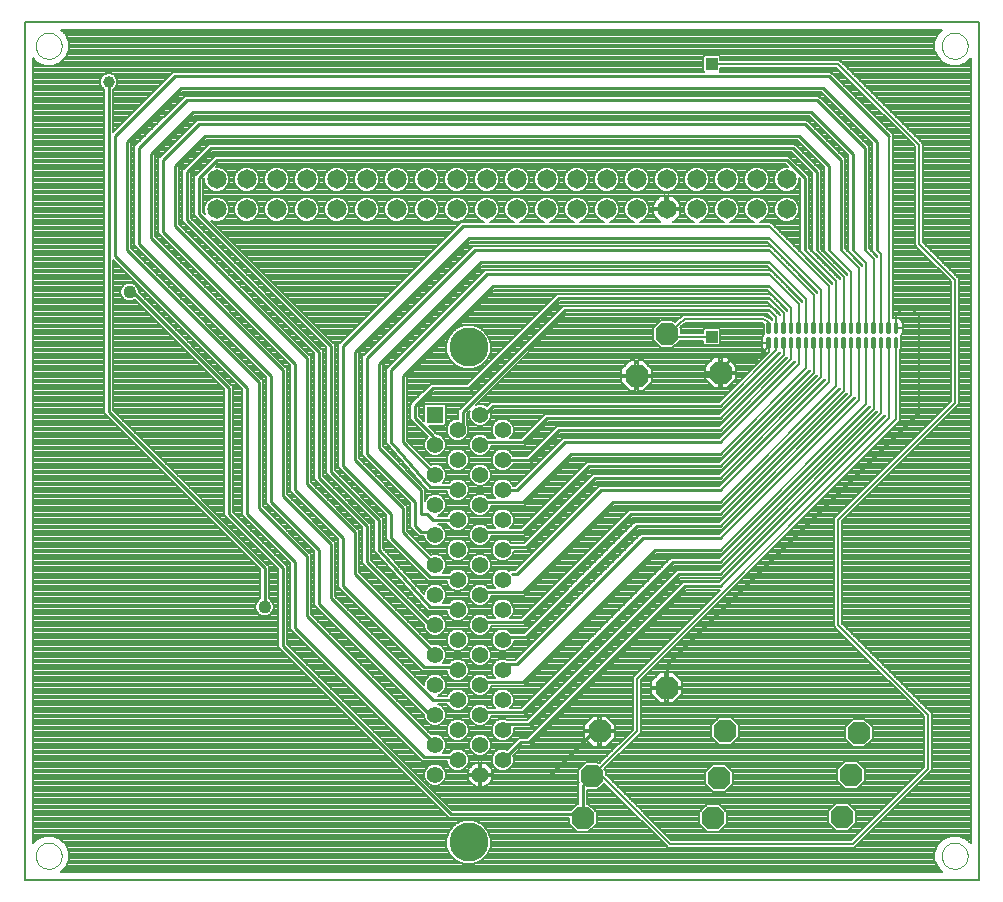
<source format=gtl>
G75*
%MOIN*%
%OFA0B0*%
%FSLAX24Y24*%
%IPPOS*%
%LPD*%
%AMOC8*
5,1,8,0,0,1.08239X$1,22.5*
%
%ADD10C,0.0050*%
%ADD11C,0.0000*%
%ADD12C,0.0135*%
%ADD13OC8,0.0760*%
%ADD14C,0.0650*%
%ADD15R,0.0551X0.0551*%
%ADD16C,0.0551*%
%ADD17C,0.1299*%
%ADD18C,0.0100*%
%ADD19C,0.0081*%
%ADD20C,0.0396*%
%ADD21C,0.0436*%
%ADD22R,0.0396X0.0396*%
D10*
X000350Y000350D02*
X000350Y028950D01*
X032150Y028950D01*
X032150Y000350D01*
X000350Y000350D01*
X025150Y018150D02*
X025150Y018250D01*
X027650Y020450D02*
X026750Y021350D01*
D11*
X030917Y028150D02*
X030919Y028191D01*
X030925Y028232D01*
X030935Y028272D01*
X030948Y028311D01*
X030965Y028348D01*
X030986Y028384D01*
X031010Y028418D01*
X031037Y028449D01*
X031066Y028477D01*
X031099Y028503D01*
X031133Y028525D01*
X031170Y028544D01*
X031208Y028559D01*
X031248Y028571D01*
X031288Y028579D01*
X031329Y028583D01*
X031371Y028583D01*
X031412Y028579D01*
X031452Y028571D01*
X031492Y028559D01*
X031530Y028544D01*
X031566Y028525D01*
X031601Y028503D01*
X031634Y028477D01*
X031663Y028449D01*
X031690Y028418D01*
X031714Y028384D01*
X031735Y028348D01*
X031752Y028311D01*
X031765Y028272D01*
X031775Y028232D01*
X031781Y028191D01*
X031783Y028150D01*
X031781Y028109D01*
X031775Y028068D01*
X031765Y028028D01*
X031752Y027989D01*
X031735Y027952D01*
X031714Y027916D01*
X031690Y027882D01*
X031663Y027851D01*
X031634Y027823D01*
X031601Y027797D01*
X031567Y027775D01*
X031530Y027756D01*
X031492Y027741D01*
X031452Y027729D01*
X031412Y027721D01*
X031371Y027717D01*
X031329Y027717D01*
X031288Y027721D01*
X031248Y027729D01*
X031208Y027741D01*
X031170Y027756D01*
X031134Y027775D01*
X031099Y027797D01*
X031066Y027823D01*
X031037Y027851D01*
X031010Y027882D01*
X030986Y027916D01*
X030965Y027952D01*
X030948Y027989D01*
X030935Y028028D01*
X030925Y028068D01*
X030919Y028109D01*
X030917Y028150D01*
X000717Y028150D02*
X000719Y028191D01*
X000725Y028232D01*
X000735Y028272D01*
X000748Y028311D01*
X000765Y028348D01*
X000786Y028384D01*
X000810Y028418D01*
X000837Y028449D01*
X000866Y028477D01*
X000899Y028503D01*
X000933Y028525D01*
X000970Y028544D01*
X001008Y028559D01*
X001048Y028571D01*
X001088Y028579D01*
X001129Y028583D01*
X001171Y028583D01*
X001212Y028579D01*
X001252Y028571D01*
X001292Y028559D01*
X001330Y028544D01*
X001366Y028525D01*
X001401Y028503D01*
X001434Y028477D01*
X001463Y028449D01*
X001490Y028418D01*
X001514Y028384D01*
X001535Y028348D01*
X001552Y028311D01*
X001565Y028272D01*
X001575Y028232D01*
X001581Y028191D01*
X001583Y028150D01*
X001581Y028109D01*
X001575Y028068D01*
X001565Y028028D01*
X001552Y027989D01*
X001535Y027952D01*
X001514Y027916D01*
X001490Y027882D01*
X001463Y027851D01*
X001434Y027823D01*
X001401Y027797D01*
X001367Y027775D01*
X001330Y027756D01*
X001292Y027741D01*
X001252Y027729D01*
X001212Y027721D01*
X001171Y027717D01*
X001129Y027717D01*
X001088Y027721D01*
X001048Y027729D01*
X001008Y027741D01*
X000970Y027756D01*
X000934Y027775D01*
X000899Y027797D01*
X000866Y027823D01*
X000837Y027851D01*
X000810Y027882D01*
X000786Y027916D01*
X000765Y027952D01*
X000748Y027989D01*
X000735Y028028D01*
X000725Y028068D01*
X000719Y028109D01*
X000717Y028150D01*
X000717Y001150D02*
X000719Y001191D01*
X000725Y001232D01*
X000735Y001272D01*
X000748Y001311D01*
X000765Y001348D01*
X000786Y001384D01*
X000810Y001418D01*
X000837Y001449D01*
X000866Y001477D01*
X000899Y001503D01*
X000933Y001525D01*
X000970Y001544D01*
X001008Y001559D01*
X001048Y001571D01*
X001088Y001579D01*
X001129Y001583D01*
X001171Y001583D01*
X001212Y001579D01*
X001252Y001571D01*
X001292Y001559D01*
X001330Y001544D01*
X001366Y001525D01*
X001401Y001503D01*
X001434Y001477D01*
X001463Y001449D01*
X001490Y001418D01*
X001514Y001384D01*
X001535Y001348D01*
X001552Y001311D01*
X001565Y001272D01*
X001575Y001232D01*
X001581Y001191D01*
X001583Y001150D01*
X001581Y001109D01*
X001575Y001068D01*
X001565Y001028D01*
X001552Y000989D01*
X001535Y000952D01*
X001514Y000916D01*
X001490Y000882D01*
X001463Y000851D01*
X001434Y000823D01*
X001401Y000797D01*
X001367Y000775D01*
X001330Y000756D01*
X001292Y000741D01*
X001252Y000729D01*
X001212Y000721D01*
X001171Y000717D01*
X001129Y000717D01*
X001088Y000721D01*
X001048Y000729D01*
X001008Y000741D01*
X000970Y000756D01*
X000934Y000775D01*
X000899Y000797D01*
X000866Y000823D01*
X000837Y000851D01*
X000810Y000882D01*
X000786Y000916D01*
X000765Y000952D01*
X000748Y000989D01*
X000735Y001028D01*
X000725Y001068D01*
X000719Y001109D01*
X000717Y001150D01*
X030917Y001150D02*
X030919Y001191D01*
X030925Y001232D01*
X030935Y001272D01*
X030948Y001311D01*
X030965Y001348D01*
X030986Y001384D01*
X031010Y001418D01*
X031037Y001449D01*
X031066Y001477D01*
X031099Y001503D01*
X031133Y001525D01*
X031170Y001544D01*
X031208Y001559D01*
X031248Y001571D01*
X031288Y001579D01*
X031329Y001583D01*
X031371Y001583D01*
X031412Y001579D01*
X031452Y001571D01*
X031492Y001559D01*
X031530Y001544D01*
X031566Y001525D01*
X031601Y001503D01*
X031634Y001477D01*
X031663Y001449D01*
X031690Y001418D01*
X031714Y001384D01*
X031735Y001348D01*
X031752Y001311D01*
X031765Y001272D01*
X031775Y001232D01*
X031781Y001191D01*
X031783Y001150D01*
X031781Y001109D01*
X031775Y001068D01*
X031765Y001028D01*
X031752Y000989D01*
X031735Y000952D01*
X031714Y000916D01*
X031690Y000882D01*
X031663Y000851D01*
X031634Y000823D01*
X031601Y000797D01*
X031567Y000775D01*
X031530Y000756D01*
X031492Y000741D01*
X031452Y000729D01*
X031412Y000721D01*
X031371Y000717D01*
X031329Y000717D01*
X031288Y000721D01*
X031248Y000729D01*
X031208Y000741D01*
X031170Y000756D01*
X031134Y000775D01*
X031099Y000797D01*
X031066Y000823D01*
X031037Y000851D01*
X031010Y000882D01*
X030986Y000916D01*
X030965Y000952D01*
X030948Y000989D01*
X030935Y001028D01*
X030925Y001068D01*
X030919Y001109D01*
X030917Y001150D01*
D12*
X029408Y018117D02*
X029392Y018117D01*
X029392Y018383D01*
X029408Y018383D01*
X029408Y018117D01*
X029408Y018251D02*
X029392Y018251D01*
X029158Y018117D02*
X029142Y018117D01*
X029142Y018383D01*
X029158Y018383D01*
X029158Y018117D01*
X029158Y018251D02*
X029142Y018251D01*
X028908Y018117D02*
X028892Y018117D01*
X028892Y018383D01*
X028908Y018383D01*
X028908Y018117D01*
X028908Y018251D02*
X028892Y018251D01*
X028658Y018117D02*
X028642Y018117D01*
X028642Y018383D01*
X028658Y018383D01*
X028658Y018117D01*
X028658Y018251D02*
X028642Y018251D01*
X028408Y018117D02*
X028392Y018117D01*
X028392Y018383D01*
X028408Y018383D01*
X028408Y018117D01*
X028408Y018251D02*
X028392Y018251D01*
X028158Y018117D02*
X028142Y018117D01*
X028142Y018383D01*
X028158Y018383D01*
X028158Y018117D01*
X028158Y018251D02*
X028142Y018251D01*
X027908Y018117D02*
X027892Y018117D01*
X027892Y018383D01*
X027908Y018383D01*
X027908Y018117D01*
X027908Y018251D02*
X027892Y018251D01*
X027658Y018117D02*
X027642Y018117D01*
X027642Y018383D01*
X027658Y018383D01*
X027658Y018117D01*
X027658Y018251D02*
X027642Y018251D01*
X027408Y018117D02*
X027392Y018117D01*
X027392Y018383D01*
X027408Y018383D01*
X027408Y018117D01*
X027408Y018251D02*
X027392Y018251D01*
X027158Y018117D02*
X027142Y018117D01*
X027142Y018383D01*
X027158Y018383D01*
X027158Y018117D01*
X027158Y018251D02*
X027142Y018251D01*
X026908Y018117D02*
X026892Y018117D01*
X026892Y018383D01*
X026908Y018383D01*
X026908Y018117D01*
X026908Y018251D02*
X026892Y018251D01*
X026658Y018117D02*
X026642Y018117D01*
X026642Y018383D01*
X026658Y018383D01*
X026658Y018117D01*
X026658Y018251D02*
X026642Y018251D01*
X026408Y018117D02*
X026392Y018117D01*
X026392Y018383D01*
X026408Y018383D01*
X026408Y018117D01*
X026408Y018251D02*
X026392Y018251D01*
X026158Y018117D02*
X026142Y018117D01*
X026142Y018383D01*
X026158Y018383D01*
X026158Y018117D01*
X026158Y018251D02*
X026142Y018251D01*
X025908Y018117D02*
X025892Y018117D01*
X025892Y018383D01*
X025908Y018383D01*
X025908Y018117D01*
X025908Y018251D02*
X025892Y018251D01*
X025658Y018117D02*
X025642Y018117D01*
X025642Y018383D01*
X025658Y018383D01*
X025658Y018117D01*
X025658Y018251D02*
X025642Y018251D01*
X025408Y018117D02*
X025392Y018117D01*
X025392Y018383D01*
X025408Y018383D01*
X025408Y018117D01*
X025408Y018251D02*
X025392Y018251D01*
X025158Y018117D02*
X025142Y018117D01*
X025142Y018383D01*
X025158Y018383D01*
X025158Y018117D01*
X025158Y018251D02*
X025142Y018251D01*
X025158Y018617D02*
X025142Y018617D01*
X025142Y018883D01*
X025158Y018883D01*
X025158Y018617D01*
X025158Y018751D02*
X025142Y018751D01*
X025392Y018617D02*
X025408Y018617D01*
X025392Y018617D02*
X025392Y018883D01*
X025408Y018883D01*
X025408Y018617D01*
X025408Y018751D02*
X025392Y018751D01*
X025642Y018617D02*
X025658Y018617D01*
X025642Y018617D02*
X025642Y018883D01*
X025658Y018883D01*
X025658Y018617D01*
X025658Y018751D02*
X025642Y018751D01*
X025892Y018617D02*
X025908Y018617D01*
X025892Y018617D02*
X025892Y018883D01*
X025908Y018883D01*
X025908Y018617D01*
X025908Y018751D02*
X025892Y018751D01*
X026142Y018617D02*
X026158Y018617D01*
X026142Y018617D02*
X026142Y018883D01*
X026158Y018883D01*
X026158Y018617D01*
X026158Y018751D02*
X026142Y018751D01*
X026392Y018617D02*
X026408Y018617D01*
X026392Y018617D02*
X026392Y018883D01*
X026408Y018883D01*
X026408Y018617D01*
X026408Y018751D02*
X026392Y018751D01*
X026642Y018617D02*
X026658Y018617D01*
X026642Y018617D02*
X026642Y018883D01*
X026658Y018883D01*
X026658Y018617D01*
X026658Y018751D02*
X026642Y018751D01*
X026892Y018617D02*
X026908Y018617D01*
X026892Y018617D02*
X026892Y018883D01*
X026908Y018883D01*
X026908Y018617D01*
X026908Y018751D02*
X026892Y018751D01*
X027142Y018617D02*
X027158Y018617D01*
X027142Y018617D02*
X027142Y018883D01*
X027158Y018883D01*
X027158Y018617D01*
X027158Y018751D02*
X027142Y018751D01*
X027392Y018617D02*
X027408Y018617D01*
X027392Y018617D02*
X027392Y018883D01*
X027408Y018883D01*
X027408Y018617D01*
X027408Y018751D02*
X027392Y018751D01*
X027642Y018617D02*
X027658Y018617D01*
X027642Y018617D02*
X027642Y018883D01*
X027658Y018883D01*
X027658Y018617D01*
X027658Y018751D02*
X027642Y018751D01*
X027892Y018617D02*
X027908Y018617D01*
X027892Y018617D02*
X027892Y018883D01*
X027908Y018883D01*
X027908Y018617D01*
X027908Y018751D02*
X027892Y018751D01*
X028142Y018617D02*
X028158Y018617D01*
X028142Y018617D02*
X028142Y018883D01*
X028158Y018883D01*
X028158Y018617D01*
X028158Y018751D02*
X028142Y018751D01*
X028392Y018617D02*
X028408Y018617D01*
X028392Y018617D02*
X028392Y018883D01*
X028408Y018883D01*
X028408Y018617D01*
X028408Y018751D02*
X028392Y018751D01*
X028642Y018617D02*
X028658Y018617D01*
X028642Y018617D02*
X028642Y018883D01*
X028658Y018883D01*
X028658Y018617D01*
X028658Y018751D02*
X028642Y018751D01*
X028892Y018617D02*
X028908Y018617D01*
X028892Y018617D02*
X028892Y018883D01*
X028908Y018883D01*
X028908Y018617D01*
X028908Y018751D02*
X028892Y018751D01*
X029142Y018617D02*
X029158Y018617D01*
X029142Y018617D02*
X029142Y018883D01*
X029158Y018883D01*
X029158Y018617D01*
X029158Y018751D02*
X029142Y018751D01*
X029392Y018617D02*
X029408Y018617D01*
X029392Y018617D02*
X029392Y018883D01*
X029408Y018883D01*
X029408Y018617D01*
X029408Y018751D02*
X029392Y018751D01*
D13*
X023550Y017250D03*
X021750Y018550D03*
X020750Y017150D03*
X021750Y006750D03*
X023700Y005300D03*
X023500Y003750D03*
X023300Y002400D03*
X019516Y005300D03*
X019250Y003800D03*
X018950Y002400D03*
X027600Y002450D03*
X027900Y003850D03*
X028150Y005250D03*
D14*
X025750Y022700D03*
X025750Y023700D03*
X024750Y023700D03*
X024750Y022700D03*
X023750Y022700D03*
X023750Y023700D03*
X022750Y023700D03*
X022750Y022700D03*
X021750Y022700D03*
X021750Y023700D03*
X020750Y023700D03*
X020750Y022700D03*
X019750Y022700D03*
X019750Y023700D03*
X018750Y023700D03*
X018750Y022700D03*
X017750Y022700D03*
X017750Y023700D03*
X016750Y023700D03*
X016750Y022700D03*
X015750Y022700D03*
X015750Y023700D03*
X014750Y023700D03*
X014750Y022700D03*
X013750Y022700D03*
X013750Y023700D03*
X012750Y023700D03*
X012750Y022700D03*
X011750Y022700D03*
X011750Y023700D03*
X010750Y023700D03*
X010750Y022700D03*
X009750Y022700D03*
X009750Y023700D03*
X008750Y023700D03*
X008750Y022700D03*
X007750Y022700D03*
X007750Y023700D03*
X006750Y023700D03*
X006750Y022700D03*
D15*
X014025Y015850D03*
D16*
X014779Y015350D03*
X015527Y015850D03*
X016281Y015350D03*
X015531Y014850D03*
X014781Y014350D03*
X015531Y013850D03*
X014781Y013350D03*
X015531Y012850D03*
X014781Y012350D03*
X015531Y011850D03*
X014781Y011350D03*
X015531Y010850D03*
X014781Y010350D03*
X015531Y009850D03*
X014781Y009350D03*
X015531Y008850D03*
X014781Y008350D03*
X015531Y007850D03*
X014781Y007350D03*
X015531Y006850D03*
X014781Y006350D03*
X015531Y005850D03*
X014781Y005350D03*
X015531Y004850D03*
X014781Y004350D03*
X015531Y003850D03*
X016281Y004350D03*
X016281Y005350D03*
X016281Y006350D03*
X016281Y007350D03*
X016281Y008350D03*
X016281Y009350D03*
X016281Y010350D03*
X016281Y011350D03*
X016281Y012350D03*
X016281Y013350D03*
X016281Y014350D03*
X014031Y013850D03*
X014031Y014850D03*
X014031Y012850D03*
X014031Y011850D03*
X014031Y010850D03*
X014031Y009850D03*
X014031Y008850D03*
X014031Y007850D03*
X014031Y006850D03*
X014031Y005850D03*
X014031Y004850D03*
X014031Y003850D03*
D17*
X015150Y001600D03*
X015150Y018100D03*
D18*
X015150Y016750D02*
X013950Y016750D01*
X013350Y016150D01*
X013350Y015750D01*
X013950Y015150D01*
X013950Y014931D01*
X014031Y014850D01*
X014779Y015350D02*
X014929Y015500D01*
X014950Y015500D01*
X014950Y015950D01*
X018350Y019350D01*
X025150Y019350D01*
X025150Y019750D02*
X018150Y019750D01*
X015150Y016750D01*
X015627Y015950D02*
X015527Y015850D01*
X015627Y015950D02*
X015750Y015950D01*
X015950Y016150D01*
X023550Y016150D01*
X023550Y015750D02*
X017750Y015750D01*
X016950Y014950D01*
X015631Y014950D01*
X015531Y014850D01*
X016281Y014350D02*
X017150Y014350D01*
X018150Y015350D01*
X023550Y015350D01*
X023550Y014950D02*
X018350Y014950D01*
X016750Y013350D01*
X016281Y013350D01*
X015631Y012950D02*
X015531Y012850D01*
X015631Y012950D02*
X016950Y012950D01*
X018550Y014550D01*
X023550Y014550D01*
X023550Y014150D02*
X019150Y014150D01*
X016950Y011950D01*
X015631Y011950D01*
X015531Y011850D01*
X014781Y012350D02*
X013950Y012350D01*
X013750Y012550D01*
X013550Y012550D01*
X013550Y013350D01*
X012150Y014750D01*
X012150Y017550D01*
X015550Y020950D01*
X025150Y020950D01*
X025150Y020550D02*
X015750Y020550D01*
X012550Y017350D01*
X012550Y014950D01*
X013850Y013450D01*
X014681Y013450D01*
X014781Y013350D01*
X014031Y013850D02*
X012950Y014931D01*
X012950Y017150D01*
X015950Y020150D01*
X025150Y020150D01*
X025150Y021350D02*
X015350Y021350D01*
X011750Y017750D01*
X011750Y014550D01*
X013350Y012950D01*
X013350Y012150D01*
X013550Y011950D01*
X013931Y011950D01*
X014031Y011850D01*
X013950Y011931D01*
X013950Y011950D01*
X012950Y011931D02*
X012950Y012750D01*
X011350Y014350D01*
X011350Y017950D01*
X015150Y021750D01*
X025150Y021750D01*
X025150Y022150D02*
X014950Y022150D01*
X010950Y018150D01*
X010950Y014150D01*
X012550Y012550D01*
X012550Y011750D01*
X013850Y010450D01*
X014681Y010450D01*
X014781Y010350D01*
X015531Y009850D02*
X015631Y009950D01*
X016950Y009950D01*
X019950Y012950D01*
X023550Y012950D01*
X023550Y013350D02*
X019550Y013350D01*
X016750Y010550D01*
X016600Y010550D01*
X016281Y011350D02*
X016381Y011450D01*
X017050Y011450D01*
X019350Y013750D01*
X023550Y013750D01*
X023550Y012550D02*
X020550Y012550D01*
X016950Y008950D01*
X015631Y008950D01*
X015531Y008850D01*
X014781Y009350D02*
X014681Y009450D01*
X013850Y009450D01*
X012150Y011350D01*
X012150Y012350D01*
X010550Y013950D01*
X010550Y018150D01*
X006150Y022550D01*
X006150Y023750D01*
X006750Y024350D01*
X025750Y024350D01*
X026350Y023750D01*
X026350Y021350D01*
X026750Y021350D02*
X026750Y023950D01*
X025950Y024750D01*
X006550Y024750D01*
X005750Y023950D01*
X005750Y022350D01*
X010150Y017950D01*
X010150Y013750D01*
X011750Y012150D01*
X011750Y010950D01*
X013750Y008950D01*
X013931Y008950D01*
X014031Y008850D01*
X013950Y007950D02*
X013950Y007931D01*
X014031Y007850D01*
X013950Y007950D02*
X011350Y010550D01*
X011350Y011950D01*
X009750Y013550D01*
X009750Y017750D01*
X005350Y022150D01*
X005350Y024150D01*
X006350Y025150D01*
X026150Y025150D01*
X027150Y024150D01*
X027150Y021350D01*
X027550Y021350D02*
X027550Y024350D01*
X026350Y025550D01*
X006150Y025550D01*
X004950Y024350D01*
X004950Y021950D01*
X009350Y017550D01*
X009350Y013350D01*
X010950Y011750D01*
X010950Y010150D01*
X013650Y007450D01*
X014681Y007450D01*
X014781Y007350D01*
X015531Y006850D02*
X015631Y006950D01*
X016950Y006950D01*
X021350Y011350D01*
X023550Y011350D01*
X023550Y010950D02*
X021950Y010950D01*
X016950Y005950D01*
X015631Y005950D01*
X015531Y005850D01*
X014781Y006350D02*
X013950Y006350D01*
X010550Y009750D01*
X010550Y011550D01*
X008950Y013150D01*
X008950Y017350D01*
X004550Y021750D01*
X004550Y024550D01*
X005950Y025950D01*
X026550Y025950D01*
X027950Y024550D01*
X027950Y021350D01*
X028350Y021350D02*
X028350Y024750D01*
X026750Y026350D01*
X005750Y026350D01*
X004150Y024750D01*
X004150Y021550D01*
X008550Y017150D01*
X008550Y012950D01*
X010150Y011350D01*
X010150Y009550D01*
X013750Y005950D01*
X013931Y005950D01*
X013950Y005950D01*
X014150Y005750D01*
X014031Y005850D02*
X013931Y005950D01*
X014031Y004869D02*
X014031Y004850D01*
X014031Y004869D02*
X009750Y009150D01*
X009750Y011150D01*
X008150Y012750D01*
X008150Y016950D01*
X003750Y021350D01*
X003750Y024950D01*
X005550Y026750D01*
X026950Y026750D01*
X028750Y024950D01*
X028750Y021350D01*
X024750Y017750D02*
X023850Y017750D01*
X023550Y017250D01*
X023450Y017150D01*
X020750Y017150D01*
X020750Y012150D02*
X023550Y012150D01*
X023550Y011750D02*
X020950Y011750D01*
X016750Y007550D01*
X016481Y007550D01*
X016281Y007350D01*
X016281Y008350D02*
X016381Y008450D01*
X017050Y008450D01*
X020750Y012150D01*
X022150Y010550D02*
X017150Y005550D01*
X016481Y005550D01*
X016281Y005350D01*
X016881Y004950D02*
X016281Y004350D01*
X016881Y004950D02*
X017150Y004950D01*
X022350Y010150D01*
X023550Y010150D01*
X023550Y010550D02*
X022150Y010550D01*
X021750Y007550D02*
X021750Y006750D01*
X021750Y007550D02*
X030150Y015950D01*
X029150Y025150D02*
X027150Y027150D01*
X005350Y027150D01*
X003350Y025150D01*
X003350Y021150D01*
X007750Y016750D01*
X007750Y012550D01*
X009350Y010950D01*
X009350Y008750D01*
X013650Y004450D01*
X014681Y004450D01*
X014781Y004350D01*
X015531Y003850D02*
X017850Y003850D01*
X019150Y005150D01*
X019366Y005150D01*
X019516Y005300D01*
X019250Y003800D02*
X018950Y003500D01*
X018950Y002400D01*
X018800Y002550D01*
X014550Y002550D01*
X008950Y008150D01*
X008950Y010750D01*
X007150Y012550D01*
X007150Y016750D01*
X003950Y019950D01*
X003850Y019950D01*
X003150Y015950D02*
X008350Y010750D01*
X008350Y009450D01*
X012950Y011931D02*
X014031Y010850D01*
X003150Y015950D02*
X003150Y026950D01*
D19*
X002884Y027062D02*
X000616Y027062D01*
X000616Y026983D02*
X002861Y026983D01*
X002861Y027007D02*
X002861Y026893D01*
X002905Y026786D01*
X002986Y026705D01*
X003009Y026696D01*
X003009Y015892D01*
X008209Y010692D01*
X008209Y009726D01*
X008175Y009711D01*
X008089Y009625D01*
X008042Y009511D01*
X008042Y009389D01*
X008089Y009275D01*
X008175Y009189D01*
X008289Y009142D01*
X008411Y009142D01*
X008525Y009189D01*
X008611Y009275D01*
X008658Y009389D01*
X008658Y009511D01*
X008611Y009625D01*
X008525Y009711D01*
X008491Y009726D01*
X008491Y010808D01*
X008408Y010891D01*
X003291Y016008D01*
X003291Y021010D01*
X007609Y016692D01*
X007609Y012492D01*
X009209Y010892D01*
X009209Y008692D01*
X013509Y004392D01*
X013592Y004309D01*
X014415Y004309D01*
X014415Y004277D01*
X014470Y004143D01*
X014573Y004040D01*
X014708Y003984D01*
X014854Y003984D01*
X014988Y004040D01*
X015091Y004143D01*
X015147Y004277D01*
X015147Y004423D01*
X015091Y004557D01*
X014988Y004660D01*
X014854Y004716D01*
X014708Y004716D01*
X014573Y004660D01*
X014504Y004591D01*
X014289Y004591D01*
X014341Y004643D01*
X014397Y004777D01*
X014397Y004923D01*
X014341Y005057D01*
X014238Y005160D01*
X014104Y005216D01*
X013958Y005216D01*
X013905Y005194D01*
X009891Y009208D01*
X009891Y011208D01*
X009808Y011291D01*
X008291Y012808D01*
X008291Y017008D01*
X008208Y017091D01*
X003891Y021408D01*
X003891Y024892D01*
X005608Y026609D01*
X026892Y026609D01*
X028609Y024892D01*
X028609Y021292D01*
X028692Y021209D01*
X028705Y021209D01*
X028769Y021146D01*
X028769Y021117D01*
X028491Y021395D01*
X028491Y024808D01*
X026891Y026408D01*
X026808Y026491D01*
X005692Y026491D01*
X004009Y024808D01*
X004009Y021492D01*
X008409Y017092D01*
X008409Y012892D01*
X010009Y011292D01*
X010009Y009492D01*
X013609Y005892D01*
X013609Y005892D01*
X013665Y005836D01*
X013665Y005777D01*
X013720Y005643D01*
X013823Y005540D01*
X013958Y005484D01*
X014104Y005484D01*
X014238Y005540D01*
X014341Y005643D01*
X014397Y005777D01*
X014397Y005923D01*
X014341Y006057D01*
X014238Y006160D01*
X014120Y006209D01*
X014443Y006209D01*
X014470Y006143D01*
X014573Y006040D01*
X014708Y005984D01*
X014854Y005984D01*
X014988Y006040D01*
X015091Y006143D01*
X015147Y006277D01*
X015147Y006423D01*
X015091Y006557D01*
X014988Y006660D01*
X014854Y006716D01*
X014708Y006716D01*
X014573Y006660D01*
X014470Y006557D01*
X014443Y006491D01*
X014120Y006491D01*
X014238Y006540D01*
X014341Y006643D01*
X014397Y006777D01*
X014397Y006923D01*
X014341Y007057D01*
X014238Y007160D01*
X014104Y007216D01*
X013958Y007216D01*
X013823Y007160D01*
X013720Y007057D01*
X013665Y006923D01*
X013665Y006834D01*
X010691Y009808D01*
X010691Y011608D01*
X010608Y011691D01*
X009091Y013208D01*
X009091Y017408D01*
X009008Y017491D01*
X009209Y017491D01*
X009209Y017492D02*
X009209Y013292D01*
X010809Y011692D01*
X010809Y010092D01*
X013509Y007392D01*
X013592Y007309D01*
X014415Y007309D01*
X014415Y007277D01*
X014470Y007143D01*
X014573Y007040D01*
X014708Y006984D01*
X014854Y006984D01*
X014988Y007040D01*
X015091Y007143D01*
X015147Y007277D01*
X015147Y007423D01*
X015091Y007557D01*
X014988Y007660D01*
X014854Y007716D01*
X014708Y007716D01*
X014573Y007660D01*
X014504Y007591D01*
X014289Y007591D01*
X014341Y007643D01*
X014397Y007777D01*
X014397Y007923D01*
X014341Y008057D01*
X014238Y008160D01*
X014104Y008216D01*
X013958Y008216D01*
X013905Y008194D01*
X011491Y010608D01*
X011491Y012008D01*
X011408Y012091D01*
X009891Y013608D01*
X009891Y017808D01*
X009808Y017891D01*
X005491Y022208D01*
X005491Y024092D01*
X006408Y025009D01*
X026092Y025009D01*
X027009Y024092D01*
X027009Y021292D01*
X027092Y021209D01*
X027105Y021209D01*
X027769Y020546D01*
X027769Y020517D01*
X027704Y020581D01*
X027682Y020581D01*
X026891Y021373D01*
X026891Y024008D01*
X026091Y024808D01*
X026008Y024891D01*
X006492Y024891D01*
X005692Y024091D01*
X005609Y024008D01*
X005609Y022292D01*
X010009Y017892D01*
X010009Y013692D01*
X011609Y012092D01*
X011609Y010892D01*
X013609Y008892D01*
X013665Y008836D01*
X013665Y008777D01*
X013720Y008643D01*
X013823Y008540D01*
X013958Y008484D01*
X014104Y008484D01*
X014238Y008540D01*
X014341Y008643D01*
X014397Y008777D01*
X014397Y008923D01*
X014341Y009057D01*
X014238Y009160D01*
X014104Y009216D01*
X013958Y009216D01*
X013823Y009160D01*
X013781Y009118D01*
X011891Y011008D01*
X011891Y012208D01*
X011808Y012291D01*
X010291Y013808D01*
X010291Y018008D01*
X010208Y018091D01*
X005891Y022408D01*
X005891Y023892D01*
X006608Y024609D01*
X025892Y024609D01*
X026609Y023892D01*
X026609Y021292D01*
X026692Y021209D01*
X026727Y021209D01*
X027519Y020418D01*
X027519Y020367D01*
X026491Y021395D01*
X026491Y023808D01*
X025808Y024491D01*
X006692Y024491D01*
X006092Y023891D01*
X006092Y023891D01*
X006009Y023808D01*
X006009Y022492D01*
X010409Y018092D01*
X010409Y013892D01*
X012009Y012292D01*
X012009Y011354D01*
X012006Y011300D01*
X012009Y011296D01*
X012009Y011292D01*
X012048Y011253D01*
X013709Y009396D01*
X013709Y009392D01*
X013748Y009353D01*
X013784Y009313D01*
X013789Y009313D01*
X013792Y009309D01*
X013846Y009309D01*
X013900Y009306D01*
X013904Y009309D01*
X014415Y009309D01*
X014415Y009277D01*
X014470Y009143D01*
X014573Y009040D01*
X014708Y008984D01*
X014854Y008984D01*
X014988Y009040D01*
X015091Y009143D01*
X015147Y009277D01*
X015147Y009423D01*
X015091Y009557D01*
X014988Y009660D01*
X014854Y009716D01*
X014708Y009716D01*
X014573Y009660D01*
X014504Y009591D01*
X014289Y009591D01*
X014341Y009643D01*
X014397Y009777D01*
X014397Y009923D01*
X014341Y010057D01*
X014238Y010160D01*
X014104Y010216D01*
X013958Y010216D01*
X013823Y010160D01*
X013720Y010057D01*
X013665Y009923D01*
X013665Y009868D01*
X012291Y011404D01*
X012291Y012408D01*
X012208Y012491D01*
X010691Y014008D01*
X010691Y018208D01*
X010608Y018291D01*
X006577Y022322D01*
X006667Y022285D01*
X006833Y022285D01*
X006985Y022348D01*
X007102Y022465D01*
X007165Y022617D01*
X007165Y022783D01*
X007102Y022935D01*
X006985Y023052D01*
X006833Y023115D01*
X006667Y023115D01*
X006515Y023052D01*
X006398Y022935D01*
X006335Y022783D01*
X006335Y022617D01*
X006372Y022527D01*
X006291Y022608D01*
X006291Y023692D01*
X006335Y023736D01*
X006335Y023617D01*
X006398Y023465D01*
X006515Y023348D01*
X006667Y023285D01*
X006833Y023285D01*
X006985Y023348D01*
X007102Y023465D01*
X007165Y023617D01*
X007165Y023783D01*
X007102Y023935D01*
X006985Y024052D01*
X006833Y024115D01*
X006714Y024115D01*
X006808Y024209D01*
X025692Y024209D01*
X025786Y024115D01*
X025667Y024115D01*
X025515Y024052D01*
X025398Y023935D01*
X025335Y023783D01*
X025335Y023617D01*
X025398Y023465D01*
X025515Y023348D01*
X025667Y023285D01*
X025833Y023285D01*
X025985Y023348D01*
X026102Y023465D01*
X026165Y023617D01*
X026165Y023736D01*
X026209Y023692D01*
X026209Y021292D01*
X026292Y021209D01*
X026305Y021209D01*
X027269Y020246D01*
X027269Y020217D01*
X025291Y022195D01*
X025291Y022208D01*
X025208Y022291D01*
X024847Y022291D01*
X024985Y022348D01*
X025102Y022465D01*
X025165Y022617D01*
X025165Y022783D01*
X025102Y022935D01*
X024985Y023052D01*
X024833Y023115D01*
X024667Y023115D01*
X024515Y023052D01*
X024398Y022935D01*
X024335Y022783D01*
X024335Y022617D01*
X024398Y022465D01*
X024515Y022348D01*
X024653Y022291D01*
X023847Y022291D01*
X023985Y022348D01*
X024102Y022465D01*
X024165Y022617D01*
X024165Y022783D01*
X024102Y022935D01*
X023985Y023052D01*
X023833Y023115D01*
X023667Y023115D01*
X023515Y023052D01*
X023398Y022935D01*
X023335Y022783D01*
X023335Y022617D01*
X023398Y022465D01*
X023515Y022348D01*
X023653Y022291D01*
X022847Y022291D01*
X022985Y022348D01*
X023102Y022465D01*
X023165Y022617D01*
X023165Y022783D01*
X023102Y022935D01*
X022985Y023052D01*
X022833Y023115D01*
X022667Y023115D01*
X022515Y023052D01*
X022398Y022935D01*
X022335Y022783D01*
X022335Y022617D01*
X022398Y022465D01*
X022515Y022348D01*
X022653Y022291D01*
X021972Y022291D01*
X021994Y022302D01*
X022053Y022345D01*
X022105Y022397D01*
X022148Y022456D01*
X022181Y022521D01*
X022204Y022591D01*
X022215Y022659D01*
X021791Y022659D01*
X021791Y022741D01*
X021709Y022741D01*
X021709Y023165D01*
X021641Y023154D01*
X021571Y023131D01*
X021506Y023098D01*
X021447Y023055D01*
X021395Y023003D01*
X021352Y022944D01*
X021319Y022879D01*
X021296Y022809D01*
X021285Y022741D01*
X021709Y022741D01*
X021709Y022659D01*
X021285Y022659D01*
X021296Y022591D01*
X021319Y022521D01*
X021352Y022456D01*
X021395Y022397D01*
X021447Y022345D01*
X021506Y022302D01*
X021528Y022291D01*
X020847Y022291D01*
X020985Y022348D01*
X021102Y022465D01*
X021165Y022617D01*
X021165Y022783D01*
X021102Y022935D01*
X020985Y023052D01*
X020833Y023115D01*
X020667Y023115D01*
X020515Y023052D01*
X020398Y022935D01*
X020335Y022783D01*
X020335Y022617D01*
X020398Y022465D01*
X020515Y022348D01*
X020653Y022291D01*
X019847Y022291D01*
X019985Y022348D01*
X020102Y022465D01*
X020165Y022617D01*
X020165Y022783D01*
X020102Y022935D01*
X019985Y023052D01*
X019833Y023115D01*
X019667Y023115D01*
X019515Y023052D01*
X019398Y022935D01*
X019335Y022783D01*
X019335Y022617D01*
X019398Y022465D01*
X019515Y022348D01*
X019653Y022291D01*
X018847Y022291D01*
X018985Y022348D01*
X019102Y022465D01*
X019165Y022617D01*
X019165Y022783D01*
X019102Y022935D01*
X018985Y023052D01*
X018833Y023115D01*
X018667Y023115D01*
X018515Y023052D01*
X018398Y022935D01*
X018335Y022783D01*
X018335Y022617D01*
X018398Y022465D01*
X018515Y022348D01*
X018653Y022291D01*
X017847Y022291D01*
X017985Y022348D01*
X018102Y022465D01*
X018165Y022617D01*
X018165Y022783D01*
X018102Y022935D01*
X017985Y023052D01*
X017833Y023115D01*
X017667Y023115D01*
X017515Y023052D01*
X017398Y022935D01*
X017335Y022783D01*
X017335Y022617D01*
X017398Y022465D01*
X017515Y022348D01*
X017653Y022291D01*
X016847Y022291D01*
X016985Y022348D01*
X017102Y022465D01*
X017165Y022617D01*
X017165Y022783D01*
X017102Y022935D01*
X016985Y023052D01*
X016833Y023115D01*
X016667Y023115D01*
X016515Y023052D01*
X016398Y022935D01*
X016335Y022783D01*
X016335Y022617D01*
X016398Y022465D01*
X016515Y022348D01*
X016653Y022291D01*
X015847Y022291D01*
X015985Y022348D01*
X016102Y022465D01*
X016165Y022617D01*
X016165Y022783D01*
X016102Y022935D01*
X015985Y023052D01*
X015833Y023115D01*
X015667Y023115D01*
X015515Y023052D01*
X015398Y022935D01*
X015335Y022783D01*
X015335Y022617D01*
X015398Y022465D01*
X015515Y022348D01*
X015653Y022291D01*
X014892Y022291D01*
X010892Y018291D01*
X010809Y018208D01*
X010809Y014092D01*
X012409Y012492D01*
X012409Y011692D01*
X013709Y010392D01*
X013792Y010309D01*
X014415Y010309D01*
X014415Y010277D01*
X014470Y010143D01*
X014573Y010040D01*
X014708Y009984D01*
X014854Y009984D01*
X014988Y010040D01*
X015091Y010143D01*
X015147Y010277D01*
X015147Y010423D01*
X015091Y010557D01*
X014988Y010660D01*
X014854Y010716D01*
X014708Y010716D01*
X014573Y010660D01*
X014504Y010591D01*
X014289Y010591D01*
X014341Y010643D01*
X014397Y010777D01*
X014397Y010923D01*
X014341Y011057D01*
X014238Y011160D01*
X014104Y011216D01*
X013958Y011216D01*
X013891Y011189D01*
X013091Y011989D01*
X013091Y012808D01*
X013008Y012891D01*
X011491Y014408D01*
X011491Y017892D01*
X015208Y021609D01*
X025105Y021609D01*
X026769Y019946D01*
X026769Y019917D01*
X025291Y021395D01*
X025291Y021408D01*
X025208Y021491D01*
X015292Y021491D01*
X011692Y017891D01*
X011609Y017808D01*
X011609Y014492D01*
X013209Y012892D01*
X013209Y012092D01*
X013409Y011892D01*
X013492Y011809D01*
X013665Y011809D01*
X013665Y011777D01*
X013720Y011643D01*
X013823Y011540D01*
X013958Y011484D01*
X014104Y011484D01*
X014238Y011540D01*
X014341Y011643D01*
X014397Y011777D01*
X014397Y011923D01*
X014341Y012057D01*
X014238Y012160D01*
X014120Y012209D01*
X014443Y012209D01*
X014470Y012143D01*
X014573Y012040D01*
X014708Y011984D01*
X014854Y011984D01*
X014988Y012040D01*
X015091Y012143D01*
X015147Y012277D01*
X015147Y012423D01*
X015091Y012557D01*
X014988Y012660D01*
X014854Y012716D01*
X014708Y012716D01*
X014573Y012660D01*
X014470Y012557D01*
X014443Y012491D01*
X014120Y012491D01*
X014238Y012540D01*
X014341Y012643D01*
X014397Y012777D01*
X014397Y012923D01*
X014341Y013057D01*
X014238Y013160D01*
X014104Y013216D01*
X013958Y013216D01*
X013823Y013160D01*
X013720Y013057D01*
X013691Y012985D01*
X013691Y013408D01*
X013608Y013491D01*
X012291Y014808D01*
X012291Y017492D01*
X015608Y020809D01*
X025105Y020809D01*
X026269Y019646D01*
X026269Y019617D01*
X025291Y020595D01*
X025291Y020608D01*
X025208Y020691D01*
X015692Y020691D01*
X012492Y017491D01*
X012291Y017491D01*
X012291Y017411D02*
X012413Y017411D01*
X012409Y017408D02*
X012409Y014955D01*
X012406Y014902D01*
X012409Y014898D01*
X012409Y014892D01*
X012447Y014854D01*
X013709Y013398D01*
X013709Y013392D01*
X013747Y013354D01*
X013782Y013314D01*
X013788Y013313D01*
X013792Y013309D01*
X013845Y013309D01*
X013898Y013306D01*
X013902Y013309D01*
X014415Y013309D01*
X014415Y013277D01*
X014470Y013143D01*
X014573Y013040D01*
X014708Y012984D01*
X014854Y012984D01*
X014988Y013040D01*
X015091Y013143D01*
X015147Y013277D01*
X015147Y013423D01*
X015091Y013557D01*
X014988Y013660D01*
X014854Y013716D01*
X014708Y013716D01*
X014573Y013660D01*
X014504Y013591D01*
X014289Y013591D01*
X014341Y013643D01*
X014397Y013777D01*
X014397Y013923D01*
X014341Y014057D01*
X014238Y014160D01*
X014104Y014216D01*
X013958Y014216D01*
X013891Y014189D01*
X013091Y014989D01*
X013091Y017092D01*
X016008Y020009D01*
X025105Y020009D01*
X025769Y019346D01*
X025769Y019317D01*
X025291Y019795D01*
X025291Y019808D01*
X025208Y019891D01*
X018092Y019891D01*
X015092Y016891D01*
X013892Y016891D01*
X013209Y016208D01*
X013209Y015692D01*
X013292Y015609D01*
X013782Y015119D01*
X013720Y015057D01*
X013665Y014923D01*
X013665Y014777D01*
X013720Y014643D01*
X013823Y014540D01*
X013540Y014540D01*
X013619Y014460D02*
X014430Y014460D01*
X014415Y014423D02*
X014415Y014277D01*
X014470Y014143D01*
X014573Y014040D01*
X014708Y013984D01*
X014854Y013984D01*
X014988Y014040D01*
X015091Y014143D01*
X015147Y014277D01*
X015147Y014423D01*
X015091Y014557D01*
X014988Y014660D01*
X014854Y014716D01*
X014708Y014716D01*
X014573Y014660D01*
X014470Y014557D01*
X014415Y014423D01*
X014415Y014381D02*
X013699Y014381D01*
X013779Y014301D02*
X014415Y014301D01*
X014438Y014221D02*
X013859Y014221D01*
X013958Y014484D02*
X014104Y014484D01*
X014238Y014540D01*
X014341Y014643D01*
X014397Y014777D01*
X014397Y014923D01*
X014341Y015057D01*
X014238Y015160D01*
X014104Y015216D01*
X014083Y015216D01*
X013815Y015484D01*
X014338Y015484D01*
X014391Y015537D01*
X014391Y016163D01*
X014338Y016216D01*
X013712Y016216D01*
X013659Y016163D01*
X013659Y015640D01*
X013491Y015808D01*
X013491Y016092D01*
X014008Y016609D01*
X015208Y016609D01*
X015291Y016692D01*
X018208Y019609D01*
X025105Y019609D01*
X025519Y019196D01*
X025519Y019167D01*
X025291Y019395D01*
X025291Y019408D01*
X025208Y019491D01*
X018292Y019491D01*
X014892Y016091D01*
X014892Y016091D01*
X014809Y016008D01*
X014809Y015716D01*
X014706Y015716D01*
X014571Y015660D01*
X014468Y015557D01*
X014413Y015423D01*
X014413Y015277D01*
X014468Y015143D01*
X014571Y015040D01*
X014706Y014984D01*
X014852Y014984D01*
X014986Y015040D01*
X015089Y015143D01*
X015145Y015277D01*
X015145Y015423D01*
X015091Y015554D01*
X015091Y015892D01*
X015188Y015989D01*
X015161Y015923D01*
X015161Y015777D01*
X015217Y015643D01*
X015320Y015540D01*
X015454Y015484D01*
X015600Y015484D01*
X015734Y015540D01*
X015837Y015643D01*
X015893Y015777D01*
X015893Y015894D01*
X016008Y016009D01*
X023608Y016009D01*
X023691Y016092D01*
X023691Y016105D01*
X025519Y017933D01*
X025519Y017904D01*
X023505Y015891D01*
X017692Y015891D01*
X016892Y015091D01*
X016539Y015091D01*
X016591Y015143D01*
X016647Y015277D01*
X016647Y015423D01*
X016591Y015557D01*
X016488Y015660D01*
X016354Y015716D01*
X016208Y015716D01*
X016073Y015660D01*
X015970Y015557D01*
X015915Y015423D01*
X015915Y015277D01*
X015970Y015143D01*
X016022Y015091D01*
X015808Y015091D01*
X015738Y015160D01*
X015604Y015216D01*
X015458Y015216D01*
X015323Y015160D01*
X015220Y015057D01*
X015165Y014923D01*
X015165Y014777D01*
X015220Y014643D01*
X015323Y014540D01*
X015099Y014540D01*
X015132Y014460D02*
X015930Y014460D01*
X015915Y014423D02*
X015970Y014557D01*
X016073Y014660D01*
X016208Y014716D01*
X016354Y014716D01*
X016488Y014660D01*
X016591Y014557D01*
X016619Y014491D01*
X017092Y014491D01*
X018092Y015491D01*
X023505Y015491D01*
X025769Y017754D01*
X025769Y017783D01*
X023691Y015705D01*
X023691Y015692D01*
X023608Y015609D01*
X017808Y015609D01*
X017091Y014892D01*
X017008Y014809D01*
X015897Y014809D01*
X015897Y014777D01*
X015841Y014643D01*
X015738Y014540D01*
X015604Y014484D01*
X015458Y014484D01*
X015323Y014540D01*
X015243Y014620D02*
X015029Y014620D01*
X014894Y014700D02*
X015197Y014700D01*
X015165Y014779D02*
X014397Y014779D01*
X014397Y014859D02*
X015165Y014859D01*
X015171Y014939D02*
X014390Y014939D01*
X014357Y015019D02*
X014622Y015019D01*
X014513Y015098D02*
X014300Y015098D01*
X014196Y015178D02*
X014454Y015178D01*
X014421Y015258D02*
X014041Y015258D01*
X013961Y015338D02*
X014413Y015338D01*
X014413Y015417D02*
X013881Y015417D01*
X013643Y015258D02*
X013091Y015258D01*
X013091Y015338D02*
X013563Y015338D01*
X013484Y015417D02*
X013091Y015417D01*
X013091Y015497D02*
X013404Y015497D01*
X013324Y015577D02*
X013091Y015577D01*
X013091Y015657D02*
X013244Y015657D01*
X013209Y015736D02*
X013091Y015736D01*
X013091Y015816D02*
X013209Y015816D01*
X013209Y015896D02*
X013091Y015896D01*
X013091Y015976D02*
X013209Y015976D01*
X013209Y016056D02*
X013091Y016056D01*
X013091Y016135D02*
X013209Y016135D01*
X013216Y016215D02*
X013091Y016215D01*
X013091Y016295D02*
X013296Y016295D01*
X013376Y016375D02*
X013091Y016375D01*
X013091Y016454D02*
X013455Y016454D01*
X013535Y016534D02*
X013091Y016534D01*
X013091Y016614D02*
X013615Y016614D01*
X013695Y016694D02*
X013091Y016694D01*
X013091Y016773D02*
X013775Y016773D01*
X013854Y016853D02*
X013091Y016853D01*
X013091Y016933D02*
X015134Y016933D01*
X015214Y017013D02*
X013091Y017013D01*
X013091Y017092D02*
X015294Y017092D01*
X015373Y017172D02*
X013171Y017172D01*
X013251Y017252D02*
X015453Y017252D01*
X015533Y017332D02*
X013331Y017332D01*
X013410Y017411D02*
X014878Y017411D01*
X015003Y017360D02*
X014731Y017472D01*
X014522Y017681D01*
X014410Y017953D01*
X014410Y018247D01*
X014522Y018519D01*
X014731Y018728D01*
X015003Y018840D01*
X015297Y018840D01*
X015569Y018728D01*
X015778Y018519D01*
X015890Y018247D01*
X015890Y017953D01*
X015778Y017681D01*
X015569Y017472D01*
X015297Y017360D01*
X015003Y017360D01*
X014712Y017491D02*
X013490Y017491D01*
X013570Y017571D02*
X014632Y017571D01*
X014552Y017651D02*
X013650Y017651D01*
X013729Y017731D02*
X014502Y017731D01*
X014469Y017810D02*
X013809Y017810D01*
X013889Y017890D02*
X014436Y017890D01*
X014410Y017970D02*
X013969Y017970D01*
X014048Y018050D02*
X014410Y018050D01*
X014410Y018129D02*
X014128Y018129D01*
X014208Y018209D02*
X014410Y018209D01*
X014427Y018289D02*
X014288Y018289D01*
X014367Y018369D02*
X014460Y018369D01*
X014447Y018448D02*
X014493Y018448D01*
X014527Y018528D02*
X014531Y018528D01*
X014607Y018608D02*
X014611Y018608D01*
X014687Y018688D02*
X014691Y018688D01*
X014766Y018767D02*
X014827Y018767D01*
X014846Y018847D02*
X017048Y018847D01*
X016969Y018767D02*
X015473Y018767D01*
X015609Y018688D02*
X016889Y018688D01*
X016809Y018608D02*
X015689Y018608D01*
X015769Y018528D02*
X016729Y018528D01*
X016649Y018448D02*
X015807Y018448D01*
X015840Y018369D02*
X016570Y018369D01*
X016490Y018289D02*
X015873Y018289D01*
X015890Y018209D02*
X016410Y018209D01*
X016330Y018129D02*
X015890Y018129D01*
X015890Y018050D02*
X016251Y018050D01*
X016171Y017970D02*
X015890Y017970D01*
X015864Y017890D02*
X016091Y017890D01*
X016011Y017810D02*
X015831Y017810D01*
X015798Y017731D02*
X015932Y017731D01*
X015852Y017651D02*
X015748Y017651D01*
X015772Y017571D02*
X015668Y017571D01*
X015692Y017491D02*
X015588Y017491D01*
X015613Y017411D02*
X015422Y017411D01*
X015691Y017092D02*
X015894Y017092D01*
X015973Y017172D02*
X015771Y017172D01*
X015851Y017252D02*
X016053Y017252D01*
X016133Y017332D02*
X015931Y017332D01*
X016010Y017411D02*
X016213Y017411D01*
X016292Y017491D02*
X016090Y017491D01*
X016170Y017571D02*
X016372Y017571D01*
X016452Y017651D02*
X016250Y017651D01*
X016329Y017731D02*
X016532Y017731D01*
X016611Y017810D02*
X016409Y017810D01*
X016489Y017890D02*
X016691Y017890D01*
X016771Y017970D02*
X016569Y017970D01*
X016648Y018050D02*
X016851Y018050D01*
X016930Y018129D02*
X016728Y018129D01*
X016808Y018209D02*
X017010Y018209D01*
X017090Y018289D02*
X016888Y018289D01*
X016967Y018369D02*
X017170Y018369D01*
X017249Y018448D02*
X017047Y018448D01*
X017127Y018528D02*
X017329Y018528D01*
X017409Y018608D02*
X017207Y018608D01*
X017287Y018688D02*
X017489Y018688D01*
X017569Y018767D02*
X017366Y018767D01*
X017446Y018847D02*
X017648Y018847D01*
X017728Y018927D02*
X017526Y018927D01*
X017606Y019007D02*
X017808Y019007D01*
X017888Y019086D02*
X017685Y019086D01*
X017765Y019166D02*
X017967Y019166D01*
X018047Y019246D02*
X017845Y019246D01*
X017925Y019326D02*
X018127Y019326D01*
X018207Y019405D02*
X018004Y019405D01*
X018084Y019485D02*
X018286Y019485D01*
X018164Y019565D02*
X025149Y019565D01*
X025214Y019485D02*
X025229Y019485D01*
X025291Y019405D02*
X025309Y019405D01*
X025360Y019326D02*
X025389Y019326D01*
X025440Y019246D02*
X025468Y019246D01*
X025400Y019100D02*
X025150Y019350D01*
X025105Y019209D02*
X025269Y019046D01*
X025269Y019017D01*
X025265Y019021D01*
X025257Y019043D01*
X025228Y019058D01*
X025204Y019081D01*
X025181Y019081D01*
X025028Y019158D01*
X025004Y019181D01*
X024981Y019181D01*
X024960Y019192D01*
X024929Y019181D01*
X022356Y019181D01*
X022308Y019186D01*
X022302Y019181D01*
X022296Y019181D01*
X022261Y019147D01*
X022020Y018946D01*
X021945Y019021D01*
X021555Y019021D01*
X021279Y018745D01*
X021279Y018355D01*
X021555Y018079D01*
X021945Y018079D01*
X022184Y018319D01*
X022961Y018319D01*
X022961Y018214D01*
X023014Y018161D01*
X023486Y018161D01*
X023539Y018214D01*
X023539Y018686D01*
X023486Y018739D01*
X023014Y018739D01*
X022961Y018686D01*
X022961Y018581D01*
X022221Y018581D01*
X022221Y018745D01*
X022206Y018759D01*
X022398Y018919D01*
X024919Y018919D01*
X024984Y018886D01*
X024984Y018552D01*
X025001Y018535D01*
X024976Y018510D01*
X024949Y018463D01*
X024934Y018410D01*
X024934Y018250D01*
X024934Y018090D01*
X024949Y018037D01*
X024976Y017990D01*
X025015Y017951D01*
X025062Y017924D01*
X025115Y017909D01*
X025124Y017909D01*
X023505Y016291D01*
X015892Y016291D01*
X015748Y016147D01*
X015734Y016160D01*
X015600Y016216D01*
X015454Y016216D01*
X015388Y016189D01*
X018408Y019209D01*
X025105Y019209D01*
X025148Y019166D02*
X025019Y019166D01*
X024950Y019050D02*
X022350Y019050D01*
X021750Y018550D01*
X021850Y018450D01*
X023250Y018450D01*
X023539Y018448D02*
X024945Y018448D01*
X024934Y018369D02*
X023539Y018369D01*
X023539Y018289D02*
X024934Y018289D01*
X024934Y018250D02*
X025150Y018250D01*
X025150Y017936D01*
X025150Y017936D01*
X025150Y018250D01*
X025150Y018250D01*
X025150Y018250D01*
X024934Y018250D01*
X024934Y018209D02*
X023533Y018209D01*
X023539Y018528D02*
X024994Y018528D01*
X024984Y018608D02*
X023539Y018608D01*
X023537Y018688D02*
X024984Y018688D01*
X024984Y018767D02*
X022216Y018767D01*
X022221Y018688D02*
X022963Y018688D01*
X022961Y018608D02*
X022221Y018608D01*
X022312Y018847D02*
X024984Y018847D01*
X025150Y018750D02*
X025150Y018950D01*
X024950Y019050D01*
X025171Y019086D02*
X025228Y019086D01*
X025400Y019100D02*
X025400Y018750D01*
X025650Y018750D02*
X025650Y019250D01*
X025150Y019750D01*
X025215Y019884D02*
X025230Y019884D01*
X025291Y019804D02*
X025310Y019804D01*
X025361Y019725D02*
X025390Y019725D01*
X025441Y019645D02*
X025470Y019645D01*
X025521Y019565D02*
X025549Y019565D01*
X025600Y019485D02*
X025629Y019485D01*
X025680Y019405D02*
X025709Y019405D01*
X025760Y019326D02*
X025769Y019326D01*
X025900Y019400D02*
X025150Y020150D01*
X025151Y019964D02*
X015963Y019964D01*
X015883Y019884D02*
X018085Y019884D01*
X018005Y019804D02*
X015803Y019804D01*
X015723Y019725D02*
X017926Y019725D01*
X017846Y019645D02*
X015644Y019645D01*
X015564Y019565D02*
X017766Y019565D01*
X017686Y019485D02*
X015484Y019485D01*
X015404Y019405D02*
X017607Y019405D01*
X017527Y019326D02*
X015325Y019326D01*
X015245Y019246D02*
X017447Y019246D01*
X017367Y019166D02*
X015165Y019166D01*
X015085Y019086D02*
X017288Y019086D01*
X017208Y019007D02*
X015006Y019007D01*
X014926Y018927D02*
X017128Y018927D01*
X017647Y018448D02*
X021279Y018448D01*
X021279Y018369D02*
X017567Y018369D01*
X017488Y018289D02*
X021346Y018289D01*
X021425Y018209D02*
X017408Y018209D01*
X017328Y018129D02*
X021505Y018129D01*
X021995Y018129D02*
X024934Y018129D01*
X024945Y018050D02*
X017248Y018050D01*
X017169Y017970D02*
X024996Y017970D01*
X025104Y017890D02*
X017089Y017890D01*
X017009Y017810D02*
X025025Y017810D01*
X024945Y017731D02*
X023806Y017731D01*
X023766Y017771D02*
X023591Y017771D01*
X023591Y017291D01*
X024071Y017291D01*
X024071Y017466D01*
X023766Y017771D01*
X023886Y017651D02*
X024865Y017651D01*
X024785Y017571D02*
X023965Y017571D01*
X024045Y017491D02*
X024706Y017491D01*
X024626Y017411D02*
X024071Y017411D01*
X024071Y017332D02*
X024546Y017332D01*
X024466Y017252D02*
X023591Y017252D01*
X023591Y017291D02*
X023591Y017209D01*
X024071Y017209D01*
X024071Y017034D01*
X023766Y016729D01*
X023591Y016729D01*
X023591Y017209D01*
X023509Y017209D01*
X023509Y016729D01*
X023334Y016729D01*
X023029Y017034D01*
X023029Y017209D01*
X023509Y017209D01*
X023509Y017291D01*
X023509Y017771D01*
X023334Y017771D01*
X023029Y017466D01*
X023029Y017291D01*
X023509Y017291D01*
X023591Y017291D01*
X023591Y017332D02*
X023509Y017332D01*
X023509Y017411D02*
X023591Y017411D01*
X023591Y017491D02*
X023509Y017491D01*
X023509Y017571D02*
X023591Y017571D01*
X023591Y017651D02*
X023509Y017651D01*
X023509Y017731D02*
X023591Y017731D01*
X023294Y017731D02*
X016929Y017731D01*
X016850Y017651D02*
X020514Y017651D01*
X020534Y017671D02*
X020229Y017366D01*
X020229Y017191D01*
X020709Y017191D01*
X020709Y017671D01*
X020534Y017671D01*
X020435Y017571D02*
X016770Y017571D01*
X016690Y017491D02*
X020355Y017491D01*
X020275Y017411D02*
X016610Y017411D01*
X016531Y017332D02*
X020229Y017332D01*
X020229Y017252D02*
X016451Y017252D01*
X016371Y017172D02*
X020709Y017172D01*
X020709Y017191D02*
X020709Y017109D01*
X020791Y017109D01*
X020791Y017191D01*
X021271Y017191D01*
X021271Y017366D01*
X020966Y017671D01*
X020791Y017671D01*
X020791Y017191D01*
X020709Y017191D01*
X020709Y017252D02*
X020791Y017252D01*
X020791Y017332D02*
X020709Y017332D01*
X020709Y017411D02*
X020791Y017411D01*
X020791Y017491D02*
X020709Y017491D01*
X020709Y017571D02*
X020791Y017571D01*
X020791Y017651D02*
X020709Y017651D01*
X020986Y017651D02*
X023214Y017651D01*
X023135Y017571D02*
X021065Y017571D01*
X021145Y017491D02*
X023055Y017491D01*
X023029Y017411D02*
X021225Y017411D01*
X021271Y017332D02*
X023029Y017332D01*
X023029Y017172D02*
X020791Y017172D01*
X020791Y017109D02*
X021271Y017109D01*
X021271Y016934D01*
X020966Y016629D01*
X020791Y016629D01*
X020791Y017109D01*
X020791Y017092D02*
X020709Y017092D01*
X020709Y017109D02*
X020709Y016629D01*
X020534Y016629D01*
X020229Y016934D01*
X020229Y017109D01*
X020709Y017109D01*
X020709Y017013D02*
X020791Y017013D01*
X020791Y016933D02*
X020709Y016933D01*
X020709Y016853D02*
X020791Y016853D01*
X020791Y016773D02*
X020709Y016773D01*
X020709Y016694D02*
X020791Y016694D01*
X021030Y016694D02*
X023908Y016694D01*
X023988Y016773D02*
X023810Y016773D01*
X023889Y016853D02*
X024068Y016853D01*
X024147Y016933D02*
X023969Y016933D01*
X024049Y017013D02*
X024227Y017013D01*
X024307Y017092D02*
X024071Y017092D01*
X024071Y017172D02*
X024387Y017172D01*
X024598Y017013D02*
X024627Y017013D01*
X024678Y017092D02*
X024707Y017092D01*
X024758Y017172D02*
X024787Y017172D01*
X024838Y017252D02*
X024866Y017252D01*
X024917Y017332D02*
X024946Y017332D01*
X024997Y017411D02*
X025026Y017411D01*
X025077Y017491D02*
X025106Y017491D01*
X025157Y017571D02*
X025185Y017571D01*
X025236Y017651D02*
X025265Y017651D01*
X025316Y017731D02*
X025345Y017731D01*
X025396Y017810D02*
X025425Y017810D01*
X025476Y017890D02*
X025504Y017890D01*
X025400Y018000D02*
X023550Y016150D01*
X023654Y016056D02*
X023670Y016056D01*
X023721Y016135D02*
X023750Y016135D01*
X023801Y016215D02*
X023829Y016215D01*
X023880Y016295D02*
X023909Y016295D01*
X023960Y016375D02*
X023989Y016375D01*
X024040Y016454D02*
X024069Y016454D01*
X024120Y016534D02*
X024148Y016534D01*
X024199Y016614D02*
X024228Y016614D01*
X024279Y016694D02*
X024308Y016694D01*
X024359Y016773D02*
X024388Y016773D01*
X024439Y016853D02*
X024468Y016853D01*
X024519Y016933D02*
X024547Y016933D01*
X024759Y016773D02*
X024788Y016773D01*
X024839Y016853D02*
X024868Y016853D01*
X024919Y016933D02*
X024947Y016933D01*
X024998Y017013D02*
X025027Y017013D01*
X025078Y017092D02*
X025107Y017092D01*
X025158Y017172D02*
X025187Y017172D01*
X025238Y017252D02*
X025266Y017252D01*
X025317Y017332D02*
X025346Y017332D01*
X025397Y017411D02*
X025426Y017411D01*
X025477Y017491D02*
X025506Y017491D01*
X025557Y017571D02*
X025585Y017571D01*
X025636Y017651D02*
X025665Y017651D01*
X025716Y017731D02*
X025745Y017731D01*
X025650Y017850D02*
X023550Y015750D01*
X023656Y015657D02*
X023671Y015657D01*
X023722Y015736D02*
X023751Y015736D01*
X023802Y015816D02*
X023831Y015816D01*
X023882Y015896D02*
X023910Y015896D01*
X023961Y015976D02*
X023990Y015976D01*
X024041Y016056D02*
X024070Y016056D01*
X024121Y016135D02*
X024150Y016135D01*
X024201Y016215D02*
X024229Y016215D01*
X024280Y016295D02*
X024309Y016295D01*
X024360Y016375D02*
X024389Y016375D01*
X024440Y016454D02*
X024469Y016454D01*
X024520Y016534D02*
X024548Y016534D01*
X024599Y016614D02*
X024628Y016614D01*
X024679Y016694D02*
X024708Y016694D01*
X024920Y016534D02*
X024948Y016534D01*
X024999Y016614D02*
X025028Y016614D01*
X025079Y016694D02*
X025108Y016694D01*
X025159Y016773D02*
X025188Y016773D01*
X025239Y016853D02*
X025268Y016853D01*
X025319Y016933D02*
X025347Y016933D01*
X025398Y017013D02*
X025427Y017013D01*
X025478Y017092D02*
X025507Y017092D01*
X025558Y017172D02*
X025587Y017172D01*
X025638Y017252D02*
X025666Y017252D01*
X025717Y017332D02*
X025746Y017332D01*
X025797Y017411D02*
X025826Y017411D01*
X025877Y017491D02*
X025906Y017491D01*
X025957Y017571D02*
X025985Y017571D01*
X026019Y017604D02*
X023505Y015091D01*
X018292Y015091D01*
X016692Y013491D01*
X016619Y013491D01*
X016591Y013557D01*
X016488Y013660D01*
X016354Y013716D01*
X016208Y013716D01*
X016073Y013660D01*
X015970Y013557D01*
X015915Y013423D01*
X015915Y013277D01*
X015970Y013143D01*
X016022Y013091D01*
X015808Y013091D01*
X015738Y013160D01*
X015604Y013216D01*
X015458Y013216D01*
X015323Y013160D01*
X015220Y013057D01*
X015165Y012923D01*
X015165Y012777D01*
X015220Y012643D01*
X015323Y012540D01*
X015458Y012484D01*
X015604Y012484D01*
X015738Y012540D01*
X015841Y012643D01*
X015897Y012777D01*
X015897Y012809D01*
X017008Y012809D01*
X017091Y012892D01*
X018608Y014409D01*
X023608Y014409D01*
X023691Y014492D01*
X023691Y014505D01*
X026519Y017333D01*
X026519Y017304D01*
X023505Y014291D01*
X019092Y014291D01*
X016892Y012091D01*
X016539Y012091D01*
X016591Y012143D01*
X016647Y012277D01*
X016647Y012423D01*
X016591Y012557D01*
X016488Y012660D01*
X016354Y012716D01*
X016208Y012716D01*
X016073Y012660D01*
X015970Y012557D01*
X015915Y012423D01*
X015915Y012277D01*
X015970Y012143D01*
X016022Y012091D01*
X015808Y012091D01*
X015738Y012160D01*
X015604Y012216D01*
X015458Y012216D01*
X015323Y012160D01*
X015220Y012057D01*
X015165Y011923D01*
X015165Y011777D01*
X015220Y011643D01*
X015323Y011540D01*
X015458Y011484D01*
X015604Y011484D01*
X015738Y011540D01*
X015841Y011643D01*
X015897Y011777D01*
X015897Y011809D01*
X017008Y011809D01*
X017091Y011892D01*
X019208Y014009D01*
X023608Y014009D01*
X023691Y014092D01*
X023691Y014105D01*
X026769Y017183D01*
X026769Y017154D01*
X023505Y013891D01*
X019292Y013891D01*
X016992Y011591D01*
X016558Y011591D01*
X016488Y011660D01*
X016354Y011716D01*
X016208Y011716D01*
X016073Y011660D01*
X015970Y011557D01*
X015915Y011423D01*
X015915Y011277D01*
X015970Y011143D01*
X016073Y011040D01*
X016208Y010984D01*
X016354Y010984D01*
X016488Y011040D01*
X016591Y011143D01*
X016647Y011277D01*
X016647Y011309D01*
X017108Y011309D01*
X017191Y011392D01*
X019408Y013609D01*
X023608Y013609D01*
X023691Y013692D01*
X023691Y013705D01*
X027019Y017033D01*
X027019Y017004D01*
X023505Y013491D01*
X019492Y013491D01*
X016692Y010691D01*
X016542Y010691D01*
X016500Y010649D01*
X016488Y010660D01*
X016354Y010716D01*
X016208Y010716D01*
X016073Y010660D01*
X015970Y010557D01*
X015915Y010423D01*
X015915Y010277D01*
X015970Y010143D01*
X016022Y010091D01*
X015808Y010091D01*
X015738Y010160D01*
X015604Y010216D01*
X015458Y010216D01*
X015323Y010160D01*
X015220Y010057D01*
X015165Y009923D01*
X015165Y009777D01*
X015220Y009643D01*
X015323Y009540D01*
X015458Y009484D01*
X015604Y009484D01*
X015738Y009540D01*
X015841Y009643D01*
X015897Y009777D01*
X015897Y009809D01*
X017008Y009809D01*
X017091Y009892D01*
X020008Y012809D01*
X023608Y012809D01*
X023691Y012892D01*
X023691Y012905D01*
X027519Y016733D01*
X027519Y016704D01*
X023505Y012691D01*
X020492Y012691D01*
X016892Y009091D01*
X016539Y009091D01*
X016591Y009143D01*
X016647Y009277D01*
X016647Y009423D01*
X016591Y009557D01*
X016488Y009660D01*
X016354Y009716D01*
X016208Y009716D01*
X016073Y009660D01*
X015970Y009557D01*
X015915Y009423D01*
X015915Y009277D01*
X015970Y009143D01*
X016022Y009091D01*
X015808Y009091D01*
X015738Y009160D01*
X015604Y009216D01*
X015458Y009216D01*
X015323Y009160D01*
X015220Y009057D01*
X015165Y008923D01*
X015165Y008777D01*
X015220Y008643D01*
X015323Y008540D01*
X015458Y008484D01*
X015604Y008484D01*
X015738Y008540D01*
X015841Y008643D01*
X015897Y008777D01*
X015897Y008809D01*
X017008Y008809D01*
X017091Y008892D01*
X020608Y012409D01*
X023608Y012409D01*
X023691Y012492D01*
X023691Y012505D01*
X027769Y016583D01*
X027769Y016554D01*
X023505Y012291D01*
X020692Y012291D01*
X020609Y012208D01*
X016992Y008591D01*
X016558Y008591D01*
X016488Y008660D01*
X016354Y008716D01*
X016208Y008716D01*
X016073Y008660D01*
X015970Y008557D01*
X015915Y008423D01*
X015915Y008277D01*
X015970Y008143D01*
X016073Y008040D01*
X016208Y007984D01*
X016354Y007984D01*
X016488Y008040D01*
X016591Y008143D01*
X016647Y008277D01*
X016647Y008309D01*
X017108Y008309D01*
X017191Y008392D01*
X020808Y012009D01*
X023608Y012009D01*
X023691Y012092D01*
X023691Y012105D01*
X028019Y016433D01*
X028019Y016404D01*
X023505Y011891D01*
X020892Y011891D01*
X020809Y011808D01*
X016692Y007691D01*
X016423Y007691D01*
X016421Y007689D01*
X016354Y007716D01*
X016208Y007716D01*
X016073Y007660D01*
X015970Y007557D01*
X015915Y007423D01*
X015915Y007277D01*
X015970Y007143D01*
X016022Y007091D01*
X015808Y007091D01*
X015738Y007160D01*
X015604Y007216D01*
X015458Y007216D01*
X015323Y007160D01*
X015220Y007057D01*
X015165Y006923D01*
X015165Y006777D01*
X015220Y006643D01*
X015323Y006540D01*
X015458Y006484D01*
X015604Y006484D01*
X015738Y006540D01*
X015841Y006643D01*
X015897Y006777D01*
X015897Y006809D01*
X017008Y006809D01*
X017091Y006892D01*
X021408Y011209D01*
X023608Y011209D01*
X023691Y011292D01*
X023691Y011305D01*
X028519Y016133D01*
X028519Y016104D01*
X023505Y011091D01*
X021892Y011091D01*
X021809Y011008D01*
X016892Y006091D01*
X016539Y006091D01*
X016591Y006143D01*
X016647Y006277D01*
X016647Y006423D01*
X016591Y006557D01*
X016488Y006660D01*
X016354Y006716D01*
X016208Y006716D01*
X016073Y006660D01*
X015970Y006557D01*
X015915Y006423D01*
X015915Y006277D01*
X015970Y006143D01*
X016022Y006091D01*
X015808Y006091D01*
X015738Y006160D01*
X015604Y006216D01*
X015458Y006216D01*
X015323Y006160D01*
X015220Y006057D01*
X015165Y005923D01*
X015165Y005777D01*
X015220Y005643D01*
X015323Y005540D01*
X015458Y005484D01*
X015604Y005484D01*
X015738Y005540D01*
X015841Y005643D01*
X015897Y005777D01*
X015897Y005809D01*
X017008Y005809D01*
X017091Y005892D01*
X022008Y010809D01*
X023608Y010809D01*
X023691Y010892D01*
X023691Y010905D01*
X028769Y015983D01*
X028769Y015954D01*
X023505Y010691D01*
X022092Y010691D01*
X017092Y005691D01*
X016423Y005691D01*
X016421Y005689D01*
X016354Y005716D01*
X016208Y005716D01*
X016073Y005660D01*
X015970Y005557D01*
X015915Y005423D01*
X015915Y005277D01*
X015970Y005143D01*
X016073Y005040D01*
X016208Y004984D01*
X016354Y004984D01*
X016488Y005040D01*
X016591Y005143D01*
X016647Y005277D01*
X016647Y005409D01*
X017208Y005409D01*
X022208Y010409D01*
X023608Y010409D01*
X023691Y010492D01*
X023691Y010505D01*
X029019Y015833D01*
X029019Y015804D01*
X023505Y010291D01*
X022292Y010291D01*
X017092Y005091D01*
X016823Y005091D01*
X016421Y004689D01*
X016354Y004716D01*
X016208Y004716D01*
X016073Y004660D01*
X015970Y004557D01*
X015915Y004423D01*
X015915Y004277D01*
X015970Y004143D01*
X016073Y004040D01*
X016208Y003984D01*
X016354Y003984D01*
X016488Y004040D01*
X016591Y004143D01*
X016647Y004277D01*
X016647Y004423D01*
X016619Y004490D01*
X016939Y004809D01*
X019271Y004809D01*
X019301Y004779D02*
X019476Y004779D01*
X019476Y005259D01*
X019557Y005259D01*
X019557Y004779D01*
X019732Y004779D01*
X020037Y005084D01*
X020037Y005259D01*
X019557Y005259D01*
X019557Y005341D01*
X019476Y005341D01*
X019476Y005821D01*
X019301Y005821D01*
X018996Y005516D01*
X018996Y005341D01*
X019476Y005341D01*
X019476Y005259D01*
X018996Y005259D01*
X018996Y005084D01*
X019301Y004779D01*
X019191Y004889D02*
X017288Y004889D01*
X017291Y004892D02*
X022408Y010009D01*
X023524Y010009D01*
X020696Y007181D01*
X020619Y007104D01*
X020619Y005354D01*
X019490Y004226D01*
X019445Y004271D01*
X019055Y004271D01*
X018779Y003995D01*
X018779Y003605D01*
X018818Y003567D01*
X018809Y003558D01*
X018809Y002871D01*
X018755Y002871D01*
X018575Y002691D01*
X014608Y002691D01*
X009091Y008208D01*
X009091Y010808D01*
X007291Y012608D01*
X007291Y016808D01*
X007208Y016891D01*
X004158Y019940D01*
X004158Y020011D01*
X004111Y020125D01*
X004025Y020211D01*
X003911Y020258D01*
X003789Y020258D01*
X003675Y020211D01*
X003589Y020125D01*
X003542Y020011D01*
X003542Y019889D01*
X003589Y019775D01*
X003675Y019689D01*
X003789Y019642D01*
X003911Y019642D01*
X004016Y019685D01*
X007009Y016692D01*
X007009Y012492D01*
X007092Y012409D01*
X008809Y010692D01*
X008809Y008092D01*
X014409Y002492D01*
X014492Y002409D01*
X018479Y002409D01*
X018479Y002205D01*
X018755Y001929D01*
X019145Y001929D01*
X019421Y002205D01*
X019421Y002595D01*
X019145Y002871D01*
X019091Y002871D01*
X019091Y003329D01*
X019445Y003329D01*
X019665Y003549D01*
X021719Y001496D01*
X021796Y001419D01*
X028004Y001419D01*
X030504Y003919D01*
X030581Y003996D01*
X030581Y005904D01*
X027581Y008904D01*
X027581Y012296D01*
X031404Y016119D01*
X031481Y016196D01*
X031481Y020404D01*
X030281Y021604D01*
X030281Y024904D01*
X027581Y027604D01*
X027504Y027681D01*
X023539Y027681D01*
X023539Y027786D01*
X023486Y027839D01*
X023014Y027839D01*
X022961Y027786D01*
X022961Y027314D01*
X022985Y027291D01*
X005292Y027291D01*
X003292Y025291D01*
X003291Y025290D01*
X003291Y026696D01*
X003314Y026705D01*
X003395Y026786D01*
X003439Y026893D01*
X003439Y027007D01*
X003395Y027114D01*
X003314Y027195D01*
X003207Y027239D01*
X003093Y027239D01*
X002986Y027195D01*
X002905Y027114D01*
X002861Y027007D01*
X002861Y026903D02*
X000616Y026903D01*
X000616Y026823D02*
X002890Y026823D01*
X002948Y026743D02*
X000616Y026743D01*
X000616Y026664D02*
X003009Y026664D01*
X003009Y026584D02*
X000616Y026584D01*
X000616Y026504D02*
X003009Y026504D01*
X003009Y026424D02*
X000616Y026424D01*
X000616Y026345D02*
X003009Y026345D01*
X003009Y026265D02*
X000616Y026265D01*
X000616Y026185D02*
X003009Y026185D01*
X003009Y026105D02*
X000616Y026105D01*
X000616Y026026D02*
X003009Y026026D01*
X003009Y025946D02*
X000616Y025946D01*
X000616Y025866D02*
X003009Y025866D01*
X003009Y025786D02*
X000616Y025786D01*
X000616Y025707D02*
X003009Y025707D01*
X003009Y025627D02*
X000616Y025627D01*
X000616Y025547D02*
X003009Y025547D01*
X003009Y025467D02*
X000616Y025467D01*
X000616Y025387D02*
X003009Y025387D01*
X003009Y025308D02*
X000616Y025308D01*
X000616Y025228D02*
X003009Y025228D01*
X003009Y025148D02*
X000616Y025148D01*
X000616Y025068D02*
X003009Y025068D01*
X003009Y024989D02*
X000616Y024989D01*
X000616Y024909D02*
X003009Y024909D01*
X003009Y024829D02*
X000616Y024829D01*
X000616Y024749D02*
X003009Y024749D01*
X003009Y024670D02*
X000616Y024670D01*
X000616Y024590D02*
X003009Y024590D01*
X003009Y024510D02*
X000616Y024510D01*
X000616Y024430D02*
X003009Y024430D01*
X003009Y024351D02*
X000616Y024351D01*
X000616Y024271D02*
X003009Y024271D01*
X003009Y024191D02*
X000616Y024191D01*
X000616Y024111D02*
X003009Y024111D01*
X003009Y024032D02*
X000616Y024032D01*
X000616Y023952D02*
X003009Y023952D01*
X003009Y023872D02*
X000616Y023872D01*
X000616Y023792D02*
X003009Y023792D01*
X003009Y023713D02*
X000616Y023713D01*
X000616Y023633D02*
X003009Y023633D01*
X003009Y023553D02*
X000616Y023553D01*
X000616Y023473D02*
X003009Y023473D01*
X003009Y023393D02*
X000616Y023393D01*
X000616Y023314D02*
X003009Y023314D01*
X003009Y023234D02*
X000616Y023234D01*
X000616Y023154D02*
X003009Y023154D01*
X003009Y023074D02*
X000616Y023074D01*
X000616Y022995D02*
X003009Y022995D01*
X003009Y022915D02*
X000616Y022915D01*
X000616Y022835D02*
X003009Y022835D01*
X003009Y022755D02*
X000616Y022755D01*
X000616Y022676D02*
X003009Y022676D01*
X003009Y022596D02*
X000616Y022596D01*
X000616Y022516D02*
X003009Y022516D01*
X003009Y022436D02*
X000616Y022436D01*
X000616Y022357D02*
X003009Y022357D01*
X003009Y022277D02*
X000616Y022277D01*
X000616Y022197D02*
X003009Y022197D01*
X003009Y022117D02*
X000616Y022117D01*
X000616Y022038D02*
X003009Y022038D01*
X003009Y021958D02*
X000616Y021958D01*
X000616Y021878D02*
X003009Y021878D01*
X003009Y021798D02*
X000616Y021798D01*
X000616Y021719D02*
X003009Y021719D01*
X003009Y021639D02*
X000616Y021639D01*
X000616Y021559D02*
X003009Y021559D01*
X003009Y021479D02*
X000616Y021479D01*
X000616Y021399D02*
X003009Y021399D01*
X003009Y021320D02*
X000616Y021320D01*
X000616Y021240D02*
X003009Y021240D01*
X003009Y021160D02*
X000616Y021160D01*
X000616Y021080D02*
X003009Y021080D01*
X003009Y021001D02*
X000616Y021001D01*
X000616Y020921D02*
X003009Y020921D01*
X003009Y020841D02*
X000616Y020841D01*
X000616Y020761D02*
X003009Y020761D01*
X003009Y020682D02*
X000616Y020682D01*
X000616Y020602D02*
X003009Y020602D01*
X003009Y020522D02*
X000616Y020522D01*
X000616Y020442D02*
X003009Y020442D01*
X003009Y020363D02*
X000616Y020363D01*
X000616Y020283D02*
X003009Y020283D01*
X003009Y020203D02*
X000616Y020203D01*
X000616Y020123D02*
X003009Y020123D01*
X003009Y020044D02*
X000616Y020044D01*
X000616Y019964D02*
X003009Y019964D01*
X003009Y019884D02*
X000616Y019884D01*
X000616Y019804D02*
X003009Y019804D01*
X003009Y019725D02*
X000616Y019725D01*
X000616Y019645D02*
X003009Y019645D01*
X003009Y019565D02*
X000616Y019565D01*
X000616Y019485D02*
X003009Y019485D01*
X003009Y019405D02*
X000616Y019405D01*
X000616Y019326D02*
X003009Y019326D01*
X003009Y019246D02*
X000616Y019246D01*
X000616Y019166D02*
X003009Y019166D01*
X003009Y019086D02*
X000616Y019086D01*
X000616Y019007D02*
X003009Y019007D01*
X003009Y018927D02*
X000616Y018927D01*
X000616Y018847D02*
X003009Y018847D01*
X003009Y018767D02*
X000616Y018767D01*
X000616Y018688D02*
X003009Y018688D01*
X003009Y018608D02*
X000616Y018608D01*
X000616Y018528D02*
X003009Y018528D01*
X003009Y018448D02*
X000616Y018448D01*
X000616Y018369D02*
X003009Y018369D01*
X003009Y018289D02*
X000616Y018289D01*
X000616Y018209D02*
X003009Y018209D01*
X003009Y018129D02*
X000616Y018129D01*
X000616Y018050D02*
X003009Y018050D01*
X003009Y017970D02*
X000616Y017970D01*
X000616Y017890D02*
X003009Y017890D01*
X003009Y017810D02*
X000616Y017810D01*
X000616Y017731D02*
X003009Y017731D01*
X003009Y017651D02*
X000616Y017651D01*
X000616Y017571D02*
X003009Y017571D01*
X003009Y017491D02*
X000616Y017491D01*
X000616Y017411D02*
X003009Y017411D01*
X003009Y017332D02*
X000616Y017332D01*
X000616Y017252D02*
X003009Y017252D01*
X003009Y017172D02*
X000616Y017172D01*
X000616Y017092D02*
X003009Y017092D01*
X003009Y017013D02*
X000616Y017013D01*
X000616Y016933D02*
X003009Y016933D01*
X003009Y016853D02*
X000616Y016853D01*
X000616Y016773D02*
X003009Y016773D01*
X003009Y016694D02*
X000616Y016694D01*
X000616Y016614D02*
X003009Y016614D01*
X003009Y016534D02*
X000616Y016534D01*
X000616Y016454D02*
X003009Y016454D01*
X003009Y016375D02*
X000616Y016375D01*
X000616Y016295D02*
X003009Y016295D01*
X003009Y016215D02*
X000616Y016215D01*
X000616Y016135D02*
X003009Y016135D01*
X003009Y016056D02*
X000616Y016056D01*
X000616Y015976D02*
X003009Y015976D01*
X003009Y015896D02*
X000616Y015896D01*
X000616Y015816D02*
X003085Y015816D01*
X003165Y015736D02*
X000616Y015736D01*
X000616Y015657D02*
X003244Y015657D01*
X003324Y015577D02*
X000616Y015577D01*
X000616Y015497D02*
X003404Y015497D01*
X003484Y015417D02*
X000616Y015417D01*
X000616Y015338D02*
X003563Y015338D01*
X003643Y015258D02*
X000616Y015258D01*
X000616Y015178D02*
X003723Y015178D01*
X003803Y015098D02*
X000616Y015098D01*
X000616Y015019D02*
X003882Y015019D01*
X003962Y014939D02*
X000616Y014939D01*
X000616Y014859D02*
X004042Y014859D01*
X004122Y014779D02*
X000616Y014779D01*
X000616Y014700D02*
X004201Y014700D01*
X004281Y014620D02*
X000616Y014620D01*
X000616Y014540D02*
X004361Y014540D01*
X004441Y014460D02*
X000616Y014460D01*
X000616Y014381D02*
X004521Y014381D01*
X004600Y014301D02*
X000616Y014301D01*
X000616Y014221D02*
X004680Y014221D01*
X004760Y014141D02*
X000616Y014141D01*
X000616Y014062D02*
X004840Y014062D01*
X004919Y013982D02*
X000616Y013982D01*
X000616Y013902D02*
X004999Y013902D01*
X005079Y013822D02*
X000616Y013822D01*
X000616Y013742D02*
X005159Y013742D01*
X005238Y013663D02*
X000616Y013663D01*
X000616Y013583D02*
X005318Y013583D01*
X005398Y013503D02*
X000616Y013503D01*
X000616Y013423D02*
X005478Y013423D01*
X005557Y013344D02*
X000616Y013344D01*
X000616Y013264D02*
X005637Y013264D01*
X005717Y013184D02*
X000616Y013184D01*
X000616Y013104D02*
X005797Y013104D01*
X005876Y013025D02*
X000616Y013025D01*
X000616Y012945D02*
X005956Y012945D01*
X006036Y012865D02*
X000616Y012865D01*
X000616Y012785D02*
X006116Y012785D01*
X006196Y012706D02*
X000616Y012706D01*
X000616Y012626D02*
X006275Y012626D01*
X006355Y012546D02*
X000616Y012546D01*
X000616Y012466D02*
X006435Y012466D01*
X006515Y012387D02*
X000616Y012387D01*
X000616Y012307D02*
X006594Y012307D01*
X006674Y012227D02*
X000616Y012227D01*
X000616Y012147D02*
X006754Y012147D01*
X006834Y012068D02*
X000616Y012068D01*
X000616Y011988D02*
X006913Y011988D01*
X006993Y011908D02*
X000616Y011908D01*
X000616Y011828D02*
X007073Y011828D01*
X007153Y011748D02*
X000616Y011748D01*
X000616Y011669D02*
X007232Y011669D01*
X007312Y011589D02*
X000616Y011589D01*
X000616Y011509D02*
X007392Y011509D01*
X007472Y011429D02*
X000616Y011429D01*
X000616Y011350D02*
X007551Y011350D01*
X007631Y011270D02*
X000616Y011270D01*
X000616Y011190D02*
X007711Y011190D01*
X007791Y011110D02*
X000616Y011110D01*
X000616Y011031D02*
X007870Y011031D01*
X007950Y010951D02*
X000616Y010951D01*
X000616Y010871D02*
X008030Y010871D01*
X008110Y010791D02*
X000616Y010791D01*
X000616Y010712D02*
X008190Y010712D01*
X008209Y010632D02*
X000616Y010632D01*
X000616Y010552D02*
X008209Y010552D01*
X008209Y010472D02*
X000616Y010472D01*
X000616Y010393D02*
X008209Y010393D01*
X008209Y010313D02*
X000616Y010313D01*
X000616Y010233D02*
X008209Y010233D01*
X008209Y010153D02*
X000616Y010153D01*
X000616Y010074D02*
X008209Y010074D01*
X008209Y009994D02*
X000616Y009994D01*
X000616Y009914D02*
X008209Y009914D01*
X008209Y009834D02*
X000616Y009834D01*
X000616Y009754D02*
X008209Y009754D01*
X008139Y009675D02*
X000616Y009675D01*
X000616Y009595D02*
X008076Y009595D01*
X008043Y009515D02*
X000616Y009515D01*
X000616Y009435D02*
X008042Y009435D01*
X008055Y009356D02*
X000616Y009356D01*
X000616Y009276D02*
X008088Y009276D01*
X008168Y009196D02*
X000616Y009196D01*
X000616Y009116D02*
X008809Y009116D01*
X008809Y009037D02*
X000616Y009037D01*
X000616Y008957D02*
X008809Y008957D01*
X008809Y008877D02*
X000616Y008877D01*
X000616Y008797D02*
X008809Y008797D01*
X008809Y008718D02*
X000616Y008718D01*
X000616Y008638D02*
X008809Y008638D01*
X008809Y008558D02*
X000616Y008558D01*
X000616Y008478D02*
X008809Y008478D01*
X008809Y008399D02*
X000616Y008399D01*
X000616Y008319D02*
X008809Y008319D01*
X008809Y008239D02*
X000616Y008239D01*
X000616Y008159D02*
X008809Y008159D01*
X008822Y008080D02*
X000616Y008080D01*
X000616Y008000D02*
X008901Y008000D01*
X008981Y007920D02*
X000616Y007920D01*
X000616Y007840D02*
X009061Y007840D01*
X009141Y007760D02*
X000616Y007760D01*
X000616Y007681D02*
X009220Y007681D01*
X009300Y007601D02*
X000616Y007601D01*
X000616Y007521D02*
X009380Y007521D01*
X009460Y007441D02*
X000616Y007441D01*
X000616Y007362D02*
X009539Y007362D01*
X009619Y007282D02*
X000616Y007282D01*
X000616Y007202D02*
X009699Y007202D01*
X009779Y007122D02*
X000616Y007122D01*
X000616Y007043D02*
X009858Y007043D01*
X009938Y006963D02*
X000616Y006963D01*
X000616Y006883D02*
X010018Y006883D01*
X010098Y006803D02*
X000616Y006803D01*
X000616Y006724D02*
X010178Y006724D01*
X010257Y006644D02*
X000616Y006644D01*
X000616Y006564D02*
X010337Y006564D01*
X010417Y006484D02*
X000616Y006484D01*
X000616Y006405D02*
X010497Y006405D01*
X010576Y006325D02*
X000616Y006325D01*
X000616Y006245D02*
X010656Y006245D01*
X010736Y006165D02*
X000616Y006165D01*
X000616Y006086D02*
X010816Y006086D01*
X010895Y006006D02*
X000616Y006006D01*
X000616Y005926D02*
X010975Y005926D01*
X011055Y005846D02*
X000616Y005846D01*
X000616Y005766D02*
X011135Y005766D01*
X011214Y005687D02*
X000616Y005687D01*
X000616Y005607D02*
X011294Y005607D01*
X011374Y005527D02*
X000616Y005527D01*
X000616Y005447D02*
X011454Y005447D01*
X011533Y005368D02*
X000616Y005368D01*
X000616Y005288D02*
X011613Y005288D01*
X011693Y005208D02*
X000616Y005208D01*
X000616Y005128D02*
X011773Y005128D01*
X011852Y005049D02*
X000616Y005049D01*
X000616Y004969D02*
X011932Y004969D01*
X012012Y004889D02*
X000616Y004889D01*
X000616Y004809D02*
X012092Y004809D01*
X012172Y004730D02*
X000616Y004730D01*
X000616Y004650D02*
X012251Y004650D01*
X012331Y004570D02*
X000616Y004570D01*
X000616Y004490D02*
X012411Y004490D01*
X012491Y004411D02*
X000616Y004411D01*
X000616Y004331D02*
X012570Y004331D01*
X012650Y004251D02*
X000616Y004251D01*
X000616Y004171D02*
X012730Y004171D01*
X012810Y004092D02*
X000616Y004092D01*
X000616Y004012D02*
X012889Y004012D01*
X012969Y003932D02*
X000616Y003932D01*
X000616Y003852D02*
X013049Y003852D01*
X013129Y003772D02*
X000616Y003772D01*
X000616Y003693D02*
X013208Y003693D01*
X013288Y003613D02*
X000616Y003613D01*
X000616Y003533D02*
X013368Y003533D01*
X013448Y003453D02*
X000616Y003453D01*
X000616Y003374D02*
X013527Y003374D01*
X013607Y003294D02*
X000616Y003294D01*
X000616Y003214D02*
X013687Y003214D01*
X013767Y003134D02*
X000616Y003134D01*
X000616Y003055D02*
X013846Y003055D01*
X013926Y002975D02*
X000616Y002975D01*
X000616Y002895D02*
X014006Y002895D01*
X014086Y002815D02*
X000616Y002815D01*
X000616Y002736D02*
X014166Y002736D01*
X014245Y002656D02*
X000616Y002656D01*
X000616Y002576D02*
X014325Y002576D01*
X014405Y002496D02*
X000616Y002496D01*
X000616Y002417D02*
X014485Y002417D01*
X014680Y002177D02*
X000616Y002177D01*
X000616Y002098D02*
X014601Y002098D01*
X014522Y002019D02*
X014410Y001747D01*
X014410Y001453D01*
X014522Y001181D01*
X014731Y000972D01*
X015003Y000860D01*
X015297Y000860D01*
X015569Y000972D01*
X015778Y001181D01*
X015890Y001453D01*
X015890Y001747D01*
X015778Y002019D01*
X015569Y002228D01*
X015297Y002340D01*
X015003Y002340D01*
X014731Y002228D01*
X014522Y002019D01*
X014522Y002018D02*
X000616Y002018D01*
X000616Y001938D02*
X014489Y001938D01*
X014456Y001858D02*
X000616Y001858D01*
X000616Y001778D02*
X000907Y001778D01*
X001016Y001824D02*
X000768Y001721D01*
X000616Y001568D01*
X000616Y027732D01*
X000768Y027579D01*
X001016Y027476D01*
X001284Y027476D01*
X001532Y027579D01*
X001721Y027768D01*
X001824Y028016D01*
X001824Y028284D01*
X001721Y028532D01*
X001568Y028684D01*
X030932Y028684D01*
X030779Y028532D01*
X030676Y028284D01*
X030676Y028016D01*
X030779Y027768D01*
X030968Y027579D01*
X031216Y027476D01*
X031484Y027476D01*
X031732Y027579D01*
X031884Y027732D01*
X031884Y001568D01*
X031732Y001721D01*
X031484Y001824D01*
X031216Y001824D01*
X030968Y001721D01*
X030779Y001532D01*
X030676Y001284D01*
X030676Y001016D01*
X030779Y000768D01*
X030932Y000616D01*
X001568Y000616D01*
X001721Y000768D01*
X001824Y001016D01*
X001824Y001284D01*
X001721Y001532D01*
X001532Y001721D01*
X001284Y001824D01*
X001016Y001824D01*
X000746Y001699D02*
X000616Y001699D01*
X000616Y001619D02*
X000666Y001619D01*
X000616Y002257D02*
X014802Y002257D01*
X014994Y002337D02*
X000616Y002337D01*
X001393Y001778D02*
X014423Y001778D01*
X014410Y001699D02*
X001554Y001699D01*
X001634Y001619D02*
X014410Y001619D01*
X014410Y001539D02*
X001714Y001539D01*
X001751Y001459D02*
X014410Y001459D01*
X014440Y001380D02*
X001784Y001380D01*
X001817Y001300D02*
X014473Y001300D01*
X014506Y001220D02*
X001824Y001220D01*
X001824Y001140D02*
X014563Y001140D01*
X014643Y001061D02*
X001824Y001061D01*
X001809Y000981D02*
X014722Y000981D01*
X014903Y000901D02*
X001776Y000901D01*
X001743Y000821D02*
X030757Y000821D01*
X030724Y000901D02*
X015397Y000901D01*
X015578Y000981D02*
X030691Y000981D01*
X030676Y001061D02*
X015657Y001061D01*
X015737Y001140D02*
X030676Y001140D01*
X030676Y001220D02*
X015794Y001220D01*
X015827Y001300D02*
X030683Y001300D01*
X030716Y001380D02*
X015860Y001380D01*
X015890Y001459D02*
X021755Y001459D01*
X021675Y001539D02*
X015890Y001539D01*
X015890Y001619D02*
X021595Y001619D01*
X021516Y001699D02*
X015890Y001699D01*
X015877Y001778D02*
X021436Y001778D01*
X021356Y001858D02*
X015844Y001858D01*
X015811Y001938D02*
X018746Y001938D01*
X018667Y002018D02*
X015778Y002018D01*
X015699Y002098D02*
X018587Y002098D01*
X018507Y002177D02*
X015620Y002177D01*
X015498Y002257D02*
X018479Y002257D01*
X018479Y002337D02*
X015306Y002337D01*
X014563Y002736D02*
X018620Y002736D01*
X018700Y002815D02*
X014484Y002815D01*
X014404Y002895D02*
X018809Y002895D01*
X018809Y002975D02*
X014324Y002975D01*
X014244Y003055D02*
X018809Y003055D01*
X018809Y003134D02*
X014164Y003134D01*
X014085Y003214D02*
X018809Y003214D01*
X018809Y003294D02*
X014005Y003294D01*
X013925Y003374D02*
X018809Y003374D01*
X018809Y003453D02*
X015657Y003453D01*
X015628Y003444D02*
X015691Y003464D01*
X015749Y003494D01*
X015802Y003533D01*
X015848Y003579D01*
X015887Y003632D01*
X015917Y003690D01*
X015937Y003753D01*
X015946Y003812D01*
X015569Y003812D01*
X015569Y003888D01*
X015946Y003888D01*
X015937Y003947D01*
X015917Y004010D01*
X015887Y004068D01*
X015848Y004121D01*
X015802Y004167D01*
X015749Y004206D01*
X015691Y004236D01*
X015628Y004256D01*
X015569Y004265D01*
X015569Y003888D01*
X015493Y003888D01*
X015493Y004265D01*
X015433Y004256D01*
X015371Y004236D01*
X015313Y004206D01*
X015260Y004167D01*
X015213Y004121D01*
X015175Y004068D01*
X015145Y004010D01*
X015125Y003947D01*
X015116Y003888D01*
X015493Y003888D01*
X015493Y003812D01*
X015569Y003812D01*
X015569Y003435D01*
X015628Y003444D01*
X015569Y003453D02*
X015493Y003453D01*
X015493Y003435D02*
X015493Y003812D01*
X015116Y003812D01*
X015125Y003753D01*
X015145Y003690D01*
X015175Y003632D01*
X015213Y003579D01*
X015260Y003533D01*
X015313Y003494D01*
X015371Y003464D01*
X015433Y003444D01*
X015493Y003435D01*
X015404Y003453D02*
X013845Y003453D01*
X013839Y003533D02*
X013766Y003533D01*
X013823Y003540D02*
X013958Y003484D01*
X014104Y003484D01*
X014238Y003540D01*
X014341Y003643D01*
X014397Y003777D01*
X014397Y003923D01*
X014341Y004057D01*
X014238Y004160D01*
X014104Y004216D01*
X013958Y004216D01*
X013823Y004160D01*
X013720Y004057D01*
X013665Y003923D01*
X013665Y003777D01*
X013720Y003643D01*
X013823Y003540D01*
X013750Y003613D02*
X013686Y003613D01*
X013700Y003693D02*
X013606Y003693D01*
X013667Y003772D02*
X013526Y003772D01*
X013447Y003852D02*
X013665Y003852D01*
X013668Y003932D02*
X013367Y003932D01*
X013287Y004012D02*
X013702Y004012D01*
X013755Y004092D02*
X013207Y004092D01*
X013128Y004171D02*
X013850Y004171D01*
X013570Y004331D02*
X012968Y004331D01*
X012888Y004411D02*
X013491Y004411D01*
X013411Y004490D02*
X012809Y004490D01*
X012729Y004570D02*
X013331Y004570D01*
X013251Y004650D02*
X012649Y004650D01*
X012569Y004730D02*
X013172Y004730D01*
X013092Y004809D02*
X012490Y004809D01*
X012410Y004889D02*
X013012Y004889D01*
X012932Y004969D02*
X012330Y004969D01*
X012250Y005049D02*
X012852Y005049D01*
X012773Y005128D02*
X012170Y005128D01*
X012091Y005208D02*
X012693Y005208D01*
X012613Y005288D02*
X012011Y005288D01*
X011931Y005368D02*
X012533Y005368D01*
X012454Y005447D02*
X011851Y005447D01*
X011772Y005527D02*
X012374Y005527D01*
X012294Y005607D02*
X011692Y005607D01*
X011612Y005687D02*
X012214Y005687D01*
X012135Y005766D02*
X011532Y005766D01*
X011453Y005846D02*
X012055Y005846D01*
X011975Y005926D02*
X011373Y005926D01*
X011293Y006006D02*
X011895Y006006D01*
X011816Y006086D02*
X011213Y006086D01*
X011134Y006165D02*
X011736Y006165D01*
X011656Y006245D02*
X011054Y006245D01*
X010974Y006325D02*
X011576Y006325D01*
X011497Y006405D02*
X010894Y006405D01*
X010815Y006484D02*
X011417Y006484D01*
X011337Y006564D02*
X010735Y006564D01*
X010655Y006644D02*
X011257Y006644D01*
X011178Y006724D02*
X010575Y006724D01*
X010496Y006803D02*
X011098Y006803D01*
X011018Y006883D02*
X010416Y006883D01*
X010336Y006963D02*
X010938Y006963D01*
X010858Y007043D02*
X010256Y007043D01*
X010176Y007122D02*
X010779Y007122D01*
X010699Y007202D02*
X010097Y007202D01*
X010017Y007282D02*
X010619Y007282D01*
X010539Y007362D02*
X009937Y007362D01*
X009857Y007441D02*
X010460Y007441D01*
X010380Y007521D02*
X009778Y007521D01*
X009698Y007601D02*
X010300Y007601D01*
X010220Y007681D02*
X009618Y007681D01*
X009538Y007760D02*
X010141Y007760D01*
X010061Y007840D02*
X009459Y007840D01*
X009379Y007920D02*
X009981Y007920D01*
X009901Y008000D02*
X009299Y008000D01*
X009219Y008080D02*
X009822Y008080D01*
X009742Y008159D02*
X009140Y008159D01*
X009091Y008239D02*
X009662Y008239D01*
X009582Y008319D02*
X009091Y008319D01*
X009091Y008399D02*
X009503Y008399D01*
X009423Y008478D02*
X009091Y008478D01*
X009091Y008558D02*
X009343Y008558D01*
X009263Y008638D02*
X009091Y008638D01*
X009091Y008718D02*
X009209Y008718D01*
X009209Y008797D02*
X009091Y008797D01*
X009091Y008877D02*
X009209Y008877D01*
X009209Y008957D02*
X009091Y008957D01*
X009091Y009037D02*
X009209Y009037D01*
X009209Y009116D02*
X009091Y009116D01*
X009091Y009196D02*
X009209Y009196D01*
X009209Y009276D02*
X009091Y009276D01*
X009091Y009356D02*
X009209Y009356D01*
X009209Y009435D02*
X009091Y009435D01*
X009091Y009515D02*
X009209Y009515D01*
X009209Y009595D02*
X009091Y009595D01*
X009091Y009675D02*
X009209Y009675D01*
X009209Y009754D02*
X009091Y009754D01*
X009091Y009834D02*
X009209Y009834D01*
X009209Y009914D02*
X009091Y009914D01*
X009091Y009994D02*
X009209Y009994D01*
X009209Y010074D02*
X009091Y010074D01*
X009091Y010153D02*
X009209Y010153D01*
X009209Y010233D02*
X009091Y010233D01*
X009091Y010313D02*
X009209Y010313D01*
X009209Y010393D02*
X009091Y010393D01*
X009091Y010472D02*
X009209Y010472D01*
X009209Y010552D02*
X009091Y010552D01*
X009091Y010632D02*
X009209Y010632D01*
X009209Y010712D02*
X009091Y010712D01*
X009091Y010791D02*
X009209Y010791D01*
X009209Y010871D02*
X009028Y010871D01*
X008948Y010951D02*
X009150Y010951D01*
X009070Y011031D02*
X008868Y011031D01*
X008788Y011110D02*
X008991Y011110D01*
X008911Y011190D02*
X008709Y011190D01*
X008629Y011270D02*
X008831Y011270D01*
X008751Y011350D02*
X008549Y011350D01*
X008469Y011429D02*
X008672Y011429D01*
X008592Y011509D02*
X008390Y011509D01*
X008310Y011589D02*
X008512Y011589D01*
X008432Y011669D02*
X008230Y011669D01*
X008150Y011748D02*
X008353Y011748D01*
X008273Y011828D02*
X008071Y011828D01*
X007991Y011908D02*
X008193Y011908D01*
X008113Y011988D02*
X007911Y011988D01*
X007831Y012068D02*
X008034Y012068D01*
X007954Y012147D02*
X007752Y012147D01*
X007672Y012227D02*
X007874Y012227D01*
X007794Y012307D02*
X007592Y012307D01*
X007512Y012387D02*
X007715Y012387D01*
X007635Y012466D02*
X007433Y012466D01*
X007353Y012546D02*
X007609Y012546D01*
X007609Y012626D02*
X007291Y012626D01*
X007291Y012706D02*
X007609Y012706D01*
X007609Y012785D02*
X007291Y012785D01*
X007291Y012865D02*
X007609Y012865D01*
X007609Y012945D02*
X007291Y012945D01*
X007291Y013025D02*
X007609Y013025D01*
X007609Y013104D02*
X007291Y013104D01*
X007291Y013184D02*
X007609Y013184D01*
X007609Y013264D02*
X007291Y013264D01*
X007291Y013344D02*
X007609Y013344D01*
X007609Y013423D02*
X007291Y013423D01*
X007291Y013503D02*
X007609Y013503D01*
X007609Y013583D02*
X007291Y013583D01*
X007291Y013663D02*
X007609Y013663D01*
X007609Y013742D02*
X007291Y013742D01*
X007291Y013822D02*
X007609Y013822D01*
X007609Y013902D02*
X007291Y013902D01*
X007291Y013982D02*
X007609Y013982D01*
X007609Y014062D02*
X007291Y014062D01*
X007291Y014141D02*
X007609Y014141D01*
X007609Y014221D02*
X007291Y014221D01*
X007291Y014301D02*
X007609Y014301D01*
X007609Y014381D02*
X007291Y014381D01*
X007291Y014460D02*
X007609Y014460D01*
X007609Y014540D02*
X007291Y014540D01*
X007291Y014620D02*
X007609Y014620D01*
X007609Y014700D02*
X007291Y014700D01*
X007291Y014779D02*
X007609Y014779D01*
X007609Y014859D02*
X007291Y014859D01*
X007291Y014939D02*
X007609Y014939D01*
X007609Y015019D02*
X007291Y015019D01*
X007291Y015098D02*
X007609Y015098D01*
X007609Y015178D02*
X007291Y015178D01*
X007291Y015258D02*
X007609Y015258D01*
X007609Y015338D02*
X007291Y015338D01*
X007291Y015417D02*
X007609Y015417D01*
X007609Y015497D02*
X007291Y015497D01*
X007291Y015577D02*
X007609Y015577D01*
X007609Y015657D02*
X007291Y015657D01*
X007291Y015736D02*
X007609Y015736D01*
X007609Y015816D02*
X007291Y015816D01*
X007291Y015896D02*
X007609Y015896D01*
X007609Y015976D02*
X007291Y015976D01*
X007291Y016056D02*
X007609Y016056D01*
X007609Y016135D02*
X007291Y016135D01*
X007291Y016215D02*
X007609Y016215D01*
X007609Y016295D02*
X007291Y016295D01*
X007291Y016375D02*
X007609Y016375D01*
X007609Y016454D02*
X007291Y016454D01*
X007291Y016534D02*
X007609Y016534D01*
X007609Y016614D02*
X007291Y016614D01*
X007291Y016694D02*
X007607Y016694D01*
X007528Y016773D02*
X007291Y016773D01*
X007246Y016853D02*
X007448Y016853D01*
X007368Y016933D02*
X007166Y016933D01*
X007208Y016891D02*
X007208Y016891D01*
X007288Y017013D02*
X007086Y017013D01*
X007006Y017092D02*
X007209Y017092D01*
X007129Y017172D02*
X006927Y017172D01*
X006847Y017252D02*
X007049Y017252D01*
X006969Y017332D02*
X006767Y017332D01*
X006687Y017411D02*
X006890Y017411D01*
X006810Y017491D02*
X006608Y017491D01*
X006528Y017571D02*
X006730Y017571D01*
X006650Y017651D02*
X006448Y017651D01*
X006368Y017731D02*
X006571Y017731D01*
X006491Y017810D02*
X006289Y017810D01*
X006209Y017890D02*
X006411Y017890D01*
X006331Y017970D02*
X006129Y017970D01*
X006049Y018050D02*
X006252Y018050D01*
X006172Y018129D02*
X005970Y018129D01*
X005890Y018209D02*
X006092Y018209D01*
X006012Y018289D02*
X005810Y018289D01*
X005730Y018369D02*
X005933Y018369D01*
X005853Y018448D02*
X005651Y018448D01*
X005571Y018528D02*
X005773Y018528D01*
X005693Y018608D02*
X005491Y018608D01*
X005411Y018688D02*
X005613Y018688D01*
X005534Y018767D02*
X005331Y018767D01*
X005252Y018847D02*
X005454Y018847D01*
X005374Y018927D02*
X005172Y018927D01*
X005092Y019007D02*
X005294Y019007D01*
X005215Y019086D02*
X005012Y019086D01*
X004933Y019166D02*
X005135Y019166D01*
X005055Y019246D02*
X004853Y019246D01*
X004773Y019326D02*
X004975Y019326D01*
X004896Y019405D02*
X004693Y019405D01*
X004614Y019485D02*
X004816Y019485D01*
X004736Y019565D02*
X004534Y019565D01*
X004454Y019645D02*
X004656Y019645D01*
X004577Y019725D02*
X004374Y019725D01*
X004295Y019804D02*
X004497Y019804D01*
X004417Y019884D02*
X004215Y019884D01*
X004158Y019964D02*
X004337Y019964D01*
X004258Y020044D02*
X004145Y020044D01*
X004112Y020123D02*
X004178Y020123D01*
X004098Y020203D02*
X004033Y020203D01*
X004018Y020283D02*
X003291Y020283D01*
X003291Y020363D02*
X003939Y020363D01*
X003859Y020442D02*
X003291Y020442D01*
X003291Y020522D02*
X003779Y020522D01*
X003699Y020602D02*
X003291Y020602D01*
X003291Y020682D02*
X003619Y020682D01*
X003540Y020761D02*
X003291Y020761D01*
X003291Y020841D02*
X003460Y020841D01*
X003380Y020921D02*
X003291Y020921D01*
X003291Y021001D02*
X003300Y021001D01*
X003899Y021399D02*
X004102Y021399D01*
X004181Y021320D02*
X003979Y021320D01*
X004059Y021240D02*
X004261Y021240D01*
X004341Y021160D02*
X004139Y021160D01*
X004218Y021080D02*
X004421Y021080D01*
X004500Y021001D02*
X004298Y021001D01*
X004378Y020921D02*
X004580Y020921D01*
X004660Y020841D02*
X004458Y020841D01*
X004537Y020761D02*
X004740Y020761D01*
X004819Y020682D02*
X004617Y020682D01*
X004697Y020602D02*
X004899Y020602D01*
X004979Y020522D02*
X004777Y020522D01*
X004857Y020442D02*
X005059Y020442D01*
X005139Y020363D02*
X004936Y020363D01*
X005016Y020283D02*
X005218Y020283D01*
X005298Y020203D02*
X005096Y020203D01*
X005176Y020123D02*
X005378Y020123D01*
X005458Y020044D02*
X005255Y020044D01*
X005335Y019964D02*
X005537Y019964D01*
X005617Y019884D02*
X005415Y019884D01*
X005495Y019804D02*
X005697Y019804D01*
X005777Y019725D02*
X005574Y019725D01*
X005654Y019645D02*
X005856Y019645D01*
X005936Y019565D02*
X005734Y019565D01*
X005814Y019485D02*
X006016Y019485D01*
X006096Y019405D02*
X005893Y019405D01*
X005973Y019326D02*
X006175Y019326D01*
X006255Y019246D02*
X006053Y019246D01*
X006133Y019166D02*
X006335Y019166D01*
X006415Y019086D02*
X006212Y019086D01*
X006292Y019007D02*
X006494Y019007D01*
X006574Y018927D02*
X006372Y018927D01*
X006452Y018847D02*
X006654Y018847D01*
X006734Y018767D02*
X006531Y018767D01*
X006611Y018688D02*
X006813Y018688D01*
X006893Y018608D02*
X006691Y018608D01*
X006771Y018528D02*
X006973Y018528D01*
X007053Y018448D02*
X006851Y018448D01*
X006930Y018369D02*
X007133Y018369D01*
X007212Y018289D02*
X007010Y018289D01*
X007090Y018209D02*
X007292Y018209D01*
X007372Y018129D02*
X007170Y018129D01*
X007249Y018050D02*
X007452Y018050D01*
X007531Y017970D02*
X007329Y017970D01*
X007409Y017890D02*
X007611Y017890D01*
X007691Y017810D02*
X007489Y017810D01*
X007568Y017731D02*
X007771Y017731D01*
X007850Y017651D02*
X007648Y017651D01*
X007728Y017571D02*
X007930Y017571D01*
X008010Y017491D02*
X007808Y017491D01*
X007887Y017411D02*
X008090Y017411D01*
X008169Y017332D02*
X007967Y017332D01*
X008047Y017252D02*
X008249Y017252D01*
X008329Y017172D02*
X008127Y017172D01*
X008206Y017092D02*
X008409Y017092D01*
X008409Y017013D02*
X008286Y017013D01*
X008291Y016933D02*
X008409Y016933D01*
X008409Y016853D02*
X008291Y016853D01*
X008291Y016773D02*
X008409Y016773D01*
X008409Y016694D02*
X008291Y016694D01*
X008291Y016614D02*
X008409Y016614D01*
X008409Y016534D02*
X008291Y016534D01*
X008291Y016454D02*
X008409Y016454D01*
X008409Y016375D02*
X008291Y016375D01*
X008291Y016295D02*
X008409Y016295D01*
X008409Y016215D02*
X008291Y016215D01*
X008291Y016135D02*
X008409Y016135D01*
X008409Y016056D02*
X008291Y016056D01*
X008291Y015976D02*
X008409Y015976D01*
X008409Y015896D02*
X008291Y015896D01*
X008291Y015816D02*
X008409Y015816D01*
X008409Y015736D02*
X008291Y015736D01*
X008291Y015657D02*
X008409Y015657D01*
X008409Y015577D02*
X008291Y015577D01*
X008291Y015497D02*
X008409Y015497D01*
X008409Y015417D02*
X008291Y015417D01*
X008291Y015338D02*
X008409Y015338D01*
X008409Y015258D02*
X008291Y015258D01*
X008291Y015178D02*
X008409Y015178D01*
X008409Y015098D02*
X008291Y015098D01*
X008291Y015019D02*
X008409Y015019D01*
X008409Y014939D02*
X008291Y014939D01*
X008291Y014859D02*
X008409Y014859D01*
X008409Y014779D02*
X008291Y014779D01*
X008291Y014700D02*
X008409Y014700D01*
X008409Y014620D02*
X008291Y014620D01*
X008291Y014540D02*
X008409Y014540D01*
X008409Y014460D02*
X008291Y014460D01*
X008291Y014381D02*
X008409Y014381D01*
X008409Y014301D02*
X008291Y014301D01*
X008291Y014221D02*
X008409Y014221D01*
X008409Y014141D02*
X008291Y014141D01*
X008291Y014062D02*
X008409Y014062D01*
X008409Y013982D02*
X008291Y013982D01*
X008291Y013902D02*
X008409Y013902D01*
X008409Y013822D02*
X008291Y013822D01*
X008291Y013742D02*
X008409Y013742D01*
X008409Y013663D02*
X008291Y013663D01*
X008291Y013583D02*
X008409Y013583D01*
X008409Y013503D02*
X008291Y013503D01*
X008291Y013423D02*
X008409Y013423D01*
X008409Y013344D02*
X008291Y013344D01*
X008291Y013264D02*
X008409Y013264D01*
X008409Y013184D02*
X008291Y013184D01*
X008291Y013104D02*
X008409Y013104D01*
X008409Y013025D02*
X008291Y013025D01*
X008291Y012945D02*
X008409Y012945D01*
X008436Y012865D02*
X008291Y012865D01*
X008314Y012785D02*
X008516Y012785D01*
X008596Y012706D02*
X008393Y012706D01*
X008473Y012626D02*
X008675Y012626D01*
X008755Y012546D02*
X008553Y012546D01*
X008633Y012466D02*
X008835Y012466D01*
X008915Y012387D02*
X008712Y012387D01*
X008792Y012307D02*
X008994Y012307D01*
X009074Y012227D02*
X008872Y012227D01*
X008952Y012147D02*
X009154Y012147D01*
X009234Y012068D02*
X009031Y012068D01*
X009111Y011988D02*
X009313Y011988D01*
X009393Y011908D02*
X009191Y011908D01*
X009271Y011828D02*
X009473Y011828D01*
X009553Y011748D02*
X009350Y011748D01*
X009430Y011669D02*
X009632Y011669D01*
X009712Y011589D02*
X009510Y011589D01*
X009590Y011509D02*
X009792Y011509D01*
X009872Y011429D02*
X009669Y011429D01*
X009749Y011350D02*
X009951Y011350D01*
X010009Y011270D02*
X009829Y011270D01*
X009891Y011190D02*
X010009Y011190D01*
X010009Y011110D02*
X009891Y011110D01*
X009891Y011031D02*
X010009Y011031D01*
X010009Y010951D02*
X009891Y010951D01*
X009891Y010871D02*
X010009Y010871D01*
X010009Y010791D02*
X009891Y010791D01*
X009891Y010712D02*
X010009Y010712D01*
X010009Y010632D02*
X009891Y010632D01*
X009891Y010552D02*
X010009Y010552D01*
X010009Y010472D02*
X009891Y010472D01*
X009891Y010393D02*
X010009Y010393D01*
X010009Y010313D02*
X009891Y010313D01*
X009891Y010233D02*
X010009Y010233D01*
X010009Y010153D02*
X009891Y010153D01*
X009891Y010074D02*
X010009Y010074D01*
X010009Y009994D02*
X009891Y009994D01*
X009891Y009914D02*
X010009Y009914D01*
X010009Y009834D02*
X009891Y009834D01*
X009891Y009754D02*
X010009Y009754D01*
X010009Y009675D02*
X009891Y009675D01*
X009891Y009595D02*
X010009Y009595D01*
X010009Y009515D02*
X009891Y009515D01*
X009891Y009435D02*
X010066Y009435D01*
X010145Y009356D02*
X009891Y009356D01*
X009891Y009276D02*
X010225Y009276D01*
X010305Y009196D02*
X009903Y009196D01*
X009982Y009116D02*
X010385Y009116D01*
X010464Y009037D02*
X010062Y009037D01*
X010142Y008957D02*
X010544Y008957D01*
X010624Y008877D02*
X010222Y008877D01*
X010302Y008797D02*
X010704Y008797D01*
X010784Y008718D02*
X010381Y008718D01*
X010461Y008638D02*
X010863Y008638D01*
X010943Y008558D02*
X010541Y008558D01*
X010621Y008478D02*
X011023Y008478D01*
X011103Y008399D02*
X010700Y008399D01*
X010780Y008319D02*
X011182Y008319D01*
X011262Y008239D02*
X010860Y008239D01*
X010940Y008159D02*
X011342Y008159D01*
X011422Y008080D02*
X011019Y008080D01*
X011099Y008000D02*
X011501Y008000D01*
X011581Y007920D02*
X011179Y007920D01*
X011259Y007840D02*
X011661Y007840D01*
X011741Y007760D02*
X011338Y007760D01*
X011418Y007681D02*
X011820Y007681D01*
X011900Y007601D02*
X011498Y007601D01*
X011578Y007521D02*
X011980Y007521D01*
X012060Y007441D02*
X011657Y007441D01*
X011737Y007362D02*
X012139Y007362D01*
X012219Y007282D02*
X011817Y007282D01*
X011897Y007202D02*
X012299Y007202D01*
X012379Y007122D02*
X011976Y007122D01*
X012056Y007043D02*
X012458Y007043D01*
X012538Y006963D02*
X012136Y006963D01*
X012216Y006883D02*
X012618Y006883D01*
X012698Y006803D02*
X012296Y006803D01*
X012375Y006724D02*
X012778Y006724D01*
X012857Y006644D02*
X012455Y006644D01*
X012535Y006564D02*
X012937Y006564D01*
X013017Y006484D02*
X012615Y006484D01*
X012694Y006405D02*
X013097Y006405D01*
X013176Y006325D02*
X012774Y006325D01*
X012854Y006245D02*
X013256Y006245D01*
X013336Y006165D02*
X012934Y006165D01*
X013013Y006086D02*
X013416Y006086D01*
X013495Y006006D02*
X013093Y006006D01*
X013173Y005926D02*
X013575Y005926D01*
X013655Y005846D02*
X013253Y005846D01*
X013332Y005766D02*
X013669Y005766D01*
X013702Y005687D02*
X013412Y005687D01*
X013492Y005607D02*
X013756Y005607D01*
X013853Y005527D02*
X013572Y005527D01*
X013651Y005447D02*
X014425Y005447D01*
X014415Y005423D02*
X014415Y005277D01*
X014470Y005143D01*
X014573Y005040D01*
X014708Y004984D01*
X014854Y004984D01*
X014988Y005040D01*
X015091Y005143D01*
X015147Y005277D01*
X015147Y005423D01*
X015091Y005557D01*
X014988Y005660D01*
X014854Y005716D01*
X014708Y005716D01*
X014573Y005660D01*
X014470Y005557D01*
X014415Y005423D01*
X014415Y005368D02*
X013731Y005368D01*
X013811Y005288D02*
X014415Y005288D01*
X014443Y005208D02*
X014123Y005208D01*
X014270Y005128D02*
X014485Y005128D01*
X014564Y005049D02*
X014345Y005049D01*
X014378Y004969D02*
X015184Y004969D01*
X015165Y004923D02*
X015165Y004777D01*
X015220Y004643D01*
X015323Y004540D01*
X015458Y004484D01*
X015604Y004484D01*
X015738Y004540D01*
X015841Y004643D01*
X015897Y004777D01*
X015897Y004923D01*
X015841Y005057D01*
X015738Y005160D01*
X015604Y005216D01*
X015458Y005216D01*
X015323Y005160D01*
X015220Y005057D01*
X015165Y004923D01*
X015165Y004889D02*
X014397Y004889D01*
X014397Y004809D02*
X015165Y004809D01*
X015184Y004730D02*
X014377Y004730D01*
X014344Y004650D02*
X014563Y004650D01*
X014425Y004251D02*
X013048Y004251D01*
X014212Y004171D02*
X014459Y004171D01*
X014521Y004092D02*
X014307Y004092D01*
X014360Y004012D02*
X014640Y004012D01*
X014393Y003932D02*
X015122Y003932D01*
X015146Y004012D02*
X014921Y004012D01*
X015040Y004092D02*
X015192Y004092D01*
X015265Y004171D02*
X015103Y004171D01*
X015136Y004251D02*
X015418Y004251D01*
X015493Y004251D02*
X015569Y004251D01*
X015644Y004251D02*
X015925Y004251D01*
X015915Y004331D02*
X015147Y004331D01*
X015147Y004411D02*
X015915Y004411D01*
X015943Y004490D02*
X015620Y004490D01*
X015769Y004570D02*
X015983Y004570D01*
X016063Y004650D02*
X015844Y004650D01*
X015877Y004730D02*
X016462Y004730D01*
X016541Y004809D02*
X015897Y004809D01*
X015897Y004889D02*
X016621Y004889D01*
X016701Y004969D02*
X015878Y004969D01*
X015845Y005049D02*
X016064Y005049D01*
X015985Y005128D02*
X015770Y005128D01*
X015623Y005208D02*
X015943Y005208D01*
X015915Y005288D02*
X015147Y005288D01*
X015147Y005368D02*
X015915Y005368D01*
X015925Y005447D02*
X015137Y005447D01*
X015104Y005527D02*
X015353Y005527D01*
X015256Y005607D02*
X015042Y005607D01*
X014925Y005687D02*
X015202Y005687D01*
X015169Y005766D02*
X014393Y005766D01*
X014397Y005846D02*
X015165Y005846D01*
X015166Y005926D02*
X014396Y005926D01*
X014363Y006006D02*
X014655Y006006D01*
X014527Y006086D02*
X014313Y006086D01*
X014227Y006165D02*
X014461Y006165D01*
X014477Y006564D02*
X014263Y006564D01*
X014342Y006644D02*
X014557Y006644D01*
X014375Y006724D02*
X015187Y006724D01*
X015165Y006803D02*
X014397Y006803D01*
X014397Y006883D02*
X015165Y006883D01*
X015181Y006963D02*
X014381Y006963D01*
X014348Y007043D02*
X014570Y007043D01*
X014491Y007122D02*
X014276Y007122D01*
X014138Y007202D02*
X014446Y007202D01*
X014415Y007282D02*
X013217Y007282D01*
X013137Y007362D02*
X013539Y007362D01*
X013460Y007441D02*
X013057Y007441D01*
X012978Y007521D02*
X013380Y007521D01*
X013300Y007601D02*
X012898Y007601D01*
X012818Y007681D02*
X013220Y007681D01*
X013141Y007760D02*
X012738Y007760D01*
X012659Y007840D02*
X013061Y007840D01*
X012981Y007920D02*
X012579Y007920D01*
X012499Y008000D02*
X012901Y008000D01*
X012822Y008080D02*
X012419Y008080D01*
X012340Y008159D02*
X012742Y008159D01*
X012662Y008239D02*
X012260Y008239D01*
X012180Y008319D02*
X012582Y008319D01*
X012503Y008399D02*
X012100Y008399D01*
X012021Y008478D02*
X012423Y008478D01*
X012343Y008558D02*
X011941Y008558D01*
X011861Y008638D02*
X012263Y008638D01*
X012184Y008718D02*
X011781Y008718D01*
X011702Y008797D02*
X012104Y008797D01*
X012024Y008877D02*
X011622Y008877D01*
X011542Y008957D02*
X011944Y008957D01*
X011864Y009037D02*
X011462Y009037D01*
X011382Y009116D02*
X011785Y009116D01*
X011705Y009196D02*
X011303Y009196D01*
X011223Y009276D02*
X011625Y009276D01*
X011545Y009356D02*
X011143Y009356D01*
X011063Y009435D02*
X011466Y009435D01*
X011386Y009515D02*
X010984Y009515D01*
X010904Y009595D02*
X011306Y009595D01*
X011226Y009675D02*
X010824Y009675D01*
X010744Y009754D02*
X011147Y009754D01*
X011067Y009834D02*
X010691Y009834D01*
X010691Y009914D02*
X010987Y009914D01*
X010907Y009994D02*
X010691Y009994D01*
X010691Y010074D02*
X010828Y010074D01*
X010809Y010153D02*
X010691Y010153D01*
X010691Y010233D02*
X010809Y010233D01*
X010809Y010313D02*
X010691Y010313D01*
X010691Y010393D02*
X010809Y010393D01*
X010809Y010472D02*
X010691Y010472D01*
X010691Y010552D02*
X010809Y010552D01*
X010809Y010632D02*
X010691Y010632D01*
X010691Y010712D02*
X010809Y010712D01*
X010809Y010791D02*
X010691Y010791D01*
X010691Y010871D02*
X010809Y010871D01*
X010809Y010951D02*
X010691Y010951D01*
X010691Y011031D02*
X010809Y011031D01*
X010809Y011110D02*
X010691Y011110D01*
X010691Y011190D02*
X010809Y011190D01*
X010809Y011270D02*
X010691Y011270D01*
X010691Y011350D02*
X010809Y011350D01*
X010809Y011429D02*
X010691Y011429D01*
X010691Y011509D02*
X010809Y011509D01*
X010809Y011589D02*
X010691Y011589D01*
X010630Y011669D02*
X010809Y011669D01*
X010753Y011748D02*
X010550Y011748D01*
X010471Y011828D02*
X010673Y011828D01*
X010593Y011908D02*
X010391Y011908D01*
X010311Y011988D02*
X010513Y011988D01*
X010434Y012068D02*
X010231Y012068D01*
X010152Y012147D02*
X010354Y012147D01*
X010274Y012227D02*
X010072Y012227D01*
X009992Y012307D02*
X010194Y012307D01*
X010115Y012387D02*
X009912Y012387D01*
X009833Y012466D02*
X010035Y012466D01*
X009955Y012546D02*
X009753Y012546D01*
X009673Y012626D02*
X009875Y012626D01*
X009796Y012706D02*
X009593Y012706D01*
X009514Y012785D02*
X009716Y012785D01*
X009636Y012865D02*
X009434Y012865D01*
X009354Y012945D02*
X009556Y012945D01*
X009476Y013025D02*
X009274Y013025D01*
X009194Y013104D02*
X009397Y013104D01*
X009317Y013184D02*
X009115Y013184D01*
X009091Y013264D02*
X009237Y013264D01*
X009209Y013344D02*
X009091Y013344D01*
X009091Y013423D02*
X009209Y013423D01*
X009209Y013503D02*
X009091Y013503D01*
X009091Y013583D02*
X009209Y013583D01*
X009209Y013663D02*
X009091Y013663D01*
X009091Y013742D02*
X009209Y013742D01*
X009209Y013822D02*
X009091Y013822D01*
X009091Y013902D02*
X009209Y013902D01*
X009209Y013982D02*
X009091Y013982D01*
X009091Y014062D02*
X009209Y014062D01*
X009209Y014141D02*
X009091Y014141D01*
X009091Y014221D02*
X009209Y014221D01*
X009209Y014301D02*
X009091Y014301D01*
X009091Y014381D02*
X009209Y014381D01*
X009209Y014460D02*
X009091Y014460D01*
X009091Y014540D02*
X009209Y014540D01*
X009209Y014620D02*
X009091Y014620D01*
X009091Y014700D02*
X009209Y014700D01*
X009209Y014779D02*
X009091Y014779D01*
X009091Y014859D02*
X009209Y014859D01*
X009209Y014939D02*
X009091Y014939D01*
X009091Y015019D02*
X009209Y015019D01*
X009209Y015098D02*
X009091Y015098D01*
X009091Y015178D02*
X009209Y015178D01*
X009209Y015258D02*
X009091Y015258D01*
X009091Y015338D02*
X009209Y015338D01*
X009209Y015417D02*
X009091Y015417D01*
X009091Y015497D02*
X009209Y015497D01*
X009209Y015577D02*
X009091Y015577D01*
X009091Y015657D02*
X009209Y015657D01*
X009209Y015736D02*
X009091Y015736D01*
X009091Y015816D02*
X009209Y015816D01*
X009209Y015896D02*
X009091Y015896D01*
X009091Y015976D02*
X009209Y015976D01*
X009209Y016056D02*
X009091Y016056D01*
X009091Y016135D02*
X009209Y016135D01*
X009209Y016215D02*
X009091Y016215D01*
X009091Y016295D02*
X009209Y016295D01*
X009209Y016375D02*
X009091Y016375D01*
X009091Y016454D02*
X009209Y016454D01*
X009209Y016534D02*
X009091Y016534D01*
X009091Y016614D02*
X009209Y016614D01*
X009209Y016694D02*
X009091Y016694D01*
X009091Y016773D02*
X009209Y016773D01*
X009209Y016853D02*
X009091Y016853D01*
X009091Y016933D02*
X009209Y016933D01*
X009209Y017013D02*
X009091Y017013D01*
X009091Y017092D02*
X009209Y017092D01*
X009209Y017172D02*
X009091Y017172D01*
X009091Y017252D02*
X009209Y017252D01*
X009209Y017332D02*
X009091Y017332D01*
X009087Y017411D02*
X009209Y017411D01*
X009209Y017492D02*
X004809Y021892D01*
X004809Y024408D01*
X004892Y024491D01*
X006092Y025691D01*
X026408Y025691D01*
X026491Y025608D01*
X027691Y024408D01*
X027691Y021395D01*
X028269Y020817D01*
X028269Y020846D01*
X027905Y021209D01*
X027892Y021209D01*
X027809Y021292D01*
X027809Y024492D01*
X026492Y025809D01*
X006008Y025809D01*
X004691Y024492D01*
X004691Y021808D01*
X009008Y017491D01*
X008928Y017571D02*
X009130Y017571D01*
X009050Y017651D02*
X008848Y017651D01*
X008768Y017731D02*
X008971Y017731D01*
X008891Y017810D02*
X008689Y017810D01*
X008609Y017890D02*
X008811Y017890D01*
X008731Y017970D02*
X008529Y017970D01*
X008449Y018050D02*
X008652Y018050D01*
X008572Y018129D02*
X008370Y018129D01*
X008290Y018209D02*
X008492Y018209D01*
X008412Y018289D02*
X008210Y018289D01*
X008130Y018369D02*
X008333Y018369D01*
X008253Y018448D02*
X008051Y018448D01*
X007971Y018528D02*
X008173Y018528D01*
X008093Y018608D02*
X007891Y018608D01*
X007811Y018688D02*
X008013Y018688D01*
X007934Y018767D02*
X007731Y018767D01*
X007652Y018847D02*
X007854Y018847D01*
X007774Y018927D02*
X007572Y018927D01*
X007492Y019007D02*
X007694Y019007D01*
X007615Y019086D02*
X007412Y019086D01*
X007333Y019166D02*
X007535Y019166D01*
X007455Y019246D02*
X007253Y019246D01*
X007173Y019326D02*
X007375Y019326D01*
X007296Y019405D02*
X007093Y019405D01*
X007014Y019485D02*
X007216Y019485D01*
X007136Y019565D02*
X006934Y019565D01*
X006854Y019645D02*
X007056Y019645D01*
X006977Y019725D02*
X006774Y019725D01*
X006695Y019804D02*
X006897Y019804D01*
X006817Y019884D02*
X006615Y019884D01*
X006535Y019964D02*
X006737Y019964D01*
X006658Y020044D02*
X006455Y020044D01*
X006376Y020123D02*
X006578Y020123D01*
X006498Y020203D02*
X006296Y020203D01*
X006216Y020283D02*
X006418Y020283D01*
X006339Y020363D02*
X006136Y020363D01*
X006057Y020442D02*
X006259Y020442D01*
X006179Y020522D02*
X005977Y020522D01*
X005897Y020602D02*
X006099Y020602D01*
X006019Y020682D02*
X005817Y020682D01*
X005737Y020761D02*
X005940Y020761D01*
X005860Y020841D02*
X005658Y020841D01*
X005578Y020921D02*
X005780Y020921D01*
X005700Y021001D02*
X005498Y021001D01*
X005418Y021080D02*
X005621Y021080D01*
X005541Y021160D02*
X005339Y021160D01*
X005259Y021240D02*
X005461Y021240D01*
X005381Y021320D02*
X005179Y021320D01*
X005099Y021399D02*
X005302Y021399D01*
X005222Y021479D02*
X005020Y021479D01*
X004940Y021559D02*
X005142Y021559D01*
X005062Y021639D02*
X004860Y021639D01*
X004780Y021719D02*
X004983Y021719D01*
X004903Y021798D02*
X004701Y021798D01*
X004691Y021878D02*
X004823Y021878D01*
X004809Y021958D02*
X004691Y021958D01*
X004691Y022038D02*
X004809Y022038D01*
X004809Y022117D02*
X004691Y022117D01*
X004691Y022197D02*
X004809Y022197D01*
X004809Y022277D02*
X004691Y022277D01*
X004691Y022357D02*
X004809Y022357D01*
X004809Y022436D02*
X004691Y022436D01*
X004691Y022516D02*
X004809Y022516D01*
X004809Y022596D02*
X004691Y022596D01*
X004691Y022676D02*
X004809Y022676D01*
X004809Y022755D02*
X004691Y022755D01*
X004691Y022835D02*
X004809Y022835D01*
X004809Y022915D02*
X004691Y022915D01*
X004691Y022995D02*
X004809Y022995D01*
X004809Y023074D02*
X004691Y023074D01*
X004691Y023154D02*
X004809Y023154D01*
X004809Y023234D02*
X004691Y023234D01*
X004691Y023314D02*
X004809Y023314D01*
X004809Y023393D02*
X004691Y023393D01*
X004691Y023473D02*
X004809Y023473D01*
X004809Y023553D02*
X004691Y023553D01*
X004691Y023633D02*
X004809Y023633D01*
X004809Y023713D02*
X004691Y023713D01*
X004691Y023792D02*
X004809Y023792D01*
X004809Y023872D02*
X004691Y023872D01*
X004691Y023952D02*
X004809Y023952D01*
X004809Y024032D02*
X004691Y024032D01*
X004691Y024111D02*
X004809Y024111D01*
X004809Y024191D02*
X004691Y024191D01*
X004691Y024271D02*
X004809Y024271D01*
X004809Y024351D02*
X004691Y024351D01*
X004691Y024430D02*
X004831Y024430D01*
X004911Y024510D02*
X004709Y024510D01*
X004789Y024590D02*
X004991Y024590D01*
X005071Y024670D02*
X004869Y024670D01*
X004948Y024749D02*
X005151Y024749D01*
X005230Y024829D02*
X005028Y024829D01*
X005108Y024909D02*
X005310Y024909D01*
X005390Y024989D02*
X005188Y024989D01*
X005267Y025068D02*
X005470Y025068D01*
X005549Y025148D02*
X005347Y025148D01*
X005427Y025228D02*
X005629Y025228D01*
X005709Y025308D02*
X005507Y025308D01*
X005586Y025387D02*
X005789Y025387D01*
X005868Y025467D02*
X005666Y025467D01*
X005746Y025547D02*
X005948Y025547D01*
X006028Y025627D02*
X005826Y025627D01*
X005905Y025707D02*
X026595Y025707D01*
X026515Y025786D02*
X005985Y025786D01*
X005546Y026345D02*
X005343Y026345D01*
X005264Y026265D02*
X005466Y026265D01*
X005386Y026185D02*
X005184Y026185D01*
X005104Y026105D02*
X005306Y026105D01*
X005227Y026026D02*
X005024Y026026D01*
X004945Y025946D02*
X005147Y025946D01*
X005067Y025866D02*
X004865Y025866D01*
X004785Y025786D02*
X004987Y025786D01*
X004908Y025707D02*
X004705Y025707D01*
X004626Y025627D02*
X004828Y025627D01*
X004748Y025547D02*
X004546Y025547D01*
X004466Y025467D02*
X004668Y025467D01*
X004589Y025387D02*
X004386Y025387D01*
X004307Y025308D02*
X004509Y025308D01*
X004429Y025228D02*
X004227Y025228D01*
X004147Y025148D02*
X004349Y025148D01*
X004270Y025068D02*
X004067Y025068D01*
X003988Y024989D02*
X004190Y024989D01*
X004110Y024909D02*
X003908Y024909D01*
X003891Y024829D02*
X004030Y024829D01*
X004009Y024749D02*
X003891Y024749D01*
X003891Y024670D02*
X004009Y024670D01*
X004009Y024590D02*
X003891Y024590D01*
X003891Y024510D02*
X004009Y024510D01*
X004009Y024430D02*
X003891Y024430D01*
X003891Y024351D02*
X004009Y024351D01*
X004009Y024271D02*
X003891Y024271D01*
X003891Y024191D02*
X004009Y024191D01*
X004009Y024111D02*
X003891Y024111D01*
X003891Y024032D02*
X004009Y024032D01*
X004009Y023952D02*
X003891Y023952D01*
X003891Y023872D02*
X004009Y023872D01*
X004009Y023792D02*
X003891Y023792D01*
X003891Y023713D02*
X004009Y023713D01*
X004009Y023633D02*
X003891Y023633D01*
X003891Y023553D02*
X004009Y023553D01*
X004009Y023473D02*
X003891Y023473D01*
X003891Y023393D02*
X004009Y023393D01*
X004009Y023314D02*
X003891Y023314D01*
X003891Y023234D02*
X004009Y023234D01*
X004009Y023154D02*
X003891Y023154D01*
X003891Y023074D02*
X004009Y023074D01*
X004009Y022995D02*
X003891Y022995D01*
X003891Y022915D02*
X004009Y022915D01*
X004009Y022835D02*
X003891Y022835D01*
X003891Y022755D02*
X004009Y022755D01*
X004009Y022676D02*
X003891Y022676D01*
X003891Y022596D02*
X004009Y022596D01*
X004009Y022516D02*
X003891Y022516D01*
X003891Y022436D02*
X004009Y022436D01*
X004009Y022357D02*
X003891Y022357D01*
X003891Y022277D02*
X004009Y022277D01*
X004009Y022197D02*
X003891Y022197D01*
X003891Y022117D02*
X004009Y022117D01*
X004009Y022038D02*
X003891Y022038D01*
X003891Y021958D02*
X004009Y021958D01*
X004009Y021878D02*
X003891Y021878D01*
X003891Y021798D02*
X004009Y021798D01*
X004009Y021719D02*
X003891Y021719D01*
X003891Y021639D02*
X004009Y021639D01*
X004009Y021559D02*
X003891Y021559D01*
X003891Y021479D02*
X004022Y021479D01*
X005502Y022197D02*
X005704Y022197D01*
X005784Y022117D02*
X005582Y022117D01*
X005661Y022038D02*
X005864Y022038D01*
X005943Y021958D02*
X005741Y021958D01*
X005821Y021878D02*
X006023Y021878D01*
X006103Y021798D02*
X005901Y021798D01*
X005980Y021719D02*
X006183Y021719D01*
X006262Y021639D02*
X006060Y021639D01*
X006140Y021559D02*
X006342Y021559D01*
X006422Y021479D02*
X006220Y021479D01*
X006299Y021399D02*
X006502Y021399D01*
X006581Y021320D02*
X006379Y021320D01*
X006459Y021240D02*
X006661Y021240D01*
X006741Y021160D02*
X006539Y021160D01*
X006618Y021080D02*
X006821Y021080D01*
X006900Y021001D02*
X006698Y021001D01*
X006778Y020921D02*
X006980Y020921D01*
X007060Y020841D02*
X006858Y020841D01*
X006937Y020761D02*
X007140Y020761D01*
X007219Y020682D02*
X007017Y020682D01*
X007097Y020602D02*
X007299Y020602D01*
X007379Y020522D02*
X007177Y020522D01*
X007257Y020442D02*
X007459Y020442D01*
X007539Y020363D02*
X007336Y020363D01*
X007416Y020283D02*
X007618Y020283D01*
X007698Y020203D02*
X007496Y020203D01*
X007576Y020123D02*
X007778Y020123D01*
X007858Y020044D02*
X007655Y020044D01*
X007735Y019964D02*
X007937Y019964D01*
X008017Y019884D02*
X007815Y019884D01*
X007895Y019804D02*
X008097Y019804D01*
X008177Y019725D02*
X007974Y019725D01*
X008054Y019645D02*
X008256Y019645D01*
X008336Y019565D02*
X008134Y019565D01*
X008214Y019485D02*
X008416Y019485D01*
X008496Y019405D02*
X008293Y019405D01*
X008373Y019326D02*
X008575Y019326D01*
X008655Y019246D02*
X008453Y019246D01*
X008533Y019166D02*
X008735Y019166D01*
X008815Y019086D02*
X008612Y019086D01*
X008692Y019007D02*
X008894Y019007D01*
X008974Y018927D02*
X008772Y018927D01*
X008852Y018847D02*
X009054Y018847D01*
X009134Y018767D02*
X008931Y018767D01*
X009011Y018688D02*
X009213Y018688D01*
X009293Y018608D02*
X009091Y018608D01*
X009171Y018528D02*
X009373Y018528D01*
X009453Y018448D02*
X009251Y018448D01*
X009330Y018369D02*
X009533Y018369D01*
X009612Y018289D02*
X009410Y018289D01*
X009490Y018209D02*
X009692Y018209D01*
X009772Y018129D02*
X009570Y018129D01*
X009649Y018050D02*
X009852Y018050D01*
X009931Y017970D02*
X009729Y017970D01*
X009809Y017890D02*
X010009Y017890D01*
X010009Y017810D02*
X009889Y017810D01*
X009891Y017731D02*
X010009Y017731D01*
X010009Y017651D02*
X009891Y017651D01*
X009891Y017571D02*
X010009Y017571D01*
X010009Y017491D02*
X009891Y017491D01*
X009891Y017411D02*
X010009Y017411D01*
X010009Y017332D02*
X009891Y017332D01*
X009891Y017252D02*
X010009Y017252D01*
X010009Y017172D02*
X009891Y017172D01*
X009891Y017092D02*
X010009Y017092D01*
X010009Y017013D02*
X009891Y017013D01*
X009891Y016933D02*
X010009Y016933D01*
X010009Y016853D02*
X009891Y016853D01*
X009891Y016773D02*
X010009Y016773D01*
X010009Y016694D02*
X009891Y016694D01*
X009891Y016614D02*
X010009Y016614D01*
X010009Y016534D02*
X009891Y016534D01*
X009891Y016454D02*
X010009Y016454D01*
X010009Y016375D02*
X009891Y016375D01*
X009891Y016295D02*
X010009Y016295D01*
X010009Y016215D02*
X009891Y016215D01*
X009891Y016135D02*
X010009Y016135D01*
X010009Y016056D02*
X009891Y016056D01*
X009891Y015976D02*
X010009Y015976D01*
X010009Y015896D02*
X009891Y015896D01*
X009891Y015816D02*
X010009Y015816D01*
X010009Y015736D02*
X009891Y015736D01*
X009891Y015657D02*
X010009Y015657D01*
X010009Y015577D02*
X009891Y015577D01*
X009891Y015497D02*
X010009Y015497D01*
X010009Y015417D02*
X009891Y015417D01*
X009891Y015338D02*
X010009Y015338D01*
X010009Y015258D02*
X009891Y015258D01*
X009891Y015178D02*
X010009Y015178D01*
X010009Y015098D02*
X009891Y015098D01*
X009891Y015019D02*
X010009Y015019D01*
X010009Y014939D02*
X009891Y014939D01*
X009891Y014859D02*
X010009Y014859D01*
X010009Y014779D02*
X009891Y014779D01*
X009891Y014700D02*
X010009Y014700D01*
X010009Y014620D02*
X009891Y014620D01*
X009891Y014540D02*
X010009Y014540D01*
X010009Y014460D02*
X009891Y014460D01*
X009891Y014381D02*
X010009Y014381D01*
X010009Y014301D02*
X009891Y014301D01*
X009891Y014221D02*
X010009Y014221D01*
X010009Y014141D02*
X009891Y014141D01*
X009891Y014062D02*
X010009Y014062D01*
X010009Y013982D02*
X009891Y013982D01*
X009891Y013902D02*
X010009Y013902D01*
X010009Y013822D02*
X009891Y013822D01*
X009891Y013742D02*
X010009Y013742D01*
X010038Y013663D02*
X009891Y013663D01*
X009916Y013583D02*
X010118Y013583D01*
X010198Y013503D02*
X009996Y013503D01*
X010075Y013423D02*
X010278Y013423D01*
X010357Y013344D02*
X010155Y013344D01*
X010235Y013264D02*
X010437Y013264D01*
X010517Y013184D02*
X010315Y013184D01*
X010394Y013104D02*
X010597Y013104D01*
X010676Y013025D02*
X010474Y013025D01*
X010554Y012945D02*
X010756Y012945D01*
X010836Y012865D02*
X010634Y012865D01*
X010714Y012785D02*
X010916Y012785D01*
X010996Y012706D02*
X010793Y012706D01*
X010873Y012626D02*
X011075Y012626D01*
X011155Y012546D02*
X010953Y012546D01*
X011033Y012466D02*
X011235Y012466D01*
X011315Y012387D02*
X011112Y012387D01*
X011192Y012307D02*
X011394Y012307D01*
X011474Y012227D02*
X011272Y012227D01*
X011352Y012147D02*
X011554Y012147D01*
X011609Y012068D02*
X011431Y012068D01*
X011491Y011988D02*
X011609Y011988D01*
X011609Y011908D02*
X011491Y011908D01*
X011491Y011828D02*
X011609Y011828D01*
X011609Y011748D02*
X011491Y011748D01*
X011491Y011669D02*
X011609Y011669D01*
X011609Y011589D02*
X011491Y011589D01*
X011491Y011509D02*
X011609Y011509D01*
X011609Y011429D02*
X011491Y011429D01*
X011491Y011350D02*
X011609Y011350D01*
X011609Y011270D02*
X011491Y011270D01*
X011491Y011190D02*
X011609Y011190D01*
X011609Y011110D02*
X011491Y011110D01*
X011491Y011031D02*
X011609Y011031D01*
X011609Y010951D02*
X011491Y010951D01*
X011491Y010871D02*
X011630Y010871D01*
X011710Y010791D02*
X011491Y010791D01*
X011491Y010712D02*
X011790Y010712D01*
X011869Y010632D02*
X011491Y010632D01*
X011547Y010552D02*
X011949Y010552D01*
X012029Y010472D02*
X011627Y010472D01*
X011706Y010393D02*
X012109Y010393D01*
X012188Y010313D02*
X011786Y010313D01*
X011866Y010233D02*
X012268Y010233D01*
X012348Y010153D02*
X011946Y010153D01*
X012025Y010074D02*
X012428Y010074D01*
X012507Y009994D02*
X012105Y009994D01*
X012185Y009914D02*
X012587Y009914D01*
X012667Y009834D02*
X012265Y009834D01*
X012344Y009754D02*
X012747Y009754D01*
X012826Y009675D02*
X012424Y009675D01*
X012504Y009595D02*
X012906Y009595D01*
X012986Y009515D02*
X012584Y009515D01*
X012663Y009435D02*
X013066Y009435D01*
X013145Y009356D02*
X012743Y009356D01*
X012823Y009276D02*
X013225Y009276D01*
X013305Y009196D02*
X012903Y009196D01*
X012982Y009116D02*
X013385Y009116D01*
X013464Y009037D02*
X013062Y009037D01*
X013142Y008957D02*
X013544Y008957D01*
X013624Y008877D02*
X013222Y008877D01*
X013302Y008797D02*
X013665Y008797D01*
X013689Y008718D02*
X013381Y008718D01*
X013461Y008638D02*
X013725Y008638D01*
X013805Y008558D02*
X013541Y008558D01*
X013621Y008478D02*
X014438Y008478D01*
X014415Y008423D02*
X014415Y008277D01*
X014470Y008143D01*
X014573Y008040D01*
X014708Y007984D01*
X014854Y007984D01*
X014988Y008040D01*
X015091Y008143D01*
X015147Y008277D01*
X015147Y008423D01*
X015091Y008557D01*
X014988Y008660D01*
X014854Y008716D01*
X014708Y008716D01*
X014573Y008660D01*
X014470Y008557D01*
X014415Y008423D01*
X014415Y008399D02*
X013700Y008399D01*
X013780Y008319D02*
X014415Y008319D01*
X014430Y008239D02*
X013860Y008239D01*
X014240Y008159D02*
X014464Y008159D01*
X014533Y008080D02*
X014319Y008080D01*
X014365Y008000D02*
X014669Y008000D01*
X014892Y008000D02*
X015197Y008000D01*
X015220Y008057D02*
X015165Y007923D01*
X015165Y007777D01*
X015220Y007643D01*
X015323Y007540D01*
X015458Y007484D01*
X015604Y007484D01*
X015738Y007540D01*
X015841Y007643D01*
X015897Y007777D01*
X015897Y007923D01*
X015841Y008057D01*
X015738Y008160D01*
X015604Y008216D01*
X015458Y008216D01*
X015323Y008160D01*
X015220Y008057D01*
X015243Y008080D02*
X015028Y008080D01*
X015098Y008159D02*
X015322Y008159D01*
X015131Y008239D02*
X015930Y008239D01*
X015915Y008319D02*
X015147Y008319D01*
X015147Y008399D02*
X015915Y008399D01*
X015938Y008478D02*
X015124Y008478D01*
X015091Y008558D02*
X015305Y008558D01*
X015225Y008638D02*
X015011Y008638D01*
X015189Y008718D02*
X014372Y008718D01*
X014397Y008797D02*
X015165Y008797D01*
X015165Y008877D02*
X014397Y008877D01*
X014383Y008957D02*
X015179Y008957D01*
X015212Y009037D02*
X014981Y009037D01*
X015065Y009116D02*
X015279Y009116D01*
X015410Y009196D02*
X015114Y009196D01*
X015147Y009276D02*
X015915Y009276D01*
X015915Y009356D02*
X015147Y009356D01*
X015142Y009435D02*
X015920Y009435D01*
X015953Y009515D02*
X015680Y009515D01*
X015794Y009595D02*
X016008Y009595D01*
X016108Y009675D02*
X015855Y009675D01*
X015888Y009754D02*
X017556Y009754D01*
X017476Y009675D02*
X016454Y009675D01*
X016554Y009595D02*
X017396Y009595D01*
X017316Y009515D02*
X016609Y009515D01*
X016642Y009435D02*
X017237Y009435D01*
X017157Y009356D02*
X016647Y009356D01*
X016647Y009276D02*
X017077Y009276D01*
X016997Y009196D02*
X016614Y009196D01*
X016565Y009116D02*
X016918Y009116D01*
X017156Y008957D02*
X017358Y008957D01*
X017438Y009037D02*
X017236Y009037D01*
X017315Y009116D02*
X017518Y009116D01*
X017597Y009196D02*
X017395Y009196D01*
X017475Y009276D02*
X017677Y009276D01*
X017757Y009356D02*
X017555Y009356D01*
X017634Y009435D02*
X017837Y009435D01*
X017916Y009515D02*
X017714Y009515D01*
X017794Y009595D02*
X017996Y009595D01*
X018076Y009675D02*
X017874Y009675D01*
X017953Y009754D02*
X018156Y009754D01*
X018235Y009834D02*
X018033Y009834D01*
X018113Y009914D02*
X018315Y009914D01*
X018395Y009994D02*
X018193Y009994D01*
X018272Y010074D02*
X018475Y010074D01*
X018554Y010153D02*
X018352Y010153D01*
X018432Y010233D02*
X018634Y010233D01*
X018714Y010313D02*
X018512Y010313D01*
X018591Y010393D02*
X018794Y010393D01*
X018873Y010472D02*
X018671Y010472D01*
X018751Y010552D02*
X018953Y010552D01*
X019033Y010632D02*
X018831Y010632D01*
X018910Y010712D02*
X019113Y010712D01*
X019192Y010791D02*
X018990Y010791D01*
X019070Y010871D02*
X019272Y010871D01*
X019352Y010951D02*
X019150Y010951D01*
X019230Y011031D02*
X019432Y011031D01*
X019512Y011110D02*
X019309Y011110D01*
X019389Y011190D02*
X019591Y011190D01*
X019671Y011270D02*
X019469Y011270D01*
X019549Y011350D02*
X019751Y011350D01*
X019831Y011429D02*
X019628Y011429D01*
X019708Y011509D02*
X019910Y011509D01*
X019990Y011589D02*
X019788Y011589D01*
X019868Y011669D02*
X020070Y011669D01*
X020150Y011748D02*
X019947Y011748D01*
X020027Y011828D02*
X020229Y011828D01*
X020309Y011908D02*
X020107Y011908D01*
X020187Y011988D02*
X020389Y011988D01*
X020469Y012068D02*
X020266Y012068D01*
X020346Y012147D02*
X020548Y012147D01*
X020609Y012208D02*
X020609Y012208D01*
X020628Y012227D02*
X020426Y012227D01*
X020506Y012307D02*
X023521Y012307D01*
X023601Y012387D02*
X020585Y012387D01*
X020347Y012546D02*
X019745Y012546D01*
X019665Y012466D02*
X020267Y012466D01*
X020188Y012387D02*
X019585Y012387D01*
X019506Y012307D02*
X020108Y012307D01*
X020028Y012227D02*
X019426Y012227D01*
X019346Y012147D02*
X019948Y012147D01*
X019869Y012068D02*
X019266Y012068D01*
X019187Y011988D02*
X019789Y011988D01*
X019709Y011908D02*
X019107Y011908D01*
X019027Y011828D02*
X019629Y011828D01*
X019550Y011748D02*
X018947Y011748D01*
X018868Y011669D02*
X019470Y011669D01*
X019390Y011589D02*
X018788Y011589D01*
X018708Y011509D02*
X019310Y011509D01*
X019231Y011429D02*
X018628Y011429D01*
X018549Y011350D02*
X019151Y011350D01*
X019071Y011270D02*
X018469Y011270D01*
X018389Y011190D02*
X018991Y011190D01*
X018912Y011110D02*
X018309Y011110D01*
X018230Y011031D02*
X018832Y011031D01*
X018752Y010951D02*
X018150Y010951D01*
X018070Y010871D02*
X018672Y010871D01*
X018592Y010791D02*
X017990Y010791D01*
X017910Y010712D02*
X018513Y010712D01*
X018433Y010632D02*
X017831Y010632D01*
X017751Y010552D02*
X018353Y010552D01*
X018273Y010472D02*
X017671Y010472D01*
X017591Y010393D02*
X018194Y010393D01*
X018114Y010313D02*
X017512Y010313D01*
X017432Y010233D02*
X018034Y010233D01*
X017954Y010153D02*
X017352Y010153D01*
X017272Y010074D02*
X017875Y010074D01*
X017795Y009994D02*
X017193Y009994D01*
X017113Y009914D02*
X017715Y009914D01*
X017635Y009834D02*
X017033Y009834D01*
X016713Y010712D02*
X016365Y010712D01*
X016197Y010712D02*
X015870Y010712D01*
X015897Y010777D02*
X015841Y010643D01*
X015738Y010540D01*
X015604Y010484D01*
X015458Y010484D01*
X015323Y010540D01*
X015220Y010643D01*
X015165Y010777D01*
X015165Y010923D01*
X015220Y011057D01*
X015323Y011160D01*
X015458Y011216D01*
X015604Y011216D01*
X015738Y011160D01*
X015841Y011057D01*
X015897Y010923D01*
X015897Y010777D01*
X015897Y010791D02*
X016792Y010791D01*
X016872Y010871D02*
X015897Y010871D01*
X015886Y010951D02*
X016952Y010951D01*
X017032Y011031D02*
X016467Y011031D01*
X016559Y011110D02*
X017112Y011110D01*
X017191Y011190D02*
X016611Y011190D01*
X016644Y011270D02*
X017271Y011270D01*
X017351Y011350D02*
X017149Y011350D01*
X017228Y011429D02*
X017431Y011429D01*
X017510Y011509D02*
X017308Y011509D01*
X017388Y011589D02*
X017590Y011589D01*
X017670Y011669D02*
X017468Y011669D01*
X017547Y011748D02*
X017750Y011748D01*
X017829Y011828D02*
X017627Y011828D01*
X017707Y011908D02*
X017909Y011908D01*
X017989Y011988D02*
X017787Y011988D01*
X017866Y012068D02*
X018069Y012068D01*
X018148Y012147D02*
X017946Y012147D01*
X018026Y012227D02*
X018228Y012227D01*
X018308Y012307D02*
X018106Y012307D01*
X018185Y012387D02*
X018388Y012387D01*
X018467Y012466D02*
X018265Y012466D01*
X018345Y012546D02*
X018547Y012546D01*
X018627Y012626D02*
X018425Y012626D01*
X018504Y012706D02*
X018707Y012706D01*
X018786Y012785D02*
X018584Y012785D01*
X018664Y012865D02*
X018866Y012865D01*
X018946Y012945D02*
X018744Y012945D01*
X018824Y013025D02*
X019026Y013025D01*
X019106Y013104D02*
X018903Y013104D01*
X018983Y013184D02*
X019185Y013184D01*
X019265Y013264D02*
X019063Y013264D01*
X019143Y013344D02*
X019345Y013344D01*
X019425Y013423D02*
X019222Y013423D01*
X019302Y013503D02*
X023518Y013503D01*
X023597Y013583D02*
X019382Y013583D01*
X019144Y013742D02*
X018941Y013742D01*
X018862Y013663D02*
X019064Y013663D01*
X018984Y013583D02*
X018782Y013583D01*
X018702Y013503D02*
X018904Y013503D01*
X018825Y013423D02*
X018622Y013423D01*
X018543Y013344D02*
X018745Y013344D01*
X018665Y013264D02*
X018463Y013264D01*
X018383Y013184D02*
X018585Y013184D01*
X018506Y013104D02*
X018303Y013104D01*
X018224Y013025D02*
X018426Y013025D01*
X018346Y012945D02*
X018144Y012945D01*
X018064Y012865D02*
X018266Y012865D01*
X018186Y012785D02*
X017984Y012785D01*
X017904Y012706D02*
X018107Y012706D01*
X018027Y012626D02*
X017825Y012626D01*
X017745Y012546D02*
X017947Y012546D01*
X017867Y012466D02*
X017665Y012466D01*
X017585Y012387D02*
X017788Y012387D01*
X017708Y012307D02*
X017506Y012307D01*
X017426Y012227D02*
X017628Y012227D01*
X017548Y012147D02*
X017346Y012147D01*
X017266Y012068D02*
X017469Y012068D01*
X017389Y011988D02*
X017187Y011988D01*
X017107Y011908D02*
X017309Y011908D01*
X017229Y011828D02*
X017027Y011828D01*
X017150Y011748D02*
X015885Y011748D01*
X015852Y011669D02*
X016093Y011669D01*
X016002Y011589D02*
X015788Y011589D01*
X015665Y011509D02*
X015950Y011509D01*
X015917Y011429D02*
X015144Y011429D01*
X015147Y011423D02*
X015091Y011557D01*
X014988Y011660D01*
X014854Y011716D01*
X014708Y011716D01*
X014573Y011660D01*
X014470Y011557D01*
X014415Y011423D01*
X014415Y011277D01*
X014470Y011143D01*
X014573Y011040D01*
X014708Y010984D01*
X014854Y010984D01*
X014988Y011040D01*
X015091Y011143D01*
X015147Y011277D01*
X015147Y011423D01*
X015147Y011350D02*
X015915Y011350D01*
X015918Y011270D02*
X015144Y011270D01*
X015111Y011190D02*
X015395Y011190D01*
X015273Y011110D02*
X015059Y011110D01*
X014967Y011031D02*
X015209Y011031D01*
X015176Y010951D02*
X014386Y010951D01*
X014397Y010871D02*
X015165Y010871D01*
X015165Y010791D02*
X014397Y010791D01*
X014370Y010712D02*
X014697Y010712D01*
X014865Y010712D02*
X015192Y010712D01*
X015231Y010632D02*
X015017Y010632D01*
X015094Y010552D02*
X015311Y010552D01*
X015127Y010472D02*
X015935Y010472D01*
X015915Y010393D02*
X015147Y010393D01*
X015147Y010313D02*
X015915Y010313D01*
X015933Y010233D02*
X015129Y010233D01*
X015096Y010153D02*
X015316Y010153D01*
X015237Y010074D02*
X015022Y010074D01*
X014878Y009994D02*
X015194Y009994D01*
X015165Y009914D02*
X014397Y009914D01*
X014397Y009834D02*
X015165Y009834D01*
X015174Y009754D02*
X014388Y009754D01*
X014355Y009675D02*
X014608Y009675D01*
X014508Y009595D02*
X014294Y009595D01*
X014415Y009276D02*
X013623Y009276D01*
X013543Y009356D02*
X013745Y009356D01*
X013674Y009435D02*
X013463Y009435D01*
X013384Y009515D02*
X013603Y009515D01*
X013532Y009595D02*
X013304Y009595D01*
X013224Y009675D02*
X013460Y009675D01*
X013389Y009754D02*
X013144Y009754D01*
X013065Y009834D02*
X013317Y009834D01*
X013246Y009914D02*
X012985Y009914D01*
X012905Y009994D02*
X013175Y009994D01*
X013103Y010074D02*
X012825Y010074D01*
X012746Y010153D02*
X013032Y010153D01*
X012961Y010233D02*
X012666Y010233D01*
X012586Y010313D02*
X012889Y010313D01*
X012818Y010393D02*
X012506Y010393D01*
X012427Y010472D02*
X012747Y010472D01*
X012675Y010552D02*
X012347Y010552D01*
X012267Y010632D02*
X012604Y010632D01*
X012532Y010712D02*
X012187Y010712D01*
X012108Y010791D02*
X012461Y010791D01*
X012390Y010871D02*
X012028Y010871D01*
X011948Y010951D02*
X012318Y010951D01*
X012247Y011031D02*
X011891Y011031D01*
X011891Y011110D02*
X012176Y011110D01*
X012104Y011190D02*
X011891Y011190D01*
X011891Y011270D02*
X012031Y011270D01*
X012009Y011350D02*
X011891Y011350D01*
X011891Y011429D02*
X012009Y011429D01*
X012009Y011509D02*
X011891Y011509D01*
X011891Y011589D02*
X012009Y011589D01*
X012009Y011669D02*
X011891Y011669D01*
X011891Y011748D02*
X012009Y011748D01*
X012009Y011828D02*
X011891Y011828D01*
X011891Y011908D02*
X012009Y011908D01*
X012009Y011988D02*
X011891Y011988D01*
X011891Y012068D02*
X012009Y012068D01*
X012009Y012147D02*
X011891Y012147D01*
X011872Y012227D02*
X012009Y012227D01*
X011994Y012307D02*
X011792Y012307D01*
X011712Y012387D02*
X011915Y012387D01*
X011835Y012466D02*
X011633Y012466D01*
X011553Y012546D02*
X011755Y012546D01*
X011675Y012626D02*
X011473Y012626D01*
X011393Y012706D02*
X011596Y012706D01*
X011516Y012785D02*
X011314Y012785D01*
X011234Y012865D02*
X011436Y012865D01*
X011356Y012945D02*
X011154Y012945D01*
X011074Y013025D02*
X011276Y013025D01*
X011197Y013104D02*
X010994Y013104D01*
X010915Y013184D02*
X011117Y013184D01*
X011037Y013264D02*
X010835Y013264D01*
X010755Y013344D02*
X010957Y013344D01*
X010878Y013423D02*
X010675Y013423D01*
X010596Y013503D02*
X010798Y013503D01*
X010718Y013583D02*
X010516Y013583D01*
X010436Y013663D02*
X010638Y013663D01*
X010559Y013742D02*
X010356Y013742D01*
X010291Y013822D02*
X010479Y013822D01*
X010409Y013902D02*
X010291Y013902D01*
X010291Y013982D02*
X010409Y013982D01*
X010409Y014062D02*
X010291Y014062D01*
X010291Y014141D02*
X010409Y014141D01*
X010409Y014221D02*
X010291Y014221D01*
X010291Y014301D02*
X010409Y014301D01*
X010409Y014381D02*
X010291Y014381D01*
X010291Y014460D02*
X010409Y014460D01*
X010409Y014540D02*
X010291Y014540D01*
X010291Y014620D02*
X010409Y014620D01*
X010409Y014700D02*
X010291Y014700D01*
X010291Y014779D02*
X010409Y014779D01*
X010409Y014859D02*
X010291Y014859D01*
X010291Y014939D02*
X010409Y014939D01*
X010409Y015019D02*
X010291Y015019D01*
X010291Y015098D02*
X010409Y015098D01*
X010409Y015178D02*
X010291Y015178D01*
X010291Y015258D02*
X010409Y015258D01*
X010409Y015338D02*
X010291Y015338D01*
X010291Y015417D02*
X010409Y015417D01*
X010409Y015497D02*
X010291Y015497D01*
X010291Y015577D02*
X010409Y015577D01*
X010409Y015657D02*
X010291Y015657D01*
X010291Y015736D02*
X010409Y015736D01*
X010409Y015816D02*
X010291Y015816D01*
X010291Y015896D02*
X010409Y015896D01*
X010409Y015976D02*
X010291Y015976D01*
X010291Y016056D02*
X010409Y016056D01*
X010409Y016135D02*
X010291Y016135D01*
X010291Y016215D02*
X010409Y016215D01*
X010409Y016295D02*
X010291Y016295D01*
X010291Y016375D02*
X010409Y016375D01*
X010409Y016454D02*
X010291Y016454D01*
X010291Y016534D02*
X010409Y016534D01*
X010409Y016614D02*
X010291Y016614D01*
X010291Y016694D02*
X010409Y016694D01*
X010409Y016773D02*
X010291Y016773D01*
X010291Y016853D02*
X010409Y016853D01*
X010409Y016933D02*
X010291Y016933D01*
X010291Y017013D02*
X010409Y017013D01*
X010409Y017092D02*
X010291Y017092D01*
X010291Y017172D02*
X010409Y017172D01*
X010409Y017252D02*
X010291Y017252D01*
X010291Y017332D02*
X010409Y017332D01*
X010409Y017411D02*
X010291Y017411D01*
X010291Y017491D02*
X010409Y017491D01*
X010409Y017571D02*
X010291Y017571D01*
X010291Y017651D02*
X010409Y017651D01*
X010409Y017731D02*
X010291Y017731D01*
X010291Y017810D02*
X010409Y017810D01*
X010409Y017890D02*
X010291Y017890D01*
X010291Y017970D02*
X010409Y017970D01*
X010409Y018050D02*
X010249Y018050D01*
X010170Y018129D02*
X010372Y018129D01*
X010292Y018209D02*
X010090Y018209D01*
X010010Y018289D02*
X010212Y018289D01*
X010133Y018369D02*
X009930Y018369D01*
X009851Y018448D02*
X010053Y018448D01*
X009973Y018528D02*
X009771Y018528D01*
X009691Y018608D02*
X009893Y018608D01*
X009813Y018688D02*
X009611Y018688D01*
X009531Y018767D02*
X009734Y018767D01*
X009654Y018847D02*
X009452Y018847D01*
X009372Y018927D02*
X009574Y018927D01*
X009494Y019007D02*
X009292Y019007D01*
X009212Y019086D02*
X009415Y019086D01*
X009335Y019166D02*
X009133Y019166D01*
X009053Y019246D02*
X009255Y019246D01*
X009175Y019326D02*
X008973Y019326D01*
X008893Y019405D02*
X009096Y019405D01*
X009016Y019485D02*
X008814Y019485D01*
X008734Y019565D02*
X008936Y019565D01*
X008856Y019645D02*
X008654Y019645D01*
X008574Y019725D02*
X008777Y019725D01*
X008697Y019804D02*
X008495Y019804D01*
X008415Y019884D02*
X008617Y019884D01*
X008537Y019964D02*
X008335Y019964D01*
X008255Y020044D02*
X008458Y020044D01*
X008378Y020123D02*
X008176Y020123D01*
X008096Y020203D02*
X008298Y020203D01*
X008218Y020283D02*
X008016Y020283D01*
X007936Y020363D02*
X008139Y020363D01*
X008059Y020442D02*
X007857Y020442D01*
X007777Y020522D02*
X007979Y020522D01*
X007899Y020602D02*
X007697Y020602D01*
X007617Y020682D02*
X007819Y020682D01*
X007740Y020761D02*
X007537Y020761D01*
X007458Y020841D02*
X007660Y020841D01*
X007580Y020921D02*
X007378Y020921D01*
X007298Y021001D02*
X007500Y021001D01*
X007421Y021080D02*
X007218Y021080D01*
X007139Y021160D02*
X007341Y021160D01*
X007261Y021240D02*
X007059Y021240D01*
X006979Y021320D02*
X007181Y021320D01*
X007102Y021399D02*
X006899Y021399D01*
X006820Y021479D02*
X007022Y021479D01*
X006942Y021559D02*
X006740Y021559D01*
X006660Y021639D02*
X006862Y021639D01*
X006783Y021719D02*
X006580Y021719D01*
X006501Y021798D02*
X006703Y021798D01*
X006623Y021878D02*
X006421Y021878D01*
X006341Y021958D02*
X006543Y021958D01*
X006464Y022038D02*
X006261Y022038D01*
X006182Y022117D02*
X006384Y022117D01*
X006304Y022197D02*
X006102Y022197D01*
X006022Y022277D02*
X006224Y022277D01*
X006145Y022357D02*
X005942Y022357D01*
X005891Y022436D02*
X006065Y022436D01*
X006009Y022516D02*
X005891Y022516D01*
X005891Y022596D02*
X006009Y022596D01*
X006009Y022676D02*
X005891Y022676D01*
X005891Y022755D02*
X006009Y022755D01*
X006009Y022835D02*
X005891Y022835D01*
X005891Y022915D02*
X006009Y022915D01*
X006009Y022995D02*
X005891Y022995D01*
X005891Y023074D02*
X006009Y023074D01*
X006009Y023154D02*
X005891Y023154D01*
X005891Y023234D02*
X006009Y023234D01*
X006009Y023314D02*
X005891Y023314D01*
X005891Y023393D02*
X006009Y023393D01*
X006009Y023473D02*
X005891Y023473D01*
X005891Y023553D02*
X006009Y023553D01*
X006009Y023633D02*
X005891Y023633D01*
X005891Y023713D02*
X006009Y023713D01*
X006009Y023792D02*
X005891Y023792D01*
X005891Y023872D02*
X006073Y023872D01*
X006153Y023952D02*
X005951Y023952D01*
X006030Y024032D02*
X006233Y024032D01*
X006312Y024111D02*
X006110Y024111D01*
X006190Y024191D02*
X006392Y024191D01*
X006472Y024271D02*
X006270Y024271D01*
X006349Y024351D02*
X006552Y024351D01*
X006631Y024430D02*
X006429Y024430D01*
X006509Y024510D02*
X025991Y024510D01*
X026071Y024430D02*
X025869Y024430D01*
X025948Y024351D02*
X026151Y024351D01*
X026230Y024271D02*
X026028Y024271D01*
X026108Y024191D02*
X026310Y024191D01*
X026390Y024111D02*
X026188Y024111D01*
X026267Y024032D02*
X026470Y024032D01*
X026549Y023952D02*
X026347Y023952D01*
X026427Y023872D02*
X026609Y023872D01*
X026609Y023792D02*
X026491Y023792D01*
X026491Y023713D02*
X026609Y023713D01*
X026609Y023633D02*
X026491Y023633D01*
X026491Y023553D02*
X026609Y023553D01*
X026609Y023473D02*
X026491Y023473D01*
X026491Y023393D02*
X026609Y023393D01*
X026609Y023314D02*
X026491Y023314D01*
X026491Y023234D02*
X026609Y023234D01*
X026609Y023154D02*
X026491Y023154D01*
X026491Y023074D02*
X026609Y023074D01*
X026609Y022995D02*
X026491Y022995D01*
X026491Y022915D02*
X026609Y022915D01*
X026609Y022835D02*
X026491Y022835D01*
X026491Y022755D02*
X026609Y022755D01*
X026609Y022676D02*
X026491Y022676D01*
X026491Y022596D02*
X026609Y022596D01*
X026609Y022516D02*
X026491Y022516D01*
X026491Y022436D02*
X026609Y022436D01*
X026609Y022357D02*
X026491Y022357D01*
X026491Y022277D02*
X026609Y022277D01*
X026609Y022197D02*
X026491Y022197D01*
X026491Y022117D02*
X026609Y022117D01*
X026609Y022038D02*
X026491Y022038D01*
X026491Y021958D02*
X026609Y021958D01*
X026609Y021878D02*
X026491Y021878D01*
X026491Y021798D02*
X026609Y021798D01*
X026609Y021719D02*
X026491Y021719D01*
X026491Y021639D02*
X026609Y021639D01*
X026609Y021559D02*
X026491Y021559D01*
X026491Y021479D02*
X026609Y021479D01*
X026609Y021399D02*
X026491Y021399D01*
X026566Y021320D02*
X026609Y021320D01*
X026646Y021240D02*
X026661Y021240D01*
X026725Y021160D02*
X026776Y021160D01*
X026805Y021080D02*
X026856Y021080D01*
X026885Y021001D02*
X026936Y021001D01*
X026965Y020921D02*
X027016Y020921D01*
X027044Y020841D02*
X027095Y020841D01*
X027124Y020761D02*
X027175Y020761D01*
X027204Y020682D02*
X027255Y020682D01*
X027284Y020602D02*
X027335Y020602D01*
X027364Y020522D02*
X027414Y020522D01*
X027443Y020442D02*
X027494Y020442D01*
X027650Y020450D02*
X027650Y018750D01*
X027900Y018750D02*
X027900Y020600D01*
X027150Y021350D01*
X027061Y021240D02*
X027024Y021240D01*
X027009Y021320D02*
X026944Y021320D01*
X026891Y021399D02*
X027009Y021399D01*
X027009Y021479D02*
X026891Y021479D01*
X026891Y021559D02*
X027009Y021559D01*
X027009Y021639D02*
X026891Y021639D01*
X026891Y021719D02*
X027009Y021719D01*
X027009Y021798D02*
X026891Y021798D01*
X026891Y021878D02*
X027009Y021878D01*
X027009Y021958D02*
X026891Y021958D01*
X026891Y022038D02*
X027009Y022038D01*
X027009Y022117D02*
X026891Y022117D01*
X026891Y022197D02*
X027009Y022197D01*
X027009Y022277D02*
X026891Y022277D01*
X026891Y022357D02*
X027009Y022357D01*
X027009Y022436D02*
X026891Y022436D01*
X026891Y022516D02*
X027009Y022516D01*
X027009Y022596D02*
X026891Y022596D01*
X026891Y022676D02*
X027009Y022676D01*
X027009Y022755D02*
X026891Y022755D01*
X026891Y022835D02*
X027009Y022835D01*
X027009Y022915D02*
X026891Y022915D01*
X026891Y022995D02*
X027009Y022995D01*
X027009Y023074D02*
X026891Y023074D01*
X026891Y023154D02*
X027009Y023154D01*
X027009Y023234D02*
X026891Y023234D01*
X026891Y023314D02*
X027009Y023314D01*
X027009Y023393D02*
X026891Y023393D01*
X026891Y023473D02*
X027009Y023473D01*
X027009Y023553D02*
X026891Y023553D01*
X026891Y023633D02*
X027009Y023633D01*
X027009Y023713D02*
X026891Y023713D01*
X026891Y023792D02*
X027009Y023792D01*
X027009Y023872D02*
X026891Y023872D01*
X026891Y023952D02*
X027009Y023952D01*
X027009Y024032D02*
X026867Y024032D01*
X026788Y024111D02*
X026990Y024111D01*
X026910Y024191D02*
X026708Y024191D01*
X026628Y024271D02*
X026830Y024271D01*
X026751Y024351D02*
X026548Y024351D01*
X026469Y024430D02*
X026671Y024430D01*
X026591Y024510D02*
X026389Y024510D01*
X026309Y024590D02*
X026511Y024590D01*
X026431Y024670D02*
X026229Y024670D01*
X026149Y024749D02*
X026352Y024749D01*
X026272Y024829D02*
X026070Y024829D01*
X026192Y024909D02*
X006308Y024909D01*
X006388Y024989D02*
X026112Y024989D01*
X026632Y025467D02*
X026834Y025467D01*
X026914Y025387D02*
X026711Y025387D01*
X026791Y025308D02*
X026993Y025308D01*
X027073Y025228D02*
X026871Y025228D01*
X026951Y025148D02*
X027153Y025148D01*
X027233Y025068D02*
X027030Y025068D01*
X027110Y024989D02*
X027312Y024989D01*
X027392Y024909D02*
X027190Y024909D01*
X027270Y024829D02*
X027472Y024829D01*
X027552Y024749D02*
X027349Y024749D01*
X027429Y024670D02*
X027631Y024670D01*
X027711Y024590D02*
X027509Y024590D01*
X027589Y024510D02*
X027791Y024510D01*
X027809Y024430D02*
X027669Y024430D01*
X027691Y024351D02*
X027809Y024351D01*
X027809Y024271D02*
X027691Y024271D01*
X027691Y024191D02*
X027809Y024191D01*
X027809Y024111D02*
X027691Y024111D01*
X027691Y024032D02*
X027809Y024032D01*
X027809Y023952D02*
X027691Y023952D01*
X027691Y023872D02*
X027809Y023872D01*
X027809Y023792D02*
X027691Y023792D01*
X027691Y023713D02*
X027809Y023713D01*
X027809Y023633D02*
X027691Y023633D01*
X027691Y023553D02*
X027809Y023553D01*
X027809Y023473D02*
X027691Y023473D01*
X027691Y023393D02*
X027809Y023393D01*
X027809Y023314D02*
X027691Y023314D01*
X027691Y023234D02*
X027809Y023234D01*
X027809Y023154D02*
X027691Y023154D01*
X027691Y023074D02*
X027809Y023074D01*
X027809Y022995D02*
X027691Y022995D01*
X027691Y022915D02*
X027809Y022915D01*
X027809Y022835D02*
X027691Y022835D01*
X027691Y022755D02*
X027809Y022755D01*
X027809Y022676D02*
X027691Y022676D01*
X027691Y022596D02*
X027809Y022596D01*
X027809Y022516D02*
X027691Y022516D01*
X027691Y022436D02*
X027809Y022436D01*
X027809Y022357D02*
X027691Y022357D01*
X027691Y022277D02*
X027809Y022277D01*
X027809Y022197D02*
X027691Y022197D01*
X027691Y022117D02*
X027809Y022117D01*
X027809Y022038D02*
X027691Y022038D01*
X027691Y021958D02*
X027809Y021958D01*
X027809Y021878D02*
X027691Y021878D01*
X027691Y021798D02*
X027809Y021798D01*
X027809Y021719D02*
X027691Y021719D01*
X027691Y021639D02*
X027809Y021639D01*
X027809Y021559D02*
X027691Y021559D01*
X027691Y021479D02*
X027809Y021479D01*
X027809Y021399D02*
X027691Y021399D01*
X027766Y021320D02*
X027809Y021320D01*
X027846Y021240D02*
X027861Y021240D01*
X027925Y021160D02*
X027954Y021160D01*
X028005Y021080D02*
X028034Y021080D01*
X028085Y021001D02*
X028114Y021001D01*
X028165Y020921D02*
X028193Y020921D01*
X028244Y020841D02*
X028269Y020841D01*
X028400Y020900D02*
X027950Y021350D01*
X028350Y021350D02*
X028650Y021050D01*
X028650Y018750D01*
X028900Y018750D02*
X028900Y021200D01*
X028750Y021350D01*
X028661Y021240D02*
X028646Y021240D01*
X028609Y021320D02*
X028566Y021320D01*
X028609Y021399D02*
X028491Y021399D01*
X028491Y021479D02*
X028609Y021479D01*
X028609Y021559D02*
X028491Y021559D01*
X028491Y021639D02*
X028609Y021639D01*
X028609Y021719D02*
X028491Y021719D01*
X028491Y021798D02*
X028609Y021798D01*
X028609Y021878D02*
X028491Y021878D01*
X028491Y021958D02*
X028609Y021958D01*
X028609Y022038D02*
X028491Y022038D01*
X028491Y022117D02*
X028609Y022117D01*
X028609Y022197D02*
X028491Y022197D01*
X028491Y022277D02*
X028609Y022277D01*
X028609Y022357D02*
X028491Y022357D01*
X028491Y022436D02*
X028609Y022436D01*
X028609Y022516D02*
X028491Y022516D01*
X028491Y022596D02*
X028609Y022596D01*
X028609Y022676D02*
X028491Y022676D01*
X028491Y022755D02*
X028609Y022755D01*
X028609Y022835D02*
X028491Y022835D01*
X028491Y022915D02*
X028609Y022915D01*
X028609Y022995D02*
X028491Y022995D01*
X028491Y023074D02*
X028609Y023074D01*
X028609Y023154D02*
X028491Y023154D01*
X028491Y023234D02*
X028609Y023234D01*
X028609Y023314D02*
X028491Y023314D01*
X028491Y023393D02*
X028609Y023393D01*
X028609Y023473D02*
X028491Y023473D01*
X028491Y023553D02*
X028609Y023553D01*
X028609Y023633D02*
X028491Y023633D01*
X028491Y023713D02*
X028609Y023713D01*
X028609Y023792D02*
X028491Y023792D01*
X028491Y023872D02*
X028609Y023872D01*
X028609Y023952D02*
X028491Y023952D01*
X028491Y024032D02*
X028609Y024032D01*
X028609Y024111D02*
X028491Y024111D01*
X028491Y024191D02*
X028609Y024191D01*
X028609Y024271D02*
X028491Y024271D01*
X028491Y024351D02*
X028609Y024351D01*
X028609Y024430D02*
X028491Y024430D01*
X028491Y024510D02*
X028609Y024510D01*
X028609Y024590D02*
X028491Y024590D01*
X028491Y024670D02*
X028609Y024670D01*
X028609Y024749D02*
X028491Y024749D01*
X028470Y024829D02*
X028609Y024829D01*
X028592Y024909D02*
X028390Y024909D01*
X028310Y024989D02*
X028512Y024989D01*
X028433Y025068D02*
X028230Y025068D01*
X028151Y025148D02*
X028353Y025148D01*
X028273Y025228D02*
X028071Y025228D01*
X027991Y025308D02*
X028193Y025308D01*
X028114Y025387D02*
X027911Y025387D01*
X027832Y025467D02*
X028034Y025467D01*
X027954Y025547D02*
X027752Y025547D01*
X027672Y025627D02*
X027874Y025627D01*
X027795Y025707D02*
X027592Y025707D01*
X027513Y025786D02*
X027715Y025786D01*
X027635Y025866D02*
X027433Y025866D01*
X027353Y025946D02*
X027555Y025946D01*
X027476Y026026D02*
X027273Y026026D01*
X027194Y026105D02*
X027396Y026105D01*
X027316Y026185D02*
X027114Y026185D01*
X027034Y026265D02*
X027236Y026265D01*
X027157Y026345D02*
X026954Y026345D01*
X026875Y026424D02*
X027077Y026424D01*
X026997Y026504D02*
X005503Y026504D01*
X005423Y026424D02*
X005625Y026424D01*
X005583Y026584D02*
X026917Y026584D01*
X027436Y027062D02*
X027752Y027062D01*
X027832Y026983D02*
X027516Y026983D01*
X027596Y026903D02*
X027911Y026903D01*
X027991Y026823D02*
X027676Y026823D01*
X027755Y026743D02*
X028071Y026743D01*
X028151Y026664D02*
X027835Y026664D01*
X027915Y026584D02*
X028230Y026584D01*
X028310Y026504D02*
X027995Y026504D01*
X028075Y026424D02*
X028390Y026424D01*
X028470Y026345D02*
X028154Y026345D01*
X028234Y026265D02*
X028550Y026265D01*
X028629Y026185D02*
X028314Y026185D01*
X028394Y026105D02*
X028709Y026105D01*
X028789Y026026D02*
X028473Y026026D01*
X028553Y025946D02*
X028869Y025946D01*
X028948Y025866D02*
X028633Y025866D01*
X028713Y025786D02*
X029028Y025786D01*
X029108Y025707D02*
X028792Y025707D01*
X028872Y025627D02*
X029188Y025627D01*
X029267Y025547D02*
X028952Y025547D01*
X029032Y025467D02*
X029347Y025467D01*
X029427Y025387D02*
X029111Y025387D01*
X029191Y025308D02*
X029507Y025308D01*
X029586Y025228D02*
X029271Y025228D01*
X029291Y025208D02*
X027291Y027208D01*
X027208Y027291D01*
X023515Y027291D01*
X023539Y027314D01*
X023539Y027419D01*
X027396Y027419D01*
X030019Y024796D01*
X030019Y021496D01*
X030096Y021419D01*
X031219Y020296D01*
X031219Y016304D01*
X027319Y012404D01*
X027319Y008796D01*
X027396Y008719D01*
X030319Y005796D01*
X030319Y004104D01*
X027896Y001681D01*
X021904Y001681D01*
X019721Y003865D01*
X019721Y003995D01*
X019676Y004040D01*
X020881Y005246D01*
X020881Y006996D01*
X029531Y015646D01*
X029531Y018018D01*
X029566Y018052D01*
X029566Y018448D01*
X029549Y018465D01*
X029574Y018490D01*
X029601Y018537D01*
X029616Y018590D01*
X029616Y018750D01*
X029616Y018910D01*
X029601Y018963D01*
X029574Y019010D01*
X029535Y019049D01*
X029488Y019076D01*
X029435Y019091D01*
X029400Y019091D01*
X029365Y019091D01*
X029312Y019076D01*
X029281Y019059D01*
X029281Y025082D01*
X029291Y025092D01*
X029291Y025208D01*
X029291Y025148D02*
X029666Y025148D01*
X029746Y025068D02*
X029281Y025068D01*
X029281Y024989D02*
X029826Y024989D01*
X029905Y024909D02*
X029281Y024909D01*
X029281Y024829D02*
X029985Y024829D01*
X030019Y024749D02*
X029281Y024749D01*
X029281Y024670D02*
X030019Y024670D01*
X030019Y024590D02*
X029281Y024590D01*
X029281Y024510D02*
X030019Y024510D01*
X030019Y024430D02*
X029281Y024430D01*
X029281Y024351D02*
X030019Y024351D01*
X030019Y024271D02*
X029281Y024271D01*
X029281Y024191D02*
X030019Y024191D01*
X030019Y024111D02*
X029281Y024111D01*
X029281Y024032D02*
X030019Y024032D01*
X030019Y023952D02*
X029281Y023952D01*
X029281Y023872D02*
X030019Y023872D01*
X030019Y023792D02*
X029281Y023792D01*
X029281Y023713D02*
X030019Y023713D01*
X030019Y023633D02*
X029281Y023633D01*
X029281Y023553D02*
X030019Y023553D01*
X030019Y023473D02*
X029281Y023473D01*
X029281Y023393D02*
X030019Y023393D01*
X030019Y023314D02*
X029281Y023314D01*
X029281Y023234D02*
X030019Y023234D01*
X030019Y023154D02*
X029281Y023154D01*
X029281Y023074D02*
X030019Y023074D01*
X030019Y022995D02*
X029281Y022995D01*
X029281Y022915D02*
X030019Y022915D01*
X030019Y022835D02*
X029281Y022835D01*
X029281Y022755D02*
X030019Y022755D01*
X030019Y022676D02*
X029281Y022676D01*
X029281Y022596D02*
X030019Y022596D01*
X030019Y022516D02*
X029281Y022516D01*
X029281Y022436D02*
X030019Y022436D01*
X030019Y022357D02*
X029281Y022357D01*
X029281Y022277D02*
X030019Y022277D01*
X030019Y022197D02*
X029281Y022197D01*
X029281Y022117D02*
X030019Y022117D01*
X030019Y022038D02*
X029281Y022038D01*
X029281Y021958D02*
X030019Y021958D01*
X030019Y021878D02*
X029281Y021878D01*
X029281Y021798D02*
X030019Y021798D01*
X030019Y021719D02*
X029281Y021719D01*
X029281Y021639D02*
X030019Y021639D01*
X030019Y021559D02*
X029281Y021559D01*
X029281Y021479D02*
X030035Y021479D01*
X030115Y021399D02*
X029281Y021399D01*
X029281Y021320D02*
X030195Y021320D01*
X030274Y021240D02*
X029281Y021240D01*
X029281Y021160D02*
X030354Y021160D01*
X030434Y021080D02*
X029281Y021080D01*
X029281Y021001D02*
X030514Y021001D01*
X030593Y020921D02*
X029281Y020921D01*
X029281Y020841D02*
X030673Y020841D01*
X030753Y020761D02*
X029281Y020761D01*
X029281Y020682D02*
X030833Y020682D01*
X030913Y020602D02*
X029281Y020602D01*
X029281Y020522D02*
X030992Y020522D01*
X031072Y020442D02*
X029281Y020442D01*
X029281Y020363D02*
X031152Y020363D01*
X031219Y020283D02*
X029281Y020283D01*
X029281Y020203D02*
X031219Y020203D01*
X031219Y020123D02*
X029281Y020123D01*
X029281Y020044D02*
X031219Y020044D01*
X031219Y019964D02*
X029281Y019964D01*
X029281Y019884D02*
X031219Y019884D01*
X031219Y019804D02*
X029281Y019804D01*
X029281Y019725D02*
X031219Y019725D01*
X031219Y019645D02*
X029281Y019645D01*
X029281Y019565D02*
X031219Y019565D01*
X031219Y019485D02*
X029281Y019485D01*
X029281Y019405D02*
X031219Y019405D01*
X031219Y019326D02*
X029281Y019326D01*
X029281Y019246D02*
X031219Y019246D01*
X031219Y019166D02*
X029281Y019166D01*
X029281Y019086D02*
X029349Y019086D01*
X029400Y019086D02*
X029400Y019086D01*
X029400Y019091D02*
X029400Y018750D01*
X029400Y019200D01*
X029550Y019350D01*
X029950Y019350D01*
X030150Y019150D01*
X030150Y015950D01*
X030491Y015577D02*
X029463Y015577D01*
X029531Y015657D02*
X030571Y015657D01*
X030651Y015736D02*
X029531Y015736D01*
X029531Y015816D02*
X030731Y015816D01*
X030810Y015896D02*
X029531Y015896D01*
X029531Y015976D02*
X030890Y015976D01*
X030970Y016056D02*
X029531Y016056D01*
X029531Y016135D02*
X031050Y016135D01*
X031129Y016215D02*
X029531Y016215D01*
X029531Y016295D02*
X031209Y016295D01*
X031219Y016375D02*
X029531Y016375D01*
X029531Y016454D02*
X031219Y016454D01*
X031219Y016534D02*
X029531Y016534D01*
X029531Y016614D02*
X031219Y016614D01*
X031219Y016694D02*
X029531Y016694D01*
X029531Y016773D02*
X031219Y016773D01*
X031219Y016853D02*
X029531Y016853D01*
X029531Y016933D02*
X031219Y016933D01*
X031219Y017013D02*
X029531Y017013D01*
X029531Y017092D02*
X031219Y017092D01*
X031219Y017172D02*
X029531Y017172D01*
X029531Y017252D02*
X031219Y017252D01*
X031219Y017332D02*
X029531Y017332D01*
X029531Y017411D02*
X031219Y017411D01*
X031219Y017491D02*
X029531Y017491D01*
X029531Y017571D02*
X031219Y017571D01*
X031219Y017651D02*
X029531Y017651D01*
X029531Y017731D02*
X031219Y017731D01*
X031219Y017810D02*
X029531Y017810D01*
X029531Y017890D02*
X031219Y017890D01*
X031219Y017970D02*
X029531Y017970D01*
X029563Y018050D02*
X031219Y018050D01*
X031219Y018129D02*
X029566Y018129D01*
X029566Y018209D02*
X031219Y018209D01*
X031219Y018289D02*
X029566Y018289D01*
X029566Y018369D02*
X031219Y018369D01*
X031219Y018448D02*
X029565Y018448D01*
X029596Y018528D02*
X031219Y018528D01*
X031219Y018608D02*
X029616Y018608D01*
X029616Y018688D02*
X031219Y018688D01*
X031219Y018767D02*
X029616Y018767D01*
X029616Y018750D02*
X029400Y018750D01*
X029400Y018750D01*
X029400Y019091D01*
X029451Y019086D02*
X031219Y019086D01*
X031219Y019007D02*
X029576Y019007D01*
X029611Y018927D02*
X031219Y018927D01*
X031219Y018847D02*
X029616Y018847D01*
X029616Y018750D02*
X029400Y018750D01*
X029400Y018750D01*
X029400Y018767D02*
X029400Y018767D01*
X029400Y018847D02*
X029400Y018847D01*
X029400Y018927D02*
X029400Y018927D01*
X029400Y019007D02*
X029400Y019007D01*
X029150Y018750D02*
X029150Y025150D01*
X029559Y025627D02*
X031884Y025627D01*
X031884Y025707D02*
X029479Y025707D01*
X029399Y025786D02*
X031884Y025786D01*
X031884Y025866D02*
X029320Y025866D01*
X029240Y025946D02*
X031884Y025946D01*
X031884Y026026D02*
X029160Y026026D01*
X029080Y026105D02*
X031884Y026105D01*
X031884Y026185D02*
X029001Y026185D01*
X028921Y026265D02*
X031884Y026265D01*
X031884Y026345D02*
X028841Y026345D01*
X028761Y026424D02*
X031884Y026424D01*
X031884Y026504D02*
X028682Y026504D01*
X028602Y026584D02*
X031884Y026584D01*
X031884Y026664D02*
X028522Y026664D01*
X028442Y026743D02*
X031884Y026743D01*
X031884Y026823D02*
X028362Y026823D01*
X028283Y026903D02*
X031884Y026903D01*
X031884Y026983D02*
X028203Y026983D01*
X028123Y027062D02*
X031884Y027062D01*
X031884Y027142D02*
X028043Y027142D01*
X027964Y027222D02*
X031884Y027222D01*
X031884Y027302D02*
X027884Y027302D01*
X027804Y027381D02*
X031884Y027381D01*
X031884Y027461D02*
X027724Y027461D01*
X027645Y027541D02*
X031060Y027541D01*
X030926Y027621D02*
X027565Y027621D01*
X027450Y027550D02*
X023250Y027550D01*
X022961Y027541D02*
X001440Y027541D01*
X001574Y027621D02*
X022961Y027621D01*
X022961Y027701D02*
X001653Y027701D01*
X001726Y027780D02*
X022961Y027780D01*
X022961Y027461D02*
X000616Y027461D01*
X000616Y027381D02*
X022961Y027381D01*
X022974Y027302D02*
X000616Y027302D01*
X000616Y027222D02*
X003052Y027222D01*
X002934Y027142D02*
X000616Y027142D01*
X000616Y027541D02*
X000860Y027541D01*
X000726Y027621D02*
X000616Y027621D01*
X000616Y027701D02*
X000647Y027701D01*
X001595Y028658D02*
X030905Y028658D01*
X030825Y028578D02*
X001675Y028578D01*
X001735Y028498D02*
X030765Y028498D01*
X030732Y028418D02*
X001768Y028418D01*
X001801Y028339D02*
X030699Y028339D01*
X030676Y028259D02*
X001824Y028259D01*
X001824Y028179D02*
X030676Y028179D01*
X030676Y028099D02*
X001824Y028099D01*
X001824Y028020D02*
X030676Y028020D01*
X030708Y027940D02*
X001792Y027940D01*
X001759Y027860D02*
X030741Y027860D01*
X030774Y027780D02*
X023539Y027780D01*
X023539Y027701D02*
X030847Y027701D01*
X031640Y027541D02*
X031884Y027541D01*
X031884Y027621D02*
X031774Y027621D01*
X031853Y027701D02*
X031884Y027701D01*
X031884Y025547D02*
X029639Y025547D01*
X029718Y025467D02*
X031884Y025467D01*
X031884Y025387D02*
X029798Y025387D01*
X029878Y025308D02*
X031884Y025308D01*
X031884Y025228D02*
X029958Y025228D01*
X030037Y025148D02*
X031884Y025148D01*
X031884Y025068D02*
X030117Y025068D01*
X030197Y024989D02*
X031884Y024989D01*
X031884Y024909D02*
X030277Y024909D01*
X030281Y024829D02*
X031884Y024829D01*
X031884Y024749D02*
X030281Y024749D01*
X030281Y024670D02*
X031884Y024670D01*
X031884Y024590D02*
X030281Y024590D01*
X030281Y024510D02*
X031884Y024510D01*
X031884Y024430D02*
X030281Y024430D01*
X030281Y024351D02*
X031884Y024351D01*
X031884Y024271D02*
X030281Y024271D01*
X030281Y024191D02*
X031884Y024191D01*
X031884Y024111D02*
X030281Y024111D01*
X030281Y024032D02*
X031884Y024032D01*
X031884Y023952D02*
X030281Y023952D01*
X030281Y023872D02*
X031884Y023872D01*
X031884Y023792D02*
X030281Y023792D01*
X030281Y023713D02*
X031884Y023713D01*
X031884Y023633D02*
X030281Y023633D01*
X030281Y023553D02*
X031884Y023553D01*
X031884Y023473D02*
X030281Y023473D01*
X030281Y023393D02*
X031884Y023393D01*
X031884Y023314D02*
X030281Y023314D01*
X030281Y023234D02*
X031884Y023234D01*
X031884Y023154D02*
X030281Y023154D01*
X030281Y023074D02*
X031884Y023074D01*
X031884Y022995D02*
X030281Y022995D01*
X030281Y022915D02*
X031884Y022915D01*
X031884Y022835D02*
X030281Y022835D01*
X030281Y022755D02*
X031884Y022755D01*
X031884Y022676D02*
X030281Y022676D01*
X030281Y022596D02*
X031884Y022596D01*
X031884Y022516D02*
X030281Y022516D01*
X030281Y022436D02*
X031884Y022436D01*
X031884Y022357D02*
X030281Y022357D01*
X030281Y022277D02*
X031884Y022277D01*
X031884Y022197D02*
X030281Y022197D01*
X030281Y022117D02*
X031884Y022117D01*
X031884Y022038D02*
X030281Y022038D01*
X030281Y021958D02*
X031884Y021958D01*
X031884Y021878D02*
X030281Y021878D01*
X030281Y021798D02*
X031884Y021798D01*
X031884Y021719D02*
X030281Y021719D01*
X030281Y021639D02*
X031884Y021639D01*
X031884Y021559D02*
X030327Y021559D01*
X030406Y021479D02*
X031884Y021479D01*
X031884Y021399D02*
X030486Y021399D01*
X030566Y021320D02*
X031884Y021320D01*
X031884Y021240D02*
X030646Y021240D01*
X030725Y021160D02*
X031884Y021160D01*
X031884Y021080D02*
X030805Y021080D01*
X030885Y021001D02*
X031884Y021001D01*
X031884Y020921D02*
X030965Y020921D01*
X031044Y020841D02*
X031884Y020841D01*
X031884Y020761D02*
X031124Y020761D01*
X031204Y020682D02*
X031884Y020682D01*
X031884Y020602D02*
X031284Y020602D01*
X031364Y020522D02*
X031884Y020522D01*
X031884Y020442D02*
X031443Y020442D01*
X031481Y020363D02*
X031884Y020363D01*
X031884Y020283D02*
X031481Y020283D01*
X031481Y020203D02*
X031884Y020203D01*
X031884Y020123D02*
X031481Y020123D01*
X031481Y020044D02*
X031884Y020044D01*
X031884Y019964D02*
X031481Y019964D01*
X031481Y019884D02*
X031884Y019884D01*
X031884Y019804D02*
X031481Y019804D01*
X031481Y019725D02*
X031884Y019725D01*
X031884Y019645D02*
X031481Y019645D01*
X031481Y019565D02*
X031884Y019565D01*
X031884Y019485D02*
X031481Y019485D01*
X031481Y019405D02*
X031884Y019405D01*
X031884Y019326D02*
X031481Y019326D01*
X031481Y019246D02*
X031884Y019246D01*
X031884Y019166D02*
X031481Y019166D01*
X031481Y019086D02*
X031884Y019086D01*
X031884Y019007D02*
X031481Y019007D01*
X031481Y018927D02*
X031884Y018927D01*
X031884Y018847D02*
X031481Y018847D01*
X031481Y018767D02*
X031884Y018767D01*
X031884Y018688D02*
X031481Y018688D01*
X031481Y018608D02*
X031884Y018608D01*
X031884Y018528D02*
X031481Y018528D01*
X031481Y018448D02*
X031884Y018448D01*
X031884Y018369D02*
X031481Y018369D01*
X031481Y018289D02*
X031884Y018289D01*
X031884Y018209D02*
X031481Y018209D01*
X031481Y018129D02*
X031884Y018129D01*
X031884Y018050D02*
X031481Y018050D01*
X031481Y017970D02*
X031884Y017970D01*
X031884Y017890D02*
X031481Y017890D01*
X031481Y017810D02*
X031884Y017810D01*
X031884Y017731D02*
X031481Y017731D01*
X031481Y017651D02*
X031884Y017651D01*
X031884Y017571D02*
X031481Y017571D01*
X031481Y017491D02*
X031884Y017491D01*
X031884Y017411D02*
X031481Y017411D01*
X031481Y017332D02*
X031884Y017332D01*
X031884Y017252D02*
X031481Y017252D01*
X031481Y017172D02*
X031884Y017172D01*
X031884Y017092D02*
X031481Y017092D01*
X031481Y017013D02*
X031884Y017013D01*
X031884Y016933D02*
X031481Y016933D01*
X031481Y016853D02*
X031884Y016853D01*
X031884Y016773D02*
X031481Y016773D01*
X031481Y016694D02*
X031884Y016694D01*
X031884Y016614D02*
X031481Y016614D01*
X031481Y016534D02*
X031884Y016534D01*
X031884Y016454D02*
X031481Y016454D01*
X031481Y016375D02*
X031884Y016375D01*
X031884Y016295D02*
X031481Y016295D01*
X031481Y016215D02*
X031884Y016215D01*
X031884Y016135D02*
X031421Y016135D01*
X031341Y016056D02*
X031884Y016056D01*
X031884Y015976D02*
X031261Y015976D01*
X031182Y015896D02*
X031884Y015896D01*
X031884Y015816D02*
X031102Y015816D01*
X031022Y015736D02*
X031884Y015736D01*
X031884Y015657D02*
X030942Y015657D01*
X030863Y015577D02*
X031884Y015577D01*
X031884Y015497D02*
X030783Y015497D01*
X030703Y015417D02*
X031884Y015417D01*
X031884Y015338D02*
X030623Y015338D01*
X030544Y015258D02*
X031884Y015258D01*
X031884Y015178D02*
X030464Y015178D01*
X030384Y015098D02*
X031884Y015098D01*
X031884Y015019D02*
X030304Y015019D01*
X030225Y014939D02*
X031884Y014939D01*
X031884Y014859D02*
X030145Y014859D01*
X030065Y014779D02*
X031884Y014779D01*
X031884Y014700D02*
X029985Y014700D01*
X029905Y014620D02*
X031884Y014620D01*
X031884Y014540D02*
X029826Y014540D01*
X029746Y014460D02*
X031884Y014460D01*
X031884Y014381D02*
X029666Y014381D01*
X029586Y014301D02*
X031884Y014301D01*
X031884Y014221D02*
X029507Y014221D01*
X029427Y014141D02*
X031884Y014141D01*
X031884Y014062D02*
X029347Y014062D01*
X029267Y013982D02*
X031884Y013982D01*
X031884Y013902D02*
X029188Y013902D01*
X029108Y013822D02*
X031884Y013822D01*
X031884Y013742D02*
X029028Y013742D01*
X028948Y013663D02*
X031884Y013663D01*
X031884Y013583D02*
X028869Y013583D01*
X028789Y013503D02*
X031884Y013503D01*
X031884Y013423D02*
X028709Y013423D01*
X028629Y013344D02*
X031884Y013344D01*
X031884Y013264D02*
X028550Y013264D01*
X028470Y013184D02*
X031884Y013184D01*
X031884Y013104D02*
X028390Y013104D01*
X028310Y013025D02*
X031884Y013025D01*
X031884Y012945D02*
X028231Y012945D01*
X028151Y012865D02*
X031884Y012865D01*
X031884Y012785D02*
X028071Y012785D01*
X027991Y012706D02*
X031884Y012706D01*
X031884Y012626D02*
X027911Y012626D01*
X027832Y012546D02*
X031884Y012546D01*
X031884Y012466D02*
X027752Y012466D01*
X027672Y012387D02*
X031884Y012387D01*
X031884Y012307D02*
X027592Y012307D01*
X027581Y012227D02*
X031884Y012227D01*
X031884Y012147D02*
X027581Y012147D01*
X027581Y012068D02*
X031884Y012068D01*
X031884Y011988D02*
X027581Y011988D01*
X027581Y011908D02*
X031884Y011908D01*
X031884Y011828D02*
X027581Y011828D01*
X027581Y011748D02*
X031884Y011748D01*
X031884Y011669D02*
X027581Y011669D01*
X027581Y011589D02*
X031884Y011589D01*
X031884Y011509D02*
X027581Y011509D01*
X027581Y011429D02*
X031884Y011429D01*
X031884Y011350D02*
X027581Y011350D01*
X027581Y011270D02*
X031884Y011270D01*
X031884Y011190D02*
X027581Y011190D01*
X027581Y011110D02*
X031884Y011110D01*
X031884Y011031D02*
X027581Y011031D01*
X027581Y010951D02*
X031884Y010951D01*
X031884Y010871D02*
X027581Y010871D01*
X027581Y010791D02*
X031884Y010791D01*
X031884Y010712D02*
X027581Y010712D01*
X027581Y010632D02*
X031884Y010632D01*
X031884Y010552D02*
X027581Y010552D01*
X027581Y010472D02*
X031884Y010472D01*
X031884Y010393D02*
X027581Y010393D01*
X027581Y010313D02*
X031884Y010313D01*
X031884Y010233D02*
X027581Y010233D01*
X027581Y010153D02*
X031884Y010153D01*
X031884Y010074D02*
X027581Y010074D01*
X027581Y009994D02*
X031884Y009994D01*
X031884Y009914D02*
X027581Y009914D01*
X027581Y009834D02*
X031884Y009834D01*
X031884Y009754D02*
X027581Y009754D01*
X027581Y009675D02*
X031884Y009675D01*
X031884Y009595D02*
X027581Y009595D01*
X027581Y009515D02*
X031884Y009515D01*
X031884Y009435D02*
X027581Y009435D01*
X027581Y009356D02*
X031884Y009356D01*
X031884Y009276D02*
X027581Y009276D01*
X027581Y009196D02*
X031884Y009196D01*
X031884Y009116D02*
X027581Y009116D01*
X027581Y009037D02*
X031884Y009037D01*
X031884Y008957D02*
X027581Y008957D01*
X027608Y008877D02*
X031884Y008877D01*
X031884Y008797D02*
X027688Y008797D01*
X027768Y008718D02*
X031884Y008718D01*
X031884Y008638D02*
X027848Y008638D01*
X027928Y008558D02*
X031884Y008558D01*
X031884Y008478D02*
X028007Y008478D01*
X028087Y008399D02*
X031884Y008399D01*
X031884Y008319D02*
X028167Y008319D01*
X028247Y008239D02*
X031884Y008239D01*
X031884Y008159D02*
X028326Y008159D01*
X028406Y008080D02*
X031884Y008080D01*
X031884Y008000D02*
X028486Y008000D01*
X028566Y007920D02*
X031884Y007920D01*
X031884Y007840D02*
X028645Y007840D01*
X028725Y007760D02*
X031884Y007760D01*
X031884Y007681D02*
X028805Y007681D01*
X028885Y007601D02*
X031884Y007601D01*
X031884Y007521D02*
X028964Y007521D01*
X029044Y007441D02*
X031884Y007441D01*
X031884Y007362D02*
X029124Y007362D01*
X029204Y007282D02*
X031884Y007282D01*
X031884Y007202D02*
X029283Y007202D01*
X029363Y007122D02*
X031884Y007122D01*
X031884Y007043D02*
X029443Y007043D01*
X029523Y006963D02*
X031884Y006963D01*
X031884Y006883D02*
X029602Y006883D01*
X029682Y006803D02*
X031884Y006803D01*
X031884Y006724D02*
X029762Y006724D01*
X029842Y006644D02*
X031884Y006644D01*
X031884Y006564D02*
X029922Y006564D01*
X030001Y006484D02*
X031884Y006484D01*
X031884Y006405D02*
X030081Y006405D01*
X030161Y006325D02*
X031884Y006325D01*
X031884Y006245D02*
X030241Y006245D01*
X030320Y006165D02*
X031884Y006165D01*
X031884Y006086D02*
X030400Y006086D01*
X030480Y006006D02*
X031884Y006006D01*
X031884Y005926D02*
X030560Y005926D01*
X030581Y005846D02*
X031884Y005846D01*
X031884Y005766D02*
X030581Y005766D01*
X030581Y005687D02*
X031884Y005687D01*
X031884Y005607D02*
X030581Y005607D01*
X030581Y005527D02*
X031884Y005527D01*
X031884Y005447D02*
X030581Y005447D01*
X030581Y005368D02*
X031884Y005368D01*
X031884Y005288D02*
X030581Y005288D01*
X030581Y005208D02*
X031884Y005208D01*
X031884Y005128D02*
X030581Y005128D01*
X030581Y005049D02*
X031884Y005049D01*
X031884Y004969D02*
X030581Y004969D01*
X030581Y004889D02*
X031884Y004889D01*
X031884Y004809D02*
X030581Y004809D01*
X030581Y004730D02*
X031884Y004730D01*
X031884Y004650D02*
X030581Y004650D01*
X030581Y004570D02*
X031884Y004570D01*
X031884Y004490D02*
X030581Y004490D01*
X030581Y004411D02*
X031884Y004411D01*
X031884Y004331D02*
X030581Y004331D01*
X030581Y004251D02*
X031884Y004251D01*
X031884Y004171D02*
X030581Y004171D01*
X030581Y004092D02*
X031884Y004092D01*
X031884Y004012D02*
X030581Y004012D01*
X030518Y003932D02*
X031884Y003932D01*
X031884Y003852D02*
X030438Y003852D01*
X030358Y003772D02*
X031884Y003772D01*
X031884Y003693D02*
X030278Y003693D01*
X030199Y003613D02*
X031884Y003613D01*
X031884Y003533D02*
X030119Y003533D01*
X030039Y003453D02*
X031884Y003453D01*
X031884Y003374D02*
X029959Y003374D01*
X029880Y003294D02*
X031884Y003294D01*
X031884Y003214D02*
X029800Y003214D01*
X029720Y003134D02*
X031884Y003134D01*
X031884Y003055D02*
X029640Y003055D01*
X029561Y002975D02*
X031884Y002975D01*
X031884Y002895D02*
X029481Y002895D01*
X029401Y002815D02*
X031884Y002815D01*
X031884Y002736D02*
X029321Y002736D01*
X029241Y002656D02*
X031884Y002656D01*
X031884Y002576D02*
X029162Y002576D01*
X029082Y002496D02*
X031884Y002496D01*
X031884Y002417D02*
X029002Y002417D01*
X028922Y002337D02*
X031884Y002337D01*
X031884Y002257D02*
X028843Y002257D01*
X028763Y002177D02*
X031884Y002177D01*
X031884Y002098D02*
X028683Y002098D01*
X028603Y002018D02*
X031884Y002018D01*
X031884Y001938D02*
X028524Y001938D01*
X028444Y001858D02*
X031884Y001858D01*
X031884Y001778D02*
X031593Y001778D01*
X031754Y001699D02*
X031884Y001699D01*
X031884Y001619D02*
X031834Y001619D01*
X031107Y001778D02*
X028364Y001778D01*
X028284Y001699D02*
X030946Y001699D01*
X030866Y001619D02*
X028205Y001619D01*
X028125Y001539D02*
X030786Y001539D01*
X030749Y001459D02*
X028045Y001459D01*
X027950Y001550D02*
X030450Y004050D01*
X030450Y005850D01*
X027450Y008850D01*
X027450Y012350D01*
X031350Y016250D01*
X031350Y020350D01*
X030150Y021550D01*
X030150Y024850D01*
X027450Y027550D01*
X027433Y027381D02*
X023539Y027381D01*
X023526Y027302D02*
X027513Y027302D01*
X027592Y027222D02*
X027277Y027222D01*
X027357Y027142D02*
X027672Y027142D01*
X026674Y025627D02*
X026472Y025627D01*
X026552Y025547D02*
X026754Y025547D01*
X025911Y024590D02*
X006589Y024590D01*
X006351Y024749D02*
X006148Y024749D01*
X006069Y024670D02*
X006271Y024670D01*
X006191Y024590D02*
X005989Y024590D01*
X005909Y024510D02*
X006111Y024510D01*
X006031Y024430D02*
X005829Y024430D01*
X005749Y024351D02*
X005952Y024351D01*
X005872Y024271D02*
X005670Y024271D01*
X005590Y024191D02*
X005792Y024191D01*
X005712Y024111D02*
X005510Y024111D01*
X005491Y024032D02*
X005633Y024032D01*
X005609Y023952D02*
X005491Y023952D01*
X005491Y023872D02*
X005609Y023872D01*
X005609Y023792D02*
X005491Y023792D01*
X005491Y023713D02*
X005609Y023713D01*
X005609Y023633D02*
X005491Y023633D01*
X005491Y023553D02*
X005609Y023553D01*
X005609Y023473D02*
X005491Y023473D01*
X005491Y023393D02*
X005609Y023393D01*
X005609Y023314D02*
X005491Y023314D01*
X005491Y023234D02*
X005609Y023234D01*
X005609Y023154D02*
X005491Y023154D01*
X005491Y023074D02*
X005609Y023074D01*
X005609Y022995D02*
X005491Y022995D01*
X005491Y022915D02*
X005609Y022915D01*
X005609Y022835D02*
X005491Y022835D01*
X005491Y022755D02*
X005609Y022755D01*
X005609Y022676D02*
X005491Y022676D01*
X005491Y022596D02*
X005609Y022596D01*
X005609Y022516D02*
X005491Y022516D01*
X005491Y022436D02*
X005609Y022436D01*
X005609Y022357D02*
X005491Y022357D01*
X005491Y022277D02*
X005624Y022277D01*
X006303Y022596D02*
X006343Y022596D01*
X006335Y022676D02*
X006291Y022676D01*
X006291Y022755D02*
X006335Y022755D01*
X006356Y022835D02*
X006291Y022835D01*
X006291Y022915D02*
X006389Y022915D01*
X006457Y022995D02*
X006291Y022995D01*
X006291Y023074D02*
X006568Y023074D01*
X006597Y023314D02*
X006291Y023314D01*
X006291Y023393D02*
X006469Y023393D01*
X006394Y023473D02*
X006291Y023473D01*
X006291Y023553D02*
X006361Y023553D01*
X006335Y023633D02*
X006291Y023633D01*
X006311Y023713D02*
X006335Y023713D01*
X006291Y023234D02*
X026209Y023234D01*
X026209Y023314D02*
X025903Y023314D01*
X026031Y023393D02*
X026209Y023393D01*
X026209Y023473D02*
X026106Y023473D01*
X026139Y023553D02*
X026209Y023553D01*
X026209Y023633D02*
X026165Y023633D01*
X026165Y023713D02*
X026189Y023713D01*
X026209Y023154D02*
X021858Y023154D01*
X021859Y023154D02*
X021791Y023165D01*
X021791Y022741D01*
X022215Y022741D01*
X022204Y022809D01*
X022181Y022879D01*
X022148Y022944D01*
X022105Y023003D01*
X022053Y023055D01*
X021994Y023098D01*
X021929Y023131D01*
X021859Y023154D01*
X021791Y023154D02*
X021709Y023154D01*
X021642Y023154D02*
X006291Y023154D01*
X006903Y023314D02*
X007597Y023314D01*
X007667Y023285D02*
X007833Y023285D01*
X007985Y023348D01*
X008102Y023465D01*
X008165Y023617D01*
X008165Y023783D01*
X008102Y023935D01*
X007985Y024052D01*
X007833Y024115D01*
X007667Y024115D01*
X007515Y024052D01*
X007398Y023935D01*
X007335Y023783D01*
X007335Y023617D01*
X007398Y023465D01*
X007515Y023348D01*
X007667Y023285D01*
X007667Y023115D02*
X007515Y023052D01*
X007398Y022935D01*
X007335Y022783D01*
X007335Y022617D01*
X007398Y022465D01*
X007515Y022348D01*
X007667Y022285D01*
X007833Y022285D01*
X007985Y022348D01*
X008102Y022465D01*
X008165Y022617D01*
X008165Y022783D01*
X008102Y022935D01*
X007985Y023052D01*
X007833Y023115D01*
X007667Y023115D01*
X007568Y023074D02*
X006932Y023074D01*
X007043Y022995D02*
X007457Y022995D01*
X007389Y022915D02*
X007111Y022915D01*
X007144Y022835D02*
X007356Y022835D01*
X007335Y022755D02*
X007165Y022755D01*
X007165Y022676D02*
X007335Y022676D01*
X007343Y022596D02*
X007157Y022596D01*
X007123Y022516D02*
X007377Y022516D01*
X007426Y022436D02*
X007074Y022436D01*
X006994Y022357D02*
X007506Y022357D01*
X007994Y022357D02*
X008506Y022357D01*
X008515Y022348D02*
X008667Y022285D01*
X008833Y022285D01*
X008985Y022348D01*
X009102Y022465D01*
X009165Y022617D01*
X009165Y022783D01*
X009102Y022935D01*
X008985Y023052D01*
X008833Y023115D01*
X008667Y023115D01*
X008515Y023052D01*
X008398Y022935D01*
X008335Y022783D01*
X008335Y022617D01*
X008398Y022465D01*
X008515Y022348D01*
X008426Y022436D02*
X008074Y022436D01*
X008123Y022516D02*
X008377Y022516D01*
X008343Y022596D02*
X008157Y022596D01*
X008165Y022676D02*
X008335Y022676D01*
X008335Y022755D02*
X008165Y022755D01*
X008144Y022835D02*
X008356Y022835D01*
X008389Y022915D02*
X008111Y022915D01*
X008043Y022995D02*
X008457Y022995D01*
X008568Y023074D02*
X007932Y023074D01*
X007903Y023314D02*
X008597Y023314D01*
X008667Y023285D02*
X008833Y023285D01*
X008985Y023348D01*
X009102Y023465D01*
X009165Y023617D01*
X009165Y023783D01*
X009102Y023935D01*
X008985Y024052D01*
X008833Y024115D01*
X008667Y024115D01*
X008515Y024052D01*
X008398Y023935D01*
X008335Y023783D01*
X008335Y023617D01*
X008398Y023465D01*
X008515Y023348D01*
X008667Y023285D01*
X008469Y023393D02*
X008031Y023393D01*
X008106Y023473D02*
X008394Y023473D01*
X008361Y023553D02*
X008139Y023553D01*
X008165Y023633D02*
X008335Y023633D01*
X008335Y023713D02*
X008165Y023713D01*
X008161Y023792D02*
X008339Y023792D01*
X008372Y023872D02*
X008128Y023872D01*
X008086Y023952D02*
X008414Y023952D01*
X008494Y024032D02*
X008006Y024032D01*
X007843Y024111D02*
X008657Y024111D01*
X008843Y024111D02*
X009657Y024111D01*
X009667Y024115D02*
X009515Y024052D01*
X009398Y023935D01*
X009335Y023783D01*
X009335Y023617D01*
X009398Y023465D01*
X009515Y023348D01*
X009667Y023285D01*
X009833Y023285D01*
X009985Y023348D01*
X010102Y023465D01*
X010165Y023617D01*
X010165Y023783D01*
X010102Y023935D01*
X009985Y024052D01*
X009833Y024115D01*
X009667Y024115D01*
X009843Y024111D02*
X010657Y024111D01*
X010667Y024115D02*
X010515Y024052D01*
X010398Y023935D01*
X010335Y023783D01*
X010335Y023617D01*
X010398Y023465D01*
X010515Y023348D01*
X010667Y023285D01*
X010833Y023285D01*
X010985Y023348D01*
X011102Y023465D01*
X011165Y023617D01*
X011165Y023783D01*
X011102Y023935D01*
X010985Y024052D01*
X010833Y024115D01*
X010667Y024115D01*
X010843Y024111D02*
X011657Y024111D01*
X011667Y024115D02*
X011515Y024052D01*
X011398Y023935D01*
X011335Y023783D01*
X011335Y023617D01*
X011398Y023465D01*
X011515Y023348D01*
X011667Y023285D01*
X011833Y023285D01*
X011985Y023348D01*
X012102Y023465D01*
X012165Y023617D01*
X012165Y023783D01*
X012102Y023935D01*
X011985Y024052D01*
X011833Y024115D01*
X011667Y024115D01*
X011843Y024111D02*
X012657Y024111D01*
X012667Y024115D02*
X012515Y024052D01*
X012398Y023935D01*
X012335Y023783D01*
X012335Y023617D01*
X012398Y023465D01*
X012515Y023348D01*
X012667Y023285D01*
X012833Y023285D01*
X012985Y023348D01*
X013102Y023465D01*
X013165Y023617D01*
X013165Y023783D01*
X013102Y023935D01*
X012985Y024052D01*
X012833Y024115D01*
X012667Y024115D01*
X012843Y024111D02*
X013657Y024111D01*
X013667Y024115D02*
X013515Y024052D01*
X013398Y023935D01*
X013335Y023783D01*
X013335Y023617D01*
X013398Y023465D01*
X013515Y023348D01*
X013667Y023285D01*
X013833Y023285D01*
X013985Y023348D01*
X014102Y023465D01*
X014165Y023617D01*
X014165Y023783D01*
X014102Y023935D01*
X013985Y024052D01*
X013833Y024115D01*
X013667Y024115D01*
X013843Y024111D02*
X014657Y024111D01*
X014667Y024115D02*
X014515Y024052D01*
X014398Y023935D01*
X014335Y023783D01*
X014335Y023617D01*
X014398Y023465D01*
X014515Y023348D01*
X014667Y023285D01*
X014833Y023285D01*
X014985Y023348D01*
X015102Y023465D01*
X015165Y023617D01*
X015165Y023783D01*
X015102Y023935D01*
X014985Y024052D01*
X014833Y024115D01*
X014667Y024115D01*
X014843Y024111D02*
X015657Y024111D01*
X015667Y024115D02*
X015515Y024052D01*
X015398Y023935D01*
X015335Y023783D01*
X015335Y023617D01*
X015398Y023465D01*
X015515Y023348D01*
X015667Y023285D01*
X015833Y023285D01*
X015985Y023348D01*
X016102Y023465D01*
X016165Y023617D01*
X016165Y023783D01*
X016102Y023935D01*
X015985Y024052D01*
X015833Y024115D01*
X015667Y024115D01*
X015843Y024111D02*
X016657Y024111D01*
X016667Y024115D02*
X016515Y024052D01*
X016398Y023935D01*
X016335Y023783D01*
X016335Y023617D01*
X016398Y023465D01*
X016515Y023348D01*
X016667Y023285D01*
X016833Y023285D01*
X016985Y023348D01*
X017102Y023465D01*
X017165Y023617D01*
X017165Y023783D01*
X017102Y023935D01*
X016985Y024052D01*
X016833Y024115D01*
X016667Y024115D01*
X016843Y024111D02*
X017657Y024111D01*
X017667Y024115D02*
X017515Y024052D01*
X017398Y023935D01*
X017335Y023783D01*
X017335Y023617D01*
X017398Y023465D01*
X017515Y023348D01*
X017667Y023285D01*
X017833Y023285D01*
X017985Y023348D01*
X018102Y023465D01*
X018165Y023617D01*
X018165Y023783D01*
X018102Y023935D01*
X017985Y024052D01*
X017833Y024115D01*
X017667Y024115D01*
X017843Y024111D02*
X018657Y024111D01*
X018667Y024115D02*
X018515Y024052D01*
X018398Y023935D01*
X018335Y023783D01*
X018335Y023617D01*
X018398Y023465D01*
X018515Y023348D01*
X018667Y023285D01*
X018833Y023285D01*
X018985Y023348D01*
X019102Y023465D01*
X019165Y023617D01*
X019165Y023783D01*
X019102Y023935D01*
X018985Y024052D01*
X018833Y024115D01*
X018667Y024115D01*
X018843Y024111D02*
X019657Y024111D01*
X019667Y024115D02*
X019515Y024052D01*
X019398Y023935D01*
X019335Y023783D01*
X019335Y023617D01*
X019398Y023465D01*
X019515Y023348D01*
X019667Y023285D01*
X019833Y023285D01*
X019985Y023348D01*
X020102Y023465D01*
X020165Y023617D01*
X020165Y023783D01*
X020102Y023935D01*
X019985Y024052D01*
X019833Y024115D01*
X019667Y024115D01*
X019843Y024111D02*
X020657Y024111D01*
X020667Y024115D02*
X020515Y024052D01*
X020398Y023935D01*
X020335Y023783D01*
X020335Y023617D01*
X020398Y023465D01*
X020515Y023348D01*
X020667Y023285D01*
X020833Y023285D01*
X020985Y023348D01*
X021102Y023465D01*
X021165Y023617D01*
X021165Y023783D01*
X021102Y023935D01*
X020985Y024052D01*
X020833Y024115D01*
X020667Y024115D01*
X020843Y024111D02*
X021657Y024111D01*
X021667Y024115D02*
X021515Y024052D01*
X021398Y023935D01*
X021335Y023783D01*
X021335Y023617D01*
X021398Y023465D01*
X021515Y023348D01*
X021667Y023285D01*
X021833Y023285D01*
X021985Y023348D01*
X022102Y023465D01*
X022165Y023617D01*
X022165Y023783D01*
X022102Y023935D01*
X021985Y024052D01*
X021833Y024115D01*
X021667Y024115D01*
X021843Y024111D02*
X022657Y024111D01*
X022667Y024115D02*
X022515Y024052D01*
X022398Y023935D01*
X022335Y023783D01*
X022335Y023617D01*
X022398Y023465D01*
X022515Y023348D01*
X022667Y023285D01*
X022833Y023285D01*
X022985Y023348D01*
X023102Y023465D01*
X023165Y023617D01*
X023165Y023783D01*
X023102Y023935D01*
X022985Y024052D01*
X022833Y024115D01*
X022667Y024115D01*
X022843Y024111D02*
X023657Y024111D01*
X023667Y024115D02*
X023515Y024052D01*
X023398Y023935D01*
X023335Y023783D01*
X023335Y023617D01*
X023398Y023465D01*
X023515Y023348D01*
X023667Y023285D01*
X023833Y023285D01*
X023985Y023348D01*
X024102Y023465D01*
X024165Y023617D01*
X024165Y023783D01*
X024102Y023935D01*
X023985Y024052D01*
X023833Y024115D01*
X023667Y024115D01*
X023843Y024111D02*
X024657Y024111D01*
X024667Y024115D02*
X024515Y024052D01*
X024398Y023935D01*
X024335Y023783D01*
X024335Y023617D01*
X024398Y023465D01*
X024515Y023348D01*
X024667Y023285D01*
X024833Y023285D01*
X024985Y023348D01*
X025102Y023465D01*
X025165Y023617D01*
X025165Y023783D01*
X025102Y023935D01*
X024985Y024052D01*
X024833Y024115D01*
X024667Y024115D01*
X024843Y024111D02*
X025657Y024111D01*
X025710Y024191D02*
X006790Y024191D01*
X006843Y024111D02*
X007657Y024111D01*
X007494Y024032D02*
X007006Y024032D01*
X007086Y023952D02*
X007414Y023952D01*
X007372Y023872D02*
X007128Y023872D01*
X007161Y023792D02*
X007339Y023792D01*
X007335Y023713D02*
X007165Y023713D01*
X007165Y023633D02*
X007335Y023633D01*
X007361Y023553D02*
X007139Y023553D01*
X007106Y023473D02*
X007394Y023473D01*
X007469Y023393D02*
X007031Y023393D01*
X006622Y022277D02*
X014878Y022277D01*
X014833Y022285D02*
X014985Y022348D01*
X015102Y022465D01*
X015165Y022617D01*
X015165Y022783D01*
X015102Y022935D01*
X014985Y023052D01*
X014833Y023115D01*
X014667Y023115D01*
X014515Y023052D01*
X014398Y022935D01*
X014335Y022783D01*
X014335Y022617D01*
X014398Y022465D01*
X014515Y022348D01*
X014667Y022285D01*
X014833Y022285D01*
X014798Y022197D02*
X006702Y022197D01*
X006782Y022117D02*
X014718Y022117D01*
X014639Y022038D02*
X006861Y022038D01*
X006941Y021958D02*
X014559Y021958D01*
X014479Y021878D02*
X007021Y021878D01*
X007101Y021798D02*
X014399Y021798D01*
X014320Y021719D02*
X007180Y021719D01*
X007260Y021639D02*
X014240Y021639D01*
X014160Y021559D02*
X007340Y021559D01*
X007420Y021479D02*
X014080Y021479D01*
X014001Y021399D02*
X007499Y021399D01*
X007579Y021320D02*
X013921Y021320D01*
X013841Y021240D02*
X007659Y021240D01*
X007739Y021160D02*
X013761Y021160D01*
X013682Y021080D02*
X007818Y021080D01*
X007898Y021001D02*
X013602Y021001D01*
X013522Y020921D02*
X007978Y020921D01*
X008058Y020841D02*
X013442Y020841D01*
X013363Y020761D02*
X008137Y020761D01*
X008217Y020682D02*
X013283Y020682D01*
X013203Y020602D02*
X008297Y020602D01*
X008377Y020522D02*
X013123Y020522D01*
X013043Y020442D02*
X008457Y020442D01*
X008536Y020363D02*
X012964Y020363D01*
X012884Y020283D02*
X008616Y020283D01*
X008696Y020203D02*
X012804Y020203D01*
X012724Y020123D02*
X008776Y020123D01*
X008855Y020044D02*
X012645Y020044D01*
X012565Y019964D02*
X008935Y019964D01*
X009015Y019884D02*
X012485Y019884D01*
X012405Y019804D02*
X009095Y019804D01*
X009174Y019725D02*
X012326Y019725D01*
X012246Y019645D02*
X009254Y019645D01*
X009334Y019565D02*
X012166Y019565D01*
X012086Y019485D02*
X009414Y019485D01*
X009493Y019405D02*
X012007Y019405D01*
X011927Y019326D02*
X009573Y019326D01*
X009653Y019246D02*
X011847Y019246D01*
X011767Y019166D02*
X009733Y019166D01*
X009812Y019086D02*
X011688Y019086D01*
X011608Y019007D02*
X009892Y019007D01*
X009972Y018927D02*
X011528Y018927D01*
X011448Y018847D02*
X010052Y018847D01*
X010131Y018767D02*
X011369Y018767D01*
X011289Y018688D02*
X010211Y018688D01*
X010291Y018608D02*
X011209Y018608D01*
X011129Y018528D02*
X010371Y018528D01*
X010451Y018448D02*
X011049Y018448D01*
X010970Y018369D02*
X010530Y018369D01*
X010610Y018289D02*
X010890Y018289D01*
X010810Y018209D02*
X010690Y018209D01*
X010691Y018129D02*
X010809Y018129D01*
X010809Y018050D02*
X010691Y018050D01*
X010691Y017970D02*
X010809Y017970D01*
X010809Y017890D02*
X010691Y017890D01*
X010691Y017810D02*
X010809Y017810D01*
X010809Y017731D02*
X010691Y017731D01*
X010691Y017651D02*
X010809Y017651D01*
X010809Y017571D02*
X010691Y017571D01*
X010691Y017491D02*
X010809Y017491D01*
X010809Y017411D02*
X010691Y017411D01*
X010691Y017332D02*
X010809Y017332D01*
X010809Y017252D02*
X010691Y017252D01*
X010691Y017172D02*
X010809Y017172D01*
X010809Y017092D02*
X010691Y017092D01*
X010691Y017013D02*
X010809Y017013D01*
X010809Y016933D02*
X010691Y016933D01*
X010691Y016853D02*
X010809Y016853D01*
X010809Y016773D02*
X010691Y016773D01*
X010691Y016694D02*
X010809Y016694D01*
X010809Y016614D02*
X010691Y016614D01*
X010691Y016534D02*
X010809Y016534D01*
X010809Y016454D02*
X010691Y016454D01*
X010691Y016375D02*
X010809Y016375D01*
X010809Y016295D02*
X010691Y016295D01*
X010691Y016215D02*
X010809Y016215D01*
X010809Y016135D02*
X010691Y016135D01*
X010691Y016056D02*
X010809Y016056D01*
X010809Y015976D02*
X010691Y015976D01*
X010691Y015896D02*
X010809Y015896D01*
X010809Y015816D02*
X010691Y015816D01*
X010691Y015736D02*
X010809Y015736D01*
X010809Y015657D02*
X010691Y015657D01*
X010691Y015577D02*
X010809Y015577D01*
X010809Y015497D02*
X010691Y015497D01*
X010691Y015417D02*
X010809Y015417D01*
X010809Y015338D02*
X010691Y015338D01*
X010691Y015258D02*
X010809Y015258D01*
X010809Y015178D02*
X010691Y015178D01*
X010691Y015098D02*
X010809Y015098D01*
X010809Y015019D02*
X010691Y015019D01*
X010691Y014939D02*
X010809Y014939D01*
X010809Y014859D02*
X010691Y014859D01*
X010691Y014779D02*
X010809Y014779D01*
X010809Y014700D02*
X010691Y014700D01*
X010691Y014620D02*
X010809Y014620D01*
X010809Y014540D02*
X010691Y014540D01*
X010691Y014460D02*
X010809Y014460D01*
X010809Y014381D02*
X010691Y014381D01*
X010691Y014301D02*
X010809Y014301D01*
X010809Y014221D02*
X010691Y014221D01*
X010691Y014141D02*
X010809Y014141D01*
X010840Y014062D02*
X010691Y014062D01*
X010717Y013982D02*
X010919Y013982D01*
X010999Y013902D02*
X010797Y013902D01*
X010877Y013822D02*
X011079Y013822D01*
X011159Y013742D02*
X010956Y013742D01*
X011036Y013663D02*
X011238Y013663D01*
X011318Y013583D02*
X011116Y013583D01*
X011196Y013503D02*
X011398Y013503D01*
X011478Y013423D02*
X011275Y013423D01*
X011355Y013344D02*
X011557Y013344D01*
X011637Y013264D02*
X011435Y013264D01*
X011515Y013184D02*
X011717Y013184D01*
X011797Y013104D02*
X011594Y013104D01*
X011674Y013025D02*
X011876Y013025D01*
X011956Y012945D02*
X011754Y012945D01*
X011834Y012865D02*
X012036Y012865D01*
X012116Y012785D02*
X011914Y012785D01*
X011993Y012706D02*
X012196Y012706D01*
X012275Y012626D02*
X012073Y012626D01*
X012153Y012546D02*
X012355Y012546D01*
X012409Y012466D02*
X012233Y012466D01*
X012291Y012387D02*
X012409Y012387D01*
X012409Y012307D02*
X012291Y012307D01*
X012291Y012227D02*
X012409Y012227D01*
X012409Y012147D02*
X012291Y012147D01*
X012291Y012068D02*
X012409Y012068D01*
X012409Y011988D02*
X012291Y011988D01*
X012291Y011908D02*
X012409Y011908D01*
X012409Y011828D02*
X012291Y011828D01*
X012291Y011748D02*
X012409Y011748D01*
X012432Y011669D02*
X012291Y011669D01*
X012291Y011589D02*
X012512Y011589D01*
X012592Y011509D02*
X012291Y011509D01*
X012291Y011429D02*
X012672Y011429D01*
X012751Y011350D02*
X012339Y011350D01*
X012410Y011270D02*
X012831Y011270D01*
X012911Y011190D02*
X012482Y011190D01*
X012553Y011110D02*
X012991Y011110D01*
X013070Y011031D02*
X012624Y011031D01*
X012696Y010951D02*
X013150Y010951D01*
X013230Y010871D02*
X012767Y010871D01*
X012839Y010791D02*
X013310Y010791D01*
X013390Y010712D02*
X012910Y010712D01*
X012981Y010632D02*
X013469Y010632D01*
X013549Y010552D02*
X013053Y010552D01*
X013124Y010472D02*
X013629Y010472D01*
X013709Y010393D02*
X013195Y010393D01*
X013267Y010313D02*
X013788Y010313D01*
X013816Y010153D02*
X013409Y010153D01*
X013338Y010233D02*
X014433Y010233D01*
X014466Y010153D02*
X014246Y010153D01*
X014325Y010074D02*
X014539Y010074D01*
X014684Y009994D02*
X014368Y009994D01*
X013737Y010074D02*
X013481Y010074D01*
X013552Y009994D02*
X013694Y009994D01*
X013665Y009914D02*
X013624Y009914D01*
X013703Y009196D02*
X013910Y009196D01*
X014152Y009196D02*
X014448Y009196D01*
X014497Y009116D02*
X014282Y009116D01*
X014350Y009037D02*
X014580Y009037D01*
X014551Y008638D02*
X014337Y008638D01*
X014257Y008558D02*
X014471Y008558D01*
X014397Y007920D02*
X015165Y007920D01*
X015165Y007840D02*
X014397Y007840D01*
X014390Y007760D02*
X015172Y007760D01*
X015205Y007681D02*
X014939Y007681D01*
X015048Y007601D02*
X015262Y007601D01*
X015368Y007521D02*
X015106Y007521D01*
X015139Y007441D02*
X015922Y007441D01*
X015915Y007362D02*
X015147Y007362D01*
X015147Y007282D02*
X015915Y007282D01*
X015946Y007202D02*
X015638Y007202D01*
X015776Y007122D02*
X015991Y007122D01*
X015897Y006803D02*
X017604Y006803D01*
X017525Y006724D02*
X015875Y006724D01*
X015842Y006644D02*
X016057Y006644D01*
X015977Y006564D02*
X015763Y006564D01*
X015605Y006484D02*
X015940Y006484D01*
X015915Y006405D02*
X015147Y006405D01*
X015147Y006325D02*
X015915Y006325D01*
X015928Y006245D02*
X015134Y006245D01*
X015101Y006165D02*
X015335Y006165D01*
X015249Y006086D02*
X015034Y006086D01*
X014907Y006006D02*
X015199Y006006D01*
X014637Y005687D02*
X014360Y005687D01*
X014306Y005607D02*
X014520Y005607D01*
X014458Y005527D02*
X014209Y005527D01*
X013939Y005208D02*
X013891Y005208D01*
X014997Y005049D02*
X015217Y005049D01*
X015291Y005128D02*
X015077Y005128D01*
X015119Y005208D02*
X015439Y005208D01*
X015709Y005527D02*
X015958Y005527D01*
X016020Y005607D02*
X015806Y005607D01*
X015860Y005687D02*
X016137Y005687D01*
X015893Y005766D02*
X017168Y005766D01*
X017247Y005846D02*
X017045Y005846D01*
X017125Y005926D02*
X017327Y005926D01*
X017407Y006006D02*
X017205Y006006D01*
X017284Y006086D02*
X017487Y006086D01*
X017566Y006165D02*
X017364Y006165D01*
X017444Y006245D02*
X017646Y006245D01*
X017726Y006325D02*
X017524Y006325D01*
X017603Y006405D02*
X017806Y006405D01*
X017885Y006484D02*
X017683Y006484D01*
X017763Y006564D02*
X017965Y006564D01*
X018045Y006644D02*
X017843Y006644D01*
X017922Y006724D02*
X018125Y006724D01*
X018204Y006803D02*
X018002Y006803D01*
X018082Y006883D02*
X018284Y006883D01*
X018364Y006963D02*
X018162Y006963D01*
X018242Y007043D02*
X018444Y007043D01*
X018524Y007122D02*
X018321Y007122D01*
X018401Y007202D02*
X018603Y007202D01*
X018683Y007282D02*
X018481Y007282D01*
X018561Y007362D02*
X018763Y007362D01*
X018843Y007441D02*
X018640Y007441D01*
X018720Y007521D02*
X018922Y007521D01*
X019002Y007601D02*
X018800Y007601D01*
X018880Y007681D02*
X019082Y007681D01*
X019162Y007760D02*
X018959Y007760D01*
X019039Y007840D02*
X019241Y007840D01*
X019321Y007920D02*
X019119Y007920D01*
X019199Y008000D02*
X019401Y008000D01*
X019481Y008080D02*
X019278Y008080D01*
X019358Y008159D02*
X019560Y008159D01*
X019640Y008239D02*
X019438Y008239D01*
X019518Y008319D02*
X019720Y008319D01*
X019800Y008399D02*
X019597Y008399D01*
X019677Y008478D02*
X019879Y008478D01*
X019959Y008558D02*
X019757Y008558D01*
X019837Y008638D02*
X020039Y008638D01*
X020119Y008718D02*
X019916Y008718D01*
X019996Y008797D02*
X020198Y008797D01*
X020278Y008877D02*
X020076Y008877D01*
X020156Y008957D02*
X020358Y008957D01*
X020438Y009037D02*
X020236Y009037D01*
X020315Y009116D02*
X020518Y009116D01*
X020597Y009196D02*
X020395Y009196D01*
X020475Y009276D02*
X020677Y009276D01*
X020757Y009356D02*
X020555Y009356D01*
X020634Y009435D02*
X020837Y009435D01*
X020916Y009515D02*
X020714Y009515D01*
X020794Y009595D02*
X020996Y009595D01*
X021076Y009675D02*
X020874Y009675D01*
X020953Y009754D02*
X021156Y009754D01*
X021235Y009834D02*
X021033Y009834D01*
X021113Y009914D02*
X021315Y009914D01*
X021395Y009994D02*
X021193Y009994D01*
X021272Y010074D02*
X021475Y010074D01*
X021554Y010153D02*
X021352Y010153D01*
X021432Y010233D02*
X021634Y010233D01*
X021714Y010313D02*
X021512Y010313D01*
X021591Y010393D02*
X021794Y010393D01*
X021873Y010472D02*
X021671Y010472D01*
X021751Y010552D02*
X021953Y010552D01*
X022033Y010632D02*
X021831Y010632D01*
X021910Y010712D02*
X023526Y010712D01*
X023606Y010791D02*
X021990Y010791D01*
X021752Y010951D02*
X021150Y010951D01*
X021230Y011031D02*
X021832Y011031D01*
X021672Y010871D02*
X021070Y010871D01*
X020990Y010791D02*
X021592Y010791D01*
X021513Y010712D02*
X020910Y010712D01*
X020831Y010632D02*
X021433Y010632D01*
X021353Y010552D02*
X020751Y010552D01*
X020671Y010472D02*
X021273Y010472D01*
X021194Y010393D02*
X020591Y010393D01*
X020512Y010313D02*
X021114Y010313D01*
X021034Y010233D02*
X020432Y010233D01*
X020352Y010153D02*
X020954Y010153D01*
X020875Y010074D02*
X020272Y010074D01*
X020193Y009994D02*
X020795Y009994D01*
X020715Y009914D02*
X020113Y009914D01*
X020033Y009834D02*
X020635Y009834D01*
X020556Y009754D02*
X019953Y009754D01*
X019874Y009675D02*
X020476Y009675D01*
X020396Y009595D02*
X019794Y009595D01*
X019714Y009515D02*
X020316Y009515D01*
X020237Y009435D02*
X019634Y009435D01*
X019555Y009356D02*
X020157Y009356D01*
X020077Y009276D02*
X019475Y009276D01*
X019395Y009196D02*
X019997Y009196D01*
X019918Y009116D02*
X019315Y009116D01*
X019236Y009037D02*
X019838Y009037D01*
X019758Y008957D02*
X019156Y008957D01*
X019076Y008877D02*
X019678Y008877D01*
X019598Y008797D02*
X018996Y008797D01*
X018916Y008718D02*
X019519Y008718D01*
X019439Y008638D02*
X018837Y008638D01*
X018757Y008558D02*
X019359Y008558D01*
X019279Y008478D02*
X018677Y008478D01*
X018597Y008399D02*
X019200Y008399D01*
X019120Y008319D02*
X018518Y008319D01*
X018438Y008239D02*
X019040Y008239D01*
X018960Y008159D02*
X018358Y008159D01*
X018278Y008080D02*
X018881Y008080D01*
X018801Y008000D02*
X018199Y008000D01*
X018119Y007920D02*
X018721Y007920D01*
X018641Y007840D02*
X018039Y007840D01*
X017959Y007760D02*
X018562Y007760D01*
X018482Y007681D02*
X017880Y007681D01*
X017800Y007601D02*
X018402Y007601D01*
X018322Y007521D02*
X017720Y007521D01*
X017640Y007441D02*
X018243Y007441D01*
X018163Y007362D02*
X017561Y007362D01*
X017481Y007282D02*
X018083Y007282D01*
X018003Y007202D02*
X017401Y007202D01*
X017321Y007122D02*
X017924Y007122D01*
X017844Y007043D02*
X017242Y007043D01*
X017162Y006963D02*
X017764Y006963D01*
X017684Y006883D02*
X017082Y006883D01*
X017365Y006564D02*
X016585Y006564D01*
X016622Y006484D02*
X017285Y006484D01*
X017206Y006405D02*
X016647Y006405D01*
X016647Y006325D02*
X017126Y006325D01*
X017046Y006245D02*
X016634Y006245D01*
X016601Y006165D02*
X016966Y006165D01*
X016505Y006644D02*
X017445Y006644D01*
X017964Y006165D02*
X018166Y006165D01*
X018087Y006086D02*
X017884Y006086D01*
X017805Y006006D02*
X018007Y006006D01*
X017927Y005926D02*
X017725Y005926D01*
X017645Y005846D02*
X017847Y005846D01*
X017768Y005766D02*
X017565Y005766D01*
X017486Y005687D02*
X017688Y005687D01*
X017608Y005607D02*
X017406Y005607D01*
X017326Y005527D02*
X017528Y005527D01*
X017449Y005447D02*
X017246Y005447D01*
X017369Y005368D02*
X016647Y005368D01*
X016647Y005288D02*
X017289Y005288D01*
X017209Y005208D02*
X016619Y005208D01*
X016577Y005128D02*
X017130Y005128D01*
X017291Y004892D02*
X017208Y004809D01*
X016939Y004809D01*
X016859Y004730D02*
X019994Y004730D01*
X020074Y004809D02*
X019762Y004809D01*
X019842Y004889D02*
X020153Y004889D01*
X020233Y004969D02*
X019921Y004969D01*
X020001Y005049D02*
X020313Y005049D01*
X020393Y005128D02*
X020037Y005128D01*
X020037Y005208D02*
X020473Y005208D01*
X020552Y005288D02*
X019557Y005288D01*
X019557Y005341D02*
X020037Y005341D01*
X020037Y005516D01*
X019732Y005821D01*
X019557Y005821D01*
X019557Y005341D01*
X019557Y005368D02*
X019476Y005368D01*
X019476Y005447D02*
X019557Y005447D01*
X019557Y005527D02*
X019476Y005527D01*
X019476Y005607D02*
X019557Y005607D01*
X019557Y005687D02*
X019476Y005687D01*
X019476Y005766D02*
X019557Y005766D01*
X019786Y005766D02*
X020619Y005766D01*
X020619Y005687D02*
X019866Y005687D01*
X019946Y005607D02*
X020619Y005607D01*
X020619Y005527D02*
X020025Y005527D01*
X020037Y005447D02*
X020619Y005447D01*
X020619Y005368D02*
X020037Y005368D01*
X019557Y005208D02*
X019476Y005208D01*
X019476Y005128D02*
X019557Y005128D01*
X019557Y005049D02*
X019476Y005049D01*
X019476Y004969D02*
X019557Y004969D01*
X019557Y004889D02*
X019476Y004889D01*
X019476Y004809D02*
X019557Y004809D01*
X019834Y004570D02*
X016700Y004570D01*
X016780Y004650D02*
X019914Y004650D01*
X019755Y004490D02*
X016620Y004490D01*
X016647Y004411D02*
X019675Y004411D01*
X019595Y004331D02*
X016647Y004331D01*
X016636Y004251D02*
X019035Y004251D01*
X018956Y004171D02*
X016603Y004171D01*
X016540Y004092D02*
X018876Y004092D01*
X018796Y004012D02*
X016421Y004012D01*
X016140Y004012D02*
X015916Y004012D01*
X015939Y003932D02*
X018779Y003932D01*
X018779Y003852D02*
X015569Y003852D01*
X015493Y003852D02*
X014397Y003852D01*
X014395Y003772D02*
X015122Y003772D01*
X015144Y003693D02*
X014362Y003693D01*
X014312Y003613D02*
X015189Y003613D01*
X015259Y003533D02*
X014223Y003533D01*
X015119Y004490D02*
X015442Y004490D01*
X015293Y004570D02*
X015079Y004570D01*
X014999Y004650D02*
X015217Y004650D01*
X015493Y004171D02*
X015569Y004171D01*
X015569Y004092D02*
X015493Y004092D01*
X015493Y004012D02*
X015569Y004012D01*
X015569Y003932D02*
X015493Y003932D01*
X015493Y003772D02*
X015569Y003772D01*
X015569Y003693D02*
X015493Y003693D01*
X015493Y003613D02*
X015569Y003613D01*
X015569Y003533D02*
X015493Y003533D01*
X015803Y003533D02*
X018809Y003533D01*
X018779Y003613D02*
X015873Y003613D01*
X015917Y003693D02*
X018779Y003693D01*
X018779Y003772D02*
X015940Y003772D01*
X015870Y004092D02*
X016021Y004092D01*
X015959Y004171D02*
X015797Y004171D01*
X016497Y005049D02*
X016781Y005049D01*
X017368Y004969D02*
X019111Y004969D01*
X019031Y005049D02*
X017448Y005049D01*
X017527Y005128D02*
X018996Y005128D01*
X018996Y005208D02*
X017607Y005208D01*
X017687Y005288D02*
X019476Y005288D01*
X018996Y005368D02*
X017767Y005368D01*
X017846Y005447D02*
X018996Y005447D01*
X019007Y005527D02*
X017926Y005527D01*
X018006Y005607D02*
X019087Y005607D01*
X019167Y005687D02*
X018086Y005687D01*
X018165Y005766D02*
X019246Y005766D01*
X018724Y006325D02*
X020619Y006325D01*
X020619Y006405D02*
X018803Y006405D01*
X018883Y006484D02*
X020619Y006484D01*
X020619Y006564D02*
X018963Y006564D01*
X019043Y006644D02*
X020619Y006644D01*
X020619Y006724D02*
X019122Y006724D01*
X019202Y006803D02*
X020619Y006803D01*
X020619Y006883D02*
X019282Y006883D01*
X019362Y006963D02*
X020619Y006963D01*
X020619Y007043D02*
X019442Y007043D01*
X019521Y007122D02*
X020637Y007122D01*
X020717Y007202D02*
X019601Y007202D01*
X019681Y007282D02*
X020796Y007282D01*
X020876Y007362D02*
X019761Y007362D01*
X019840Y007441D02*
X020956Y007441D01*
X021036Y007521D02*
X019920Y007521D01*
X020000Y007601D02*
X021115Y007601D01*
X021195Y007681D02*
X020080Y007681D01*
X020159Y007760D02*
X021275Y007760D01*
X021355Y007840D02*
X020239Y007840D01*
X020319Y007920D02*
X021434Y007920D01*
X021514Y008000D02*
X020399Y008000D01*
X020478Y008080D02*
X021594Y008080D01*
X021674Y008159D02*
X020558Y008159D01*
X020638Y008239D02*
X021753Y008239D01*
X021833Y008319D02*
X020718Y008319D01*
X020797Y008399D02*
X021913Y008399D01*
X021993Y008478D02*
X020877Y008478D01*
X020957Y008558D02*
X022072Y008558D01*
X022152Y008638D02*
X021037Y008638D01*
X021116Y008718D02*
X022232Y008718D01*
X022312Y008797D02*
X021196Y008797D01*
X021276Y008877D02*
X022392Y008877D01*
X022471Y008957D02*
X021356Y008957D01*
X021436Y009037D02*
X022551Y009037D01*
X022631Y009116D02*
X021515Y009116D01*
X021595Y009196D02*
X022711Y009196D01*
X022790Y009276D02*
X021675Y009276D01*
X021755Y009356D02*
X022870Y009356D01*
X022950Y009435D02*
X021834Y009435D01*
X021914Y009515D02*
X023030Y009515D01*
X023109Y009595D02*
X021994Y009595D01*
X022074Y009675D02*
X023189Y009675D01*
X023269Y009754D02*
X022153Y009754D01*
X022233Y009834D02*
X023349Y009834D01*
X023428Y009914D02*
X022313Y009914D01*
X022393Y009994D02*
X023508Y009994D01*
X023550Y010150D02*
X029150Y015750D01*
X029150Y018250D01*
X028900Y018250D02*
X028900Y015900D01*
X023550Y010550D01*
X023671Y010472D02*
X023687Y010472D01*
X023738Y010552D02*
X023766Y010552D01*
X023817Y010632D02*
X023846Y010632D01*
X023897Y010712D02*
X023926Y010712D01*
X023977Y010791D02*
X024006Y010791D01*
X024057Y010871D02*
X024086Y010871D01*
X024137Y010951D02*
X024165Y010951D01*
X024216Y011031D02*
X024245Y011031D01*
X024296Y011110D02*
X024325Y011110D01*
X024376Y011190D02*
X024405Y011190D01*
X024456Y011270D02*
X024484Y011270D01*
X024535Y011350D02*
X024564Y011350D01*
X024615Y011429D02*
X024644Y011429D01*
X024695Y011509D02*
X024724Y011509D01*
X024775Y011589D02*
X024803Y011589D01*
X024854Y011669D02*
X024883Y011669D01*
X024934Y011748D02*
X024963Y011748D01*
X025014Y011828D02*
X025043Y011828D01*
X025094Y011908D02*
X025122Y011908D01*
X025173Y011988D02*
X025202Y011988D01*
X025253Y012068D02*
X025282Y012068D01*
X025333Y012147D02*
X025362Y012147D01*
X025413Y012227D02*
X025441Y012227D01*
X025492Y012307D02*
X025521Y012307D01*
X025572Y012387D02*
X025601Y012387D01*
X025652Y012466D02*
X025681Y012466D01*
X025732Y012546D02*
X025760Y012546D01*
X025811Y012626D02*
X025840Y012626D01*
X025891Y012706D02*
X025920Y012706D01*
X025971Y012785D02*
X026000Y012785D01*
X026051Y012865D02*
X026080Y012865D01*
X026131Y012945D02*
X026159Y012945D01*
X026210Y013025D02*
X026239Y013025D01*
X026290Y013104D02*
X026319Y013104D01*
X026370Y013184D02*
X026399Y013184D01*
X026450Y013264D02*
X026478Y013264D01*
X026529Y013344D02*
X026558Y013344D01*
X026609Y013423D02*
X026638Y013423D01*
X026689Y013503D02*
X026718Y013503D01*
X026769Y013583D02*
X026797Y013583D01*
X026848Y013663D02*
X026877Y013663D01*
X026928Y013742D02*
X026957Y013742D01*
X027008Y013822D02*
X027037Y013822D01*
X027088Y013902D02*
X027116Y013902D01*
X027167Y013982D02*
X027196Y013982D01*
X027247Y014062D02*
X027276Y014062D01*
X027327Y014141D02*
X027356Y014141D01*
X027407Y014221D02*
X027435Y014221D01*
X027486Y014301D02*
X027515Y014301D01*
X027566Y014381D02*
X027595Y014381D01*
X027646Y014460D02*
X027675Y014460D01*
X027726Y014540D02*
X027754Y014540D01*
X027805Y014620D02*
X027834Y014620D01*
X027885Y014700D02*
X027914Y014700D01*
X027965Y014779D02*
X027994Y014779D01*
X028045Y014859D02*
X028074Y014859D01*
X028125Y014939D02*
X028153Y014939D01*
X028204Y015019D02*
X028233Y015019D01*
X028284Y015098D02*
X028313Y015098D01*
X028364Y015178D02*
X028393Y015178D01*
X028444Y015258D02*
X028472Y015258D01*
X028523Y015338D02*
X028552Y015338D01*
X028603Y015417D02*
X028632Y015417D01*
X028683Y015497D02*
X028712Y015497D01*
X028763Y015577D02*
X028791Y015577D01*
X028842Y015657D02*
X028871Y015657D01*
X028922Y015736D02*
X028951Y015736D01*
X029002Y015816D02*
X029019Y015816D01*
X028769Y015976D02*
X028761Y015976D01*
X028710Y015896D02*
X028682Y015896D01*
X028631Y015816D02*
X028602Y015816D01*
X028551Y015736D02*
X028522Y015736D01*
X028471Y015657D02*
X028442Y015657D01*
X028391Y015577D02*
X028363Y015577D01*
X028312Y015497D02*
X028283Y015497D01*
X028232Y015417D02*
X028203Y015417D01*
X028152Y015338D02*
X028123Y015338D01*
X028072Y015258D02*
X028044Y015258D01*
X027993Y015178D02*
X027964Y015178D01*
X027913Y015098D02*
X027884Y015098D01*
X027833Y015019D02*
X027804Y015019D01*
X027753Y014939D02*
X027725Y014939D01*
X027674Y014859D02*
X027645Y014859D01*
X027594Y014779D02*
X027565Y014779D01*
X027514Y014700D02*
X027485Y014700D01*
X027434Y014620D02*
X027405Y014620D01*
X027354Y014540D02*
X027326Y014540D01*
X027275Y014460D02*
X027246Y014460D01*
X027195Y014381D02*
X027166Y014381D01*
X027115Y014301D02*
X027086Y014301D01*
X027035Y014221D02*
X027007Y014221D01*
X026956Y014141D02*
X026927Y014141D01*
X026876Y014062D02*
X026847Y014062D01*
X026796Y013982D02*
X026767Y013982D01*
X026716Y013902D02*
X026688Y013902D01*
X026637Y013822D02*
X026608Y013822D01*
X026557Y013742D02*
X026528Y013742D01*
X026477Y013663D02*
X026448Y013663D01*
X026397Y013583D02*
X026369Y013583D01*
X026318Y013503D02*
X026289Y013503D01*
X026238Y013423D02*
X026209Y013423D01*
X026158Y013344D02*
X026129Y013344D01*
X026078Y013264D02*
X026050Y013264D01*
X025999Y013184D02*
X025970Y013184D01*
X025919Y013104D02*
X025890Y013104D01*
X025839Y013025D02*
X025810Y013025D01*
X025759Y012945D02*
X025731Y012945D01*
X025680Y012865D02*
X025651Y012865D01*
X025600Y012785D02*
X025571Y012785D01*
X025520Y012706D02*
X025491Y012706D01*
X025440Y012626D02*
X025411Y012626D01*
X025360Y012546D02*
X025332Y012546D01*
X025281Y012466D02*
X025252Y012466D01*
X025201Y012387D02*
X025172Y012387D01*
X025121Y012307D02*
X025092Y012307D01*
X025041Y012227D02*
X025013Y012227D01*
X024962Y012147D02*
X024933Y012147D01*
X024882Y012068D02*
X024853Y012068D01*
X024802Y011988D02*
X024773Y011988D01*
X024722Y011908D02*
X024694Y011908D01*
X024643Y011828D02*
X024614Y011828D01*
X024563Y011748D02*
X024534Y011748D01*
X024483Y011669D02*
X024454Y011669D01*
X024403Y011589D02*
X024375Y011589D01*
X024324Y011509D02*
X024295Y011509D01*
X024244Y011429D02*
X024215Y011429D01*
X024164Y011350D02*
X024135Y011350D01*
X024084Y011270D02*
X024056Y011270D01*
X024005Y011190D02*
X023976Y011190D01*
X023925Y011110D02*
X023896Y011110D01*
X023845Y011031D02*
X023816Y011031D01*
X023765Y010951D02*
X023737Y010951D01*
X023686Y010871D02*
X023670Y010871D01*
X023550Y010950D02*
X028650Y016050D01*
X028650Y018250D01*
X028400Y018250D02*
X028400Y016200D01*
X023550Y011350D01*
X023669Y011270D02*
X023684Y011270D01*
X023735Y011350D02*
X023764Y011350D01*
X023815Y011429D02*
X023844Y011429D01*
X023895Y011509D02*
X023924Y011509D01*
X023975Y011589D02*
X024003Y011589D01*
X024054Y011669D02*
X024083Y011669D01*
X024134Y011748D02*
X024163Y011748D01*
X024214Y011828D02*
X024243Y011828D01*
X024294Y011908D02*
X024322Y011908D01*
X024373Y011988D02*
X024402Y011988D01*
X024453Y012068D02*
X024482Y012068D01*
X024533Y012147D02*
X024562Y012147D01*
X024613Y012227D02*
X024641Y012227D01*
X024692Y012307D02*
X024721Y012307D01*
X024772Y012387D02*
X024801Y012387D01*
X024852Y012466D02*
X024881Y012466D01*
X024932Y012546D02*
X024960Y012546D01*
X025011Y012626D02*
X025040Y012626D01*
X025091Y012706D02*
X025120Y012706D01*
X025171Y012785D02*
X025200Y012785D01*
X025251Y012865D02*
X025280Y012865D01*
X025331Y012945D02*
X025359Y012945D01*
X025410Y013025D02*
X025439Y013025D01*
X025490Y013104D02*
X025519Y013104D01*
X025570Y013184D02*
X025599Y013184D01*
X025650Y013264D02*
X025678Y013264D01*
X025729Y013344D02*
X025758Y013344D01*
X025809Y013423D02*
X025838Y013423D01*
X025889Y013503D02*
X025918Y013503D01*
X025969Y013583D02*
X025997Y013583D01*
X026048Y013663D02*
X026077Y013663D01*
X026128Y013742D02*
X026157Y013742D01*
X026208Y013822D02*
X026237Y013822D01*
X026288Y013902D02*
X026316Y013902D01*
X026367Y013982D02*
X026396Y013982D01*
X026447Y014062D02*
X026476Y014062D01*
X026527Y014141D02*
X026556Y014141D01*
X026607Y014221D02*
X026635Y014221D01*
X026686Y014301D02*
X026715Y014301D01*
X026766Y014381D02*
X026795Y014381D01*
X026846Y014460D02*
X026875Y014460D01*
X026926Y014540D02*
X026954Y014540D01*
X027005Y014620D02*
X027034Y014620D01*
X027085Y014700D02*
X027114Y014700D01*
X027165Y014779D02*
X027194Y014779D01*
X027245Y014859D02*
X027274Y014859D01*
X027325Y014939D02*
X027353Y014939D01*
X027404Y015019D02*
X027433Y015019D01*
X027484Y015098D02*
X027513Y015098D01*
X027564Y015178D02*
X027593Y015178D01*
X027644Y015258D02*
X027672Y015258D01*
X027723Y015338D02*
X027752Y015338D01*
X027803Y015417D02*
X027832Y015417D01*
X027883Y015497D02*
X027912Y015497D01*
X027963Y015577D02*
X027991Y015577D01*
X028042Y015657D02*
X028071Y015657D01*
X028122Y015736D02*
X028151Y015736D01*
X028202Y015816D02*
X028231Y015816D01*
X028282Y015896D02*
X028310Y015896D01*
X028361Y015976D02*
X028390Y015976D01*
X028441Y016056D02*
X028470Y016056D01*
X028150Y016350D02*
X023550Y011750D01*
X023522Y011908D02*
X020707Y011908D01*
X020787Y011988D02*
X023602Y011988D01*
X023666Y012068D02*
X023682Y012068D01*
X023733Y012147D02*
X023762Y012147D01*
X023813Y012227D02*
X023841Y012227D01*
X023892Y012307D02*
X023921Y012307D01*
X023972Y012387D02*
X024001Y012387D01*
X024052Y012466D02*
X024081Y012466D01*
X024132Y012546D02*
X024160Y012546D01*
X024211Y012626D02*
X024240Y012626D01*
X024291Y012706D02*
X024320Y012706D01*
X024371Y012785D02*
X024400Y012785D01*
X024451Y012865D02*
X024480Y012865D01*
X024531Y012945D02*
X024559Y012945D01*
X024610Y013025D02*
X024639Y013025D01*
X024690Y013104D02*
X024719Y013104D01*
X024770Y013184D02*
X024799Y013184D01*
X024850Y013264D02*
X024878Y013264D01*
X024929Y013344D02*
X024958Y013344D01*
X025009Y013423D02*
X025038Y013423D01*
X025089Y013503D02*
X025118Y013503D01*
X025169Y013583D02*
X025197Y013583D01*
X025248Y013663D02*
X025277Y013663D01*
X025328Y013742D02*
X025357Y013742D01*
X025408Y013822D02*
X025437Y013822D01*
X025488Y013902D02*
X025516Y013902D01*
X025567Y013982D02*
X025596Y013982D01*
X025647Y014062D02*
X025676Y014062D01*
X025727Y014141D02*
X025756Y014141D01*
X025807Y014221D02*
X025835Y014221D01*
X025886Y014301D02*
X025915Y014301D01*
X025966Y014381D02*
X025995Y014381D01*
X026046Y014460D02*
X026075Y014460D01*
X026126Y014540D02*
X026154Y014540D01*
X026205Y014620D02*
X026234Y014620D01*
X026285Y014700D02*
X026314Y014700D01*
X026365Y014779D02*
X026394Y014779D01*
X026445Y014859D02*
X026474Y014859D01*
X026525Y014939D02*
X026553Y014939D01*
X026604Y015019D02*
X026633Y015019D01*
X026684Y015098D02*
X026713Y015098D01*
X026764Y015178D02*
X026793Y015178D01*
X026844Y015258D02*
X026872Y015258D01*
X026923Y015338D02*
X026952Y015338D01*
X027003Y015417D02*
X027032Y015417D01*
X027083Y015497D02*
X027112Y015497D01*
X027163Y015577D02*
X027191Y015577D01*
X027242Y015657D02*
X027271Y015657D01*
X027322Y015736D02*
X027351Y015736D01*
X027402Y015816D02*
X027431Y015816D01*
X027482Y015896D02*
X027510Y015896D01*
X027561Y015976D02*
X027590Y015976D01*
X027641Y016056D02*
X027670Y016056D01*
X027721Y016135D02*
X027750Y016135D01*
X027801Y016215D02*
X027829Y016215D01*
X027880Y016295D02*
X027909Y016295D01*
X027960Y016375D02*
X027989Y016375D01*
X027900Y016500D02*
X023550Y012150D01*
X023665Y012466D02*
X023681Y012466D01*
X023732Y012546D02*
X023760Y012546D01*
X023811Y012626D02*
X023840Y012626D01*
X023891Y012706D02*
X023920Y012706D01*
X023971Y012785D02*
X024000Y012785D01*
X024051Y012865D02*
X024080Y012865D01*
X024131Y012945D02*
X024159Y012945D01*
X024210Y013025D02*
X024239Y013025D01*
X024290Y013104D02*
X024319Y013104D01*
X024370Y013184D02*
X024399Y013184D01*
X024450Y013264D02*
X024478Y013264D01*
X024529Y013344D02*
X024558Y013344D01*
X024609Y013423D02*
X024638Y013423D01*
X024689Y013503D02*
X024718Y013503D01*
X024769Y013583D02*
X024797Y013583D01*
X024848Y013663D02*
X024877Y013663D01*
X024928Y013742D02*
X024957Y013742D01*
X025008Y013822D02*
X025037Y013822D01*
X025088Y013902D02*
X025116Y013902D01*
X025167Y013982D02*
X025196Y013982D01*
X025247Y014062D02*
X025276Y014062D01*
X025327Y014141D02*
X025356Y014141D01*
X025407Y014221D02*
X025435Y014221D01*
X025486Y014301D02*
X025515Y014301D01*
X025566Y014381D02*
X025595Y014381D01*
X025646Y014460D02*
X025675Y014460D01*
X025726Y014540D02*
X025754Y014540D01*
X025805Y014620D02*
X025834Y014620D01*
X025885Y014700D02*
X025914Y014700D01*
X025965Y014779D02*
X025994Y014779D01*
X026045Y014859D02*
X026074Y014859D01*
X026125Y014939D02*
X026153Y014939D01*
X026204Y015019D02*
X026233Y015019D01*
X026284Y015098D02*
X026313Y015098D01*
X026364Y015178D02*
X026393Y015178D01*
X026444Y015258D02*
X026472Y015258D01*
X026523Y015338D02*
X026552Y015338D01*
X026603Y015417D02*
X026632Y015417D01*
X026683Y015497D02*
X026712Y015497D01*
X026763Y015577D02*
X026791Y015577D01*
X026842Y015657D02*
X026871Y015657D01*
X026922Y015736D02*
X026951Y015736D01*
X027002Y015816D02*
X027031Y015816D01*
X027082Y015896D02*
X027110Y015896D01*
X027161Y015976D02*
X027190Y015976D01*
X027241Y016056D02*
X027270Y016056D01*
X027321Y016135D02*
X027350Y016135D01*
X027401Y016215D02*
X027429Y016215D01*
X027480Y016295D02*
X027509Y016295D01*
X027560Y016375D02*
X027589Y016375D01*
X027640Y016454D02*
X027669Y016454D01*
X027720Y016534D02*
X027748Y016534D01*
X027650Y016650D02*
X023550Y012550D01*
X023520Y012706D02*
X019904Y012706D01*
X019825Y012626D02*
X020427Y012626D01*
X019984Y012785D02*
X023600Y012785D01*
X023664Y012865D02*
X023680Y012865D01*
X023731Y012945D02*
X023759Y012945D01*
X023810Y013025D02*
X023839Y013025D01*
X023890Y013104D02*
X023919Y013104D01*
X023970Y013184D02*
X023999Y013184D01*
X024050Y013264D02*
X024078Y013264D01*
X024129Y013344D02*
X024158Y013344D01*
X024209Y013423D02*
X024238Y013423D01*
X024289Y013503D02*
X024318Y013503D01*
X024369Y013583D02*
X024397Y013583D01*
X024448Y013663D02*
X024477Y013663D01*
X024528Y013742D02*
X024557Y013742D01*
X024608Y013822D02*
X024637Y013822D01*
X024688Y013902D02*
X024716Y013902D01*
X024767Y013982D02*
X024796Y013982D01*
X024847Y014062D02*
X024876Y014062D01*
X024927Y014141D02*
X024956Y014141D01*
X025007Y014221D02*
X025035Y014221D01*
X025086Y014301D02*
X025115Y014301D01*
X025166Y014381D02*
X025195Y014381D01*
X025246Y014460D02*
X025275Y014460D01*
X025326Y014540D02*
X025354Y014540D01*
X025405Y014620D02*
X025434Y014620D01*
X025485Y014700D02*
X025514Y014700D01*
X025565Y014779D02*
X025594Y014779D01*
X025645Y014859D02*
X025674Y014859D01*
X025725Y014939D02*
X025753Y014939D01*
X025804Y015019D02*
X025833Y015019D01*
X025884Y015098D02*
X025913Y015098D01*
X025964Y015178D02*
X025993Y015178D01*
X026044Y015258D02*
X026072Y015258D01*
X026123Y015338D02*
X026152Y015338D01*
X026203Y015417D02*
X026232Y015417D01*
X026283Y015497D02*
X026312Y015497D01*
X026363Y015577D02*
X026391Y015577D01*
X026442Y015657D02*
X026471Y015657D01*
X026522Y015736D02*
X026551Y015736D01*
X026602Y015816D02*
X026631Y015816D01*
X026682Y015896D02*
X026710Y015896D01*
X026761Y015976D02*
X026790Y015976D01*
X026841Y016056D02*
X026870Y016056D01*
X026921Y016135D02*
X026950Y016135D01*
X027001Y016215D02*
X027029Y016215D01*
X027080Y016295D02*
X027109Y016295D01*
X027160Y016375D02*
X027189Y016375D01*
X027240Y016454D02*
X027269Y016454D01*
X027320Y016534D02*
X027348Y016534D01*
X027399Y016614D02*
X027428Y016614D01*
X027479Y016694D02*
X027508Y016694D01*
X027650Y016650D02*
X027650Y018250D01*
X027900Y018250D02*
X027900Y016500D01*
X028150Y016350D02*
X028150Y018250D01*
X028150Y018750D02*
X028150Y020750D01*
X027550Y021350D01*
X027234Y021080D02*
X027183Y021080D01*
X027154Y021160D02*
X027103Y021160D01*
X027263Y021001D02*
X027314Y021001D01*
X027343Y020921D02*
X027393Y020921D01*
X027422Y020841D02*
X027473Y020841D01*
X027502Y020761D02*
X027553Y020761D01*
X027582Y020682D02*
X027633Y020682D01*
X027662Y020602D02*
X027713Y020602D01*
X027764Y020522D02*
X027769Y020522D01*
X027400Y020300D02*
X026350Y021350D01*
X026261Y021240D02*
X026246Y021240D01*
X026209Y021320D02*
X026166Y021320D01*
X026209Y021399D02*
X026086Y021399D01*
X026006Y021479D02*
X026209Y021479D01*
X026209Y021559D02*
X025927Y021559D01*
X025847Y021639D02*
X026209Y021639D01*
X026209Y021719D02*
X025767Y021719D01*
X025687Y021798D02*
X026209Y021798D01*
X026209Y021878D02*
X025608Y021878D01*
X025528Y021958D02*
X026209Y021958D01*
X026209Y022038D02*
X025448Y022038D01*
X025368Y022117D02*
X026209Y022117D01*
X026209Y022197D02*
X025291Y022197D01*
X025222Y022277D02*
X026209Y022277D01*
X026209Y022357D02*
X025994Y022357D01*
X025985Y022348D02*
X026102Y022465D01*
X026165Y022617D01*
X026165Y022783D01*
X026102Y022935D01*
X025985Y023052D01*
X025833Y023115D01*
X025667Y023115D01*
X025515Y023052D01*
X025398Y022935D01*
X025335Y022783D01*
X025335Y022617D01*
X025398Y022465D01*
X025515Y022348D01*
X025667Y022285D01*
X025833Y022285D01*
X025985Y022348D01*
X026074Y022436D02*
X026209Y022436D01*
X026209Y022516D02*
X026123Y022516D01*
X026157Y022596D02*
X026209Y022596D01*
X026209Y022676D02*
X026165Y022676D01*
X026165Y022755D02*
X026209Y022755D01*
X026209Y022835D02*
X026144Y022835D01*
X026111Y022915D02*
X026209Y022915D01*
X026209Y022995D02*
X026043Y022995D01*
X025932Y023074D02*
X026209Y023074D01*
X025568Y023074D02*
X024932Y0
... [66549 chars truncated]
</source>
